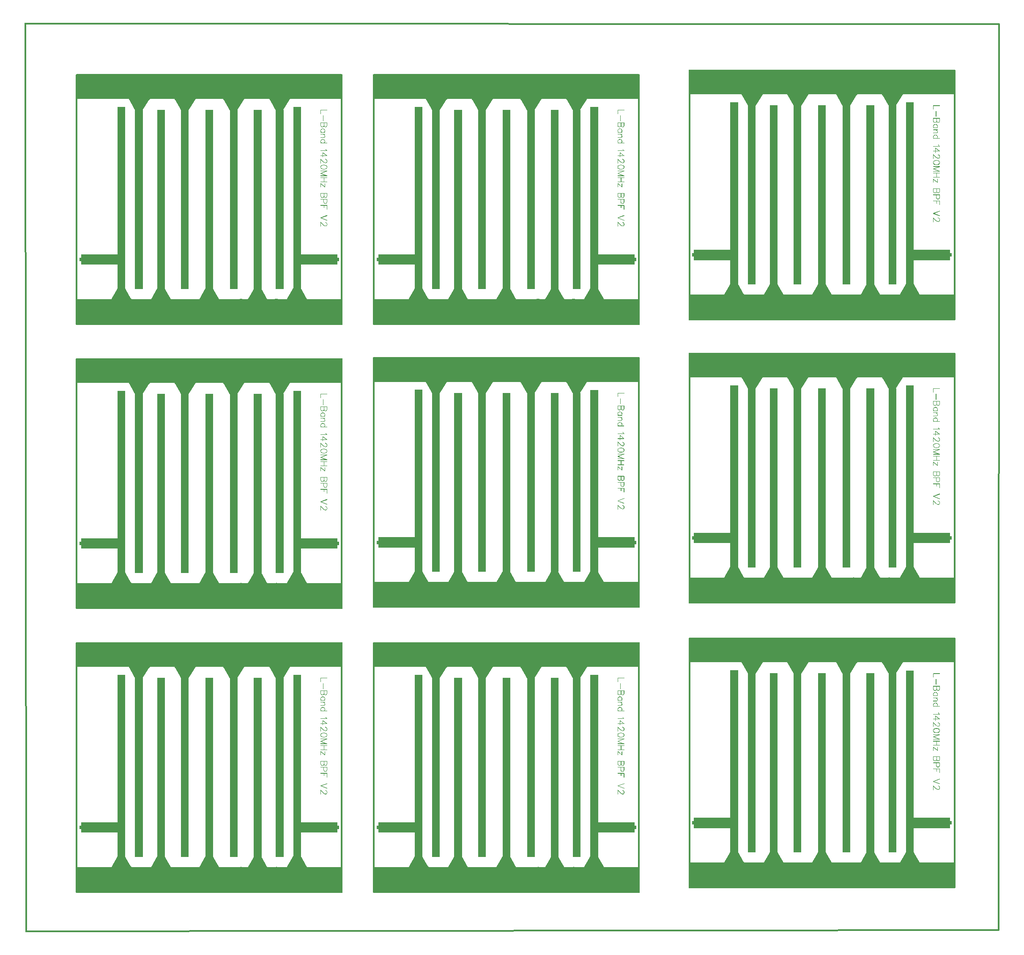
<source format=gbr>
G04 ===== Begin FILE IDENTIFICATION =====*
G04 File Format:  Gerber RS274X*
G04 ===== End FILE IDENTIFICATION =====*
%FSLAX24Y24*%
%MOIN*%
%SFA1.0000B1.0000*%
%OFA0.0B0.0*%
%ADD14R,0.027559X0.027559*%
%LNTOP METAL*%
%IPPOS*%
%LPD*%
G75*
G36*
G01X57492Y-18155D02*
G01X57498Y-18156D01*
G01X57503Y-18158D01*
G01X57507Y-18161D01*
G01X57511Y-18166D01*
G01X57513Y-18171D01*
G01Y-18176D01*
G01Y-18182D01*
G01X57511Y-18187D01*
G01X57507Y-18191D01*
G01X57503Y-18194D01*
G01X57498Y-18196D01*
G01X57492Y-18197D01*
G01X56999D01*
G01X56993Y-18196D01*
G01X56988Y-18194D01*
G01X56984Y-18191D01*
G01X56981Y-18187D01*
G01X56979Y-18182D01*
G01X56978Y-18176D01*
G01X56979Y-18171D01*
G01X56981Y-18166D01*
G01X56984Y-18161D01*
G01X56988Y-18158D01*
G01X56993Y-18156D01*
G01X56999Y-18155D01*
G01X57492D01*
G37*
G36*
G01X56978Y-18176D02*
G01X56979Y-18171D01*
G01X56981Y-18166D01*
G01X56984Y-18161D01*
G01X56988Y-18158D01*
G01X56993Y-18156D01*
G01X56999Y-18155D01*
G01X57004Y-18156D01*
G01X57009Y-18158D01*
G01X57014Y-18161D01*
G01X57017Y-18166D01*
G01X57019Y-18171D01*
G01X57020Y-18176D01*
G01Y-18458D01*
G01X57019Y-18464D01*
G01X57017Y-18469D01*
G01X57014Y-18473D01*
G01X57009Y-18476D01*
G01X57004Y-18478D01*
G01X56999Y-18479D01*
G01X56993Y-18478D01*
G01X56988Y-18476D01*
G01X56984Y-18473D01*
G01X56981Y-18469D01*
G01X56979Y-18464D01*
G01X56978Y-18458D01*
G01Y-18176D01*
G37*
G36*
G01X57189Y-18605D02*
G01X57190Y-18600D01*
G01X57192Y-18595D01*
G01X57196Y-18590D01*
G01X57200Y-18587D01*
G01X57205Y-18585D01*
G01X57210Y-18584D01*
G01X57216Y-18585D01*
G01X57221Y-18587D01*
G01X57225Y-18590D01*
G01X57229Y-18595D01*
G01X57231Y-18600D01*
G01Y-18605D01*
G01Y-19028D01*
G01Y-19034D01*
G01X57229Y-19039D01*
G01X57225Y-19043D01*
G01X57221Y-19046D01*
G01X57216Y-19048D01*
G01X57210Y-19049D01*
G01X57205Y-19048D01*
G01X57200Y-19046D01*
G01X57196Y-19043D01*
G01X57192Y-19039D01*
G01X57190Y-19034D01*
G01X57189Y-19028D01*
G01Y-18605D01*
G37*
G36*
G01X57492Y-19154D02*
G01X57498Y-19155D01*
G01X57503Y-19157D01*
G01X57507Y-19160D01*
G01X57511Y-19165D01*
G01X57513Y-19170D01*
G01Y-19175D01*
G01Y-19181D01*
G01X57511Y-19186D01*
G01X57507Y-19190D01*
G01X57503Y-19193D01*
G01X57498Y-19195D01*
G01X57492Y-19196D01*
G01X56999D01*
G01X56993Y-19195D01*
G01X56988Y-19193D01*
G01X56984Y-19190D01*
G01X56981Y-19186D01*
G01X56979Y-19181D01*
G01X56978Y-19175D01*
G01X56979Y-19170D01*
G01X56981Y-19165D01*
G01X56984Y-19160D01*
G01X56988Y-19157D01*
G01X56993Y-19155D01*
G01X56999Y-19154D01*
G01X57492D01*
G37*
G36*
G01X57471Y-19175D02*
G01X57472Y-19170D01*
G01X57474Y-19165D01*
G01X57478Y-19160D01*
G01X57482Y-19157D01*
G01X57487Y-19155D01*
G01X57492Y-19154D01*
G01X57498Y-19155D01*
G01X57503Y-19157D01*
G01X57507Y-19160D01*
G01X57511Y-19165D01*
G01X57513Y-19170D01*
G01Y-19175D01*
G01Y-19387D01*
G01Y-19392D01*
G01X57511Y-19397D01*
G01X57507Y-19401D01*
G01X57503Y-19405D01*
G01X57498Y-19407D01*
G01X57492Y-19408D01*
G01X57487Y-19407D01*
G01X57482Y-19405D01*
G01X57478Y-19401D01*
G01X57474Y-19397D01*
G01X57472Y-19392D01*
G01X57471Y-19387D01*
G01Y-19175D01*
G37*
G36*
G01X57472Y-19380D02*
G01X57475Y-19375D01*
G01X57478Y-19371D01*
G01X57483Y-19368D01*
G01X57488Y-19366D01*
G01X57494D01*
G01X57499Y-19367D01*
G01X57504Y-19369D01*
G01X57508Y-19373D01*
G01X57511Y-19377D01*
G01X57513Y-19382D01*
G01Y-19388D01*
G01X57512Y-19393D01*
G01X57489Y-19464D01*
G01X57486Y-19469D01*
G01X57483Y-19473D01*
G01X57478Y-19476D01*
G01X57473Y-19478D01*
G01X57468D01*
G01X57462Y-19477D01*
G01X57457Y-19475D01*
G01X57453Y-19471D01*
G01X57450Y-19467D01*
G01X57448Y-19461D01*
G01Y-19456D01*
G01X57449Y-19450D01*
G01X57472Y-19380D01*
G37*
G36*
G01X57454Y-19442D02*
G01X57458Y-19439D01*
G01X57463Y-19437D01*
G01X57469Y-19436D01*
G01X57474Y-19437D01*
G01X57479Y-19439D01*
G01X57484Y-19442D01*
G01X57487Y-19447D01*
G01X57489Y-19452D01*
G01X57490Y-19457D01*
G01X57489Y-19463D01*
G01X57487Y-19468D01*
G01X57484Y-19472D01*
G01X57460Y-19495D01*
G01X57456Y-19499D01*
G01X57451Y-19501D01*
G01X57445Y-19502D01*
G01X57440Y-19501D01*
G01X57435Y-19499D01*
G01X57431Y-19495D01*
G01X57427Y-19491D01*
G01X57425Y-19486D01*
G01X57424Y-19481D01*
G01X57425Y-19475D01*
G01X57427Y-19470D01*
G01X57431Y-19466D01*
G01X57454Y-19442D01*
G37*
G36*
G01X57436Y-19462D02*
G01X57441Y-19460D01*
G01X57447D01*
G01X57452Y-19461D01*
G01X57457Y-19463D01*
G01X57461Y-19467D01*
G01X57464Y-19471D01*
G01X57466Y-19476D01*
G01Y-19482D01*
G01X57465Y-19487D01*
G01X57463Y-19492D01*
G01X57459Y-19496D01*
G01X57455Y-19499D01*
G01X57408Y-19523D01*
G01X57403Y-19525D01*
G01X57397D01*
G01X57392Y-19524D01*
G01X57387Y-19522D01*
G01X57383Y-19518D01*
G01X57380Y-19514D01*
G01X57378Y-19508D01*
G01X57377Y-19503D01*
G01X57378Y-19497D01*
G01X57381Y-19493D01*
G01X57384Y-19488D01*
G01X57389Y-19485D01*
G01X57436Y-19462D01*
G37*
G36*
G01X57398Y-19483D02*
G01X57404Y-19484D01*
G01X57409Y-19486D01*
G01X57413Y-19489D01*
G01X57417Y-19494D01*
G01X57419Y-19499D01*
G01Y-19504D01*
G01Y-19510D01*
G01X57417Y-19515D01*
G01X57413Y-19519D01*
G01X57409Y-19522D01*
G01X57404Y-19524D01*
G01X57398Y-19525D01*
G01X57351D01*
G01X57346Y-19524D01*
G01X57341Y-19522D01*
G01X57337Y-19519D01*
G01X57333Y-19515D01*
G01X57331Y-19510D01*
G01X57330Y-19504D01*
G01X57331Y-19499D01*
G01X57333Y-19494D01*
G01X57337Y-19489D01*
G01X57341Y-19486D01*
G01X57346Y-19484D01*
G01X57351Y-19483D01*
G01X57398D01*
G37*
G36*
G01X57361Y-19485D02*
G01X57365Y-19488D01*
G01X57369Y-19493D01*
G01X57371Y-19497D01*
G01X57372Y-19503D01*
G01Y-19508D01*
G01X57370Y-19514D01*
G01X57367Y-19518D01*
G01X57363Y-19522D01*
G01X57358Y-19524D01*
G01X57353Y-19525D01*
G01X57347D01*
G01X57342Y-19523D01*
G01X57295Y-19499D01*
G01X57290Y-19496D01*
G01X57287Y-19492D01*
G01X57284Y-19487D01*
G01X57283Y-19482D01*
G01X57284Y-19476D01*
G01X57286Y-19471D01*
G01X57289Y-19467D01*
G01X57293Y-19463D01*
G01X57298Y-19461D01*
G01X57303Y-19460D01*
G01X57309D01*
G01X57314Y-19462D01*
G01X57361Y-19485D01*
G37*
G36*
G01X57319Y-19466D02*
G01X57323Y-19470D01*
G01X57325Y-19475D01*
G01Y-19481D01*
G01Y-19486D01*
G01X57323Y-19491D01*
G01X57319Y-19495D01*
G01X57315Y-19499D01*
G01X57310Y-19501D01*
G01X57304Y-19502D01*
G01X57299Y-19501D01*
G01X57294Y-19499D01*
G01X57290Y-19495D01*
G01X57266Y-19472D01*
G01X57263Y-19468D01*
G01X57261Y-19463D01*
G01X57260Y-19457D01*
G01X57261Y-19452D01*
G01X57263Y-19447D01*
G01X57266Y-19442D01*
G01X57270Y-19439D01*
G01X57275Y-19437D01*
G01X57281Y-19436D01*
G01X57286Y-19437D01*
G01X57291Y-19439D01*
G01X57296Y-19442D01*
G01X57319Y-19466D01*
G37*
G36*
G01X57301Y-19450D02*
G01X57302Y-19456D01*
G01X57301Y-19461D01*
G01X57300Y-19467D01*
G01X57297Y-19471D01*
G01X57292Y-19475D01*
G01X57288Y-19477D01*
G01X57282Y-19478D01*
G01X57277D01*
G01X57271Y-19476D01*
G01X57267Y-19473D01*
G01X57263Y-19469D01*
G01X57261Y-19464D01*
G01X57237Y-19393D01*
G01X57236Y-19388D01*
G01X57237Y-19382D01*
G01X57239Y-19377D01*
G01X57242Y-19373D01*
G01X57246Y-19369D01*
G01X57251Y-19367D01*
G01X57256Y-19366D01*
G01X57262D01*
G01X57267Y-19368D01*
G01X57271Y-19371D01*
G01X57275Y-19375D01*
G01X57277Y-19380D01*
G01X57301Y-19450D01*
G37*
G36*
G01X57236Y-19175D02*
G01X57237Y-19170D01*
G01X57239Y-19165D01*
G01X57243Y-19160D01*
G01X57247Y-19157D01*
G01X57252Y-19155D01*
G01X57257Y-19154D01*
G01X57263Y-19155D01*
G01X57268Y-19157D01*
G01X57272Y-19160D01*
G01X57276Y-19165D01*
G01X57278Y-19170D01*
G01Y-19175D01*
G01Y-19387D01*
G01Y-19392D01*
G01X57276Y-19397D01*
G01X57272Y-19401D01*
G01X57268Y-19405D01*
G01X57263Y-19407D01*
G01X57257Y-19408D01*
G01X57252Y-19407D01*
G01X57247Y-19405D01*
G01X57243Y-19401D01*
G01X57239Y-19397D01*
G01X57237Y-19392D01*
G01X57236Y-19387D01*
G01Y-19175D01*
G37*
G36*
G01X57237Y-19380D02*
G01X57240Y-19375D01*
G01X57243Y-19371D01*
G01X57248Y-19368D01*
G01X57253Y-19366D01*
G01X57259D01*
G01X57264Y-19367D01*
G01X57269Y-19369D01*
G01X57273Y-19373D01*
G01X57276Y-19377D01*
G01X57278Y-19382D01*
G01Y-19388D01*
G01X57277Y-19393D01*
G01X57254Y-19464D01*
G01X57251Y-19469D01*
G01X57248Y-19473D01*
G01X57243Y-19476D01*
G01X57238Y-19478D01*
G01X57233D01*
G01X57227Y-19477D01*
G01X57222Y-19475D01*
G01X57218Y-19471D01*
G01X57215Y-19467D01*
G01X57213Y-19461D01*
G01Y-19456D01*
G01X57214Y-19450D01*
G01X57237Y-19380D01*
G37*
G36*
G01X57219Y-19442D02*
G01X57223Y-19439D01*
G01X57228Y-19437D01*
G01X57234Y-19436D01*
G01X57239Y-19437D01*
G01X57244Y-19439D01*
G01X57249Y-19442D01*
G01X57252Y-19447D01*
G01X57254Y-19452D01*
G01X57255Y-19457D01*
G01X57254Y-19463D01*
G01X57252Y-19468D01*
G01X57249Y-19472D01*
G01X57225Y-19495D01*
G01X57221Y-19499D01*
G01X57216Y-19501D01*
G01X57210Y-19502D01*
G01X57205Y-19501D01*
G01X57200Y-19499D01*
G01X57196Y-19495D01*
G01X57192Y-19491D01*
G01X57190Y-19486D01*
G01X57189Y-19481D01*
G01X57190Y-19475D01*
G01X57192Y-19470D01*
G01X57196Y-19466D01*
G01X57219Y-19442D01*
G37*
G36*
G01X57201Y-19462D02*
G01X57206Y-19460D01*
G01X57212D01*
G01X57217Y-19461D01*
G01X57222Y-19463D01*
G01X57226Y-19467D01*
G01X57229Y-19471D01*
G01X57231Y-19476D01*
G01Y-19482D01*
G01X57230Y-19487D01*
G01X57228Y-19492D01*
G01X57224Y-19496D01*
G01X57220Y-19499D01*
G01X57173Y-19523D01*
G01X57168Y-19525D01*
G01X57162D01*
G01X57157Y-19524D01*
G01X57152Y-19522D01*
G01X57148Y-19518D01*
G01X57145Y-19514D01*
G01X57143Y-19508D01*
G01X57142Y-19503D01*
G01X57143Y-19497D01*
G01X57146Y-19493D01*
G01X57149Y-19488D01*
G01X57154Y-19485D01*
G01X57201Y-19462D01*
G37*
G36*
G01X57163Y-19483D02*
G01X57169Y-19484D01*
G01X57174Y-19486D01*
G01X57178Y-19489D01*
G01X57182Y-19494D01*
G01X57184Y-19499D01*
G01Y-19504D01*
G01Y-19510D01*
G01X57182Y-19515D01*
G01X57178Y-19519D01*
G01X57174Y-19522D01*
G01X57169Y-19524D01*
G01X57163Y-19525D01*
G01X57093D01*
G01X57087Y-19524D01*
G01X57082Y-19522D01*
G01X57078Y-19519D01*
G01X57075Y-19515D01*
G01X57073Y-19510D01*
G01X57072Y-19504D01*
G01X57073Y-19499D01*
G01X57075Y-19494D01*
G01X57078Y-19489D01*
G01X57082Y-19486D01*
G01X57087Y-19484D01*
G01X57093Y-19483D01*
G01X57163D01*
G37*
G36*
G01X57102Y-19485D02*
G01X57107Y-19488D01*
G01X57110Y-19493D01*
G01X57113Y-19497D01*
G01X57114Y-19503D01*
G01X57113Y-19508D01*
G01X57112Y-19514D01*
G01X57109Y-19518D01*
G01X57104Y-19522D01*
G01X57100Y-19524D01*
G01X57094Y-19525D01*
G01X57089D01*
G01X57083Y-19523D01*
G01X57036Y-19499D01*
G01X57032Y-19496D01*
G01X57028Y-19492D01*
G01X57026Y-19487D01*
G01X57025Y-19482D01*
G01Y-19476D01*
G01X57027Y-19471D01*
G01X57030Y-19467D01*
G01X57034Y-19463D01*
G01X57039Y-19461D01*
G01X57045Y-19460D01*
G01X57050D01*
G01X57055Y-19462D01*
G01X57102Y-19485D01*
G37*
G36*
G01X57061Y-19466D02*
G01X57064Y-19470D01*
G01X57066Y-19475D01*
G01X57067Y-19481D01*
G01X57066Y-19486D01*
G01X57064Y-19491D01*
G01X57061Y-19495D01*
G01X57056Y-19499D01*
G01X57051Y-19501D01*
G01X57046Y-19502D01*
G01X57040Y-19501D01*
G01X57035Y-19499D01*
G01X57031Y-19495D01*
G01X57008Y-19472D01*
G01X57004Y-19468D01*
G01X57002Y-19463D01*
G01X57001Y-19457D01*
G01X57002Y-19452D01*
G01X57004Y-19447D01*
G01X57008Y-19442D01*
G01X57012Y-19439D01*
G01X57017Y-19437D01*
G01X57022Y-19436D01*
G01X57028Y-19437D01*
G01X57033Y-19439D01*
G01X57037Y-19442D01*
G01X57061Y-19466D01*
G37*
G36*
G01X57042Y-19450D02*
G01X57043Y-19456D01*
G01Y-19461D01*
G01X57041Y-19467D01*
G01X57038Y-19471D01*
G01X57034Y-19475D01*
G01X57029Y-19477D01*
G01X57024Y-19478D01*
G01X57018D01*
G01X57013Y-19476D01*
G01X57008Y-19473D01*
G01X57005Y-19469D01*
G01X57002Y-19464D01*
G01X56979Y-19393D01*
G01X56978Y-19388D01*
G01Y-19382D01*
G01X56980Y-19377D01*
G01X56983Y-19373D01*
G01X56987Y-19369D01*
G01X56992Y-19367D01*
G01X56998Y-19366D01*
G01X57003D01*
G01X57008Y-19368D01*
G01X57013Y-19371D01*
G01X57016Y-19375D01*
G01X57019Y-19380D01*
G01X57042Y-19450D01*
G37*
G36*
G01X57020Y-19387D02*
G01X57019Y-19392D01*
G01X57017Y-19397D01*
G01X57014Y-19401D01*
G01X57009Y-19405D01*
G01X57004Y-19407D01*
G01X56999Y-19408D01*
G01X56993Y-19407D01*
G01X56988Y-19405D01*
G01X56984Y-19401D01*
G01X56981Y-19397D01*
G01X56979Y-19392D01*
G01X56978Y-19387D01*
G01Y-19175D01*
G01X56979Y-19170D01*
G01X56981Y-19165D01*
G01X56984Y-19160D01*
G01X56988Y-19157D01*
G01X56993Y-19155D01*
G01X56999Y-19154D01*
G01X57004Y-19155D01*
G01X57009Y-19157D01*
G01X57014Y-19160D01*
G01X57017Y-19165D01*
G01X57019Y-19170D01*
G01X57020Y-19175D01*
G01Y-19387D01*
G37*
G36*
G01X57328Y-19912D02*
G01X57333Y-19913D01*
G01X57338Y-19915D01*
G01X57343Y-19918D01*
G01X57346Y-19923D01*
G01X57348Y-19928D01*
G01X57349Y-19933D01*
G01X57348Y-19939D01*
G01X57346Y-19944D01*
G01X57343Y-19948D01*
G01X57338Y-19951D01*
G01X57333Y-19953D01*
G01X57328Y-19954D01*
G01X56999D01*
G01X56993Y-19953D01*
G01X56988Y-19951D01*
G01X56984Y-19948D01*
G01X56981Y-19944D01*
G01X56979Y-19939D01*
G01X56978Y-19933D01*
G01X56979Y-19928D01*
G01X56981Y-19923D01*
G01X56984Y-19918D01*
G01X56988Y-19915D01*
G01X56993Y-19913D01*
G01X56999Y-19912D01*
G01X57328D01*
G37*
G36*
G01X57272Y-19948D02*
G01X57268Y-19951D01*
G01X57263Y-19953D01*
G01X57257Y-19954D01*
G01X57252Y-19953D01*
G01X57247Y-19951D01*
G01X57243Y-19948D01*
G01X57239Y-19944D01*
G01X57237Y-19939D01*
G01X57236Y-19933D01*
G01X57237Y-19928D01*
G01X57239Y-19923D01*
G01X57243Y-19918D01*
G01X57290Y-19871D01*
G01X57294Y-19868D01*
G01X57299Y-19866D01*
G01X57304Y-19865D01*
G01X57310Y-19866D01*
G01X57315Y-19868D01*
G01X57319Y-19871D01*
G01X57323Y-19876D01*
G01X57325Y-19881D01*
G01Y-19886D01*
G01Y-19892D01*
G01X57323Y-19897D01*
G01X57319Y-19901D01*
G01X57272Y-19948D01*
G37*
G36*
G01X57323Y-19896D02*
G01X57320Y-19900D01*
G01X57316Y-19904D01*
G01X57311Y-19906D01*
G01X57306Y-19907D01*
G01X57300D01*
G01X57295Y-19905D01*
G01X57290Y-19902D01*
G01X57287Y-19898D01*
G01X57284Y-19893D01*
G01X57283Y-19887D01*
G01X57284Y-19882D01*
G01X57286Y-19877D01*
G01X57309Y-19830D01*
G01X57312Y-19825D01*
G01X57316Y-19822D01*
G01X57321Y-19819D01*
G01X57327Y-19818D01*
G01X57332Y-19819D01*
G01X57337Y-19820D01*
G01X57342Y-19823D01*
G01X57345Y-19828D01*
G01X57348Y-19832D01*
G01X57349Y-19838D01*
G01X57348Y-19843D01*
G01X57347Y-19849D01*
G01X57323Y-19896D01*
G37*
G36*
G01X57349Y-19839D02*
G01X57348Y-19845D01*
G01X57346Y-19850D01*
G01X57343Y-19854D01*
G01X57338Y-19857D01*
G01X57333Y-19859D01*
G01X57328Y-19860D01*
G01X57322Y-19859D01*
G01X57317Y-19857D01*
G01X57313Y-19854D01*
G01X57310Y-19850D01*
G01X57308Y-19845D01*
G01X57307Y-19839D01*
G01Y-19769D01*
G01X57308Y-19763D01*
G01X57310Y-19758D01*
G01X57313Y-19754D01*
G01X57317Y-19750D01*
G01X57322Y-19748D01*
G01X57328D01*
G01X57333D01*
G01X57338Y-19750D01*
G01X57343Y-19754D01*
G01X57346Y-19758D01*
G01X57348Y-19763D01*
G01X57349Y-19769D01*
G01Y-19839D01*
G37*
G36*
G01X57347Y-19759D02*
G01X57348Y-19764D01*
G01X57349Y-19770D01*
G01X57348Y-19775D01*
G01X57345Y-19780D01*
G01X57342Y-19784D01*
G01X57337Y-19787D01*
G01X57332Y-19789D01*
G01X57327Y-19790D01*
G01X57321Y-19789D01*
G01X57316Y-19786D01*
G01X57312Y-19783D01*
G01X57309Y-19778D01*
G01X57286Y-19731D01*
G01X57284Y-19726D01*
G01X57283Y-19720D01*
G01X57284Y-19715D01*
G01X57287Y-19710D01*
G01X57290Y-19706D01*
G01X57295Y-19703D01*
G01X57300Y-19701D01*
G01X57306D01*
G01X57311Y-19702D01*
G01X57316Y-19704D01*
G01X57320Y-19708D01*
G01X57323Y-19712D01*
G01X57347Y-19759D01*
G37*
G36*
G01X57319Y-19707D02*
G01X57323Y-19711D01*
G01X57325Y-19716D01*
G01Y-19722D01*
G01Y-19727D01*
G01X57323Y-19732D01*
G01X57319Y-19736D01*
G01X57315Y-19740D01*
G01X57310Y-19742D01*
G01X57304Y-19743D01*
G01X57299Y-19742D01*
G01X57294Y-19740D01*
G01X57290Y-19736D01*
G01X57243Y-19689D01*
G01X57239Y-19685D01*
G01X57237Y-19680D01*
G01X57236Y-19675D01*
G01X57237Y-19669D01*
G01X57239Y-19664D01*
G01X57243Y-19660D01*
G01X57247Y-19656D01*
G01X57252Y-19654D01*
G01X57257D01*
G01X57263D01*
G01X57268Y-19656D01*
G01X57272Y-19660D01*
G01X57319Y-19707D01*
G37*
G36*
G01X57264Y-19655D02*
G01X57269Y-19657D01*
G01X57273Y-19661D01*
G01X57276Y-19665D01*
G01X57278Y-19670D01*
G01Y-19676D01*
G01X57277Y-19681D01*
G01X57275Y-19686D01*
G01X57271Y-19690D01*
G01X57267Y-19693D01*
G01X57262Y-19695D01*
G01X57256Y-19696D01*
G01X57251Y-19695D01*
G01X57180Y-19671D01*
G01X57175Y-19669D01*
G01X57171Y-19665D01*
G01X57168Y-19661D01*
G01X57166Y-19655D01*
G01Y-19650D01*
G01X57167Y-19644D01*
G01X57169Y-19640D01*
G01X57173Y-19635D01*
G01X57177Y-19632D01*
G01X57183Y-19631D01*
G01X57188Y-19630D01*
G01X57194Y-19631D01*
G01X57264Y-19655D01*
G37*
G36*
G01X57187Y-19630D02*
G01X57192Y-19631D01*
G01X57197Y-19633D01*
G01X57202Y-19636D01*
G01X57205Y-19641D01*
G01X57207Y-19646D01*
G01X57208Y-19651D01*
G01X57207Y-19657D01*
G01X57205Y-19662D01*
G01X57202Y-19666D01*
G01X57197Y-19669D01*
G01X57192Y-19671D01*
G01X57187Y-19672D01*
G01X57140D01*
G01X57134Y-19671D01*
G01X57129Y-19669D01*
G01X57125Y-19666D01*
G01X57122Y-19662D01*
G01X57120Y-19657D01*
G01X57119Y-19651D01*
G01X57120Y-19646D01*
G01X57122Y-19641D01*
G01X57125Y-19636D01*
G01X57129Y-19633D01*
G01X57134Y-19631D01*
G01X57140Y-19630D01*
G01X57187D01*
G37*
G36*
G01X57133Y-19631D02*
G01X57139Y-19630D01*
G01X57144Y-19631D01*
G01X57149Y-19632D01*
G01X57154Y-19635D01*
G01X57157Y-19640D01*
G01X57160Y-19644D01*
G01X57161Y-19650D01*
G01X57160Y-19655D01*
G01X57159Y-19661D01*
G01X57156Y-19665D01*
G01X57151Y-19669D01*
G01X57147Y-19671D01*
G01X57076Y-19695D01*
G01X57071Y-19696D01*
G01X57065Y-19695D01*
G01X57060Y-19693D01*
G01X57055Y-19690D01*
G01X57052Y-19686D01*
G01X57049Y-19681D01*
G01X57048Y-19676D01*
G01X57049Y-19670D01*
G01X57051Y-19665D01*
G01X57054Y-19661D01*
G01X57058Y-19657D01*
G01X57063Y-19655D01*
G01X57133Y-19631D01*
G37*
G36*
G01X57055Y-19660D02*
G01X57059Y-19656D01*
G01X57064Y-19654D01*
G01X57069D01*
G01X57075D01*
G01X57080Y-19656D01*
G01X57084Y-19660D01*
G01X57088Y-19664D01*
G01X57090Y-19669D01*
G01Y-19675D01*
G01Y-19680D01*
G01X57088Y-19685D01*
G01X57084Y-19689D01*
G01X57037Y-19736D01*
G01X57033Y-19740D01*
G01X57028Y-19742D01*
G01X57022Y-19743D01*
G01X57017Y-19742D01*
G01X57012Y-19740D01*
G01X57008Y-19736D01*
G01X57004Y-19732D01*
G01X57002Y-19727D01*
G01X57001Y-19722D01*
G01X57002Y-19716D01*
G01X57004Y-19711D01*
G01X57008Y-19707D01*
G01X57055Y-19660D01*
G37*
G36*
G01X57004Y-19712D02*
G01X57007Y-19708D01*
G01X57011Y-19704D01*
G01X57016Y-19702D01*
G01X57021Y-19701D01*
G01X57027D01*
G01X57032Y-19703D01*
G01X57036Y-19706D01*
G01X57040Y-19710D01*
G01X57042Y-19715D01*
G01X57043Y-19720D01*
G01Y-19726D01*
G01X57041Y-19731D01*
G01X57018Y-19778D01*
G01X57015Y-19783D01*
G01X57010Y-19786D01*
G01X57006Y-19789D01*
G01X57000Y-19790D01*
G01X56995Y-19789D01*
G01X56989Y-19787D01*
G01X56985Y-19784D01*
G01X56981Y-19780D01*
G01X56979Y-19775D01*
G01X56978Y-19770D01*
G01Y-19764D01*
G01X56980Y-19759D01*
G01X57004Y-19712D01*
G37*
G36*
G01X56978Y-19769D02*
G01X56979Y-19763D01*
G01X56981Y-19758D01*
G01X56984Y-19754D01*
G01X56988Y-19750D01*
G01X56993Y-19748D01*
G01X56999D01*
G01X57004D01*
G01X57009Y-19750D01*
G01X57014Y-19754D01*
G01X57017Y-19758D01*
G01X57019Y-19763D01*
G01X57020Y-19769D01*
G01Y-19839D01*
G01X57019Y-19845D01*
G01X57017Y-19850D01*
G01X57014Y-19854D01*
G01X57009Y-19857D01*
G01X57004Y-19859D01*
G01X56999Y-19860D01*
G01X56993Y-19859D01*
G01X56988Y-19857D01*
G01X56984Y-19854D01*
G01X56981Y-19850D01*
G01X56979Y-19845D01*
G01X56978Y-19839D01*
G01Y-19769D01*
G37*
G36*
G01X56980Y-19849D02*
G01X56978Y-19843D01*
G01Y-19838D01*
G01X56979Y-19832D01*
G01X56981Y-19828D01*
G01X56985Y-19823D01*
G01X56989Y-19820D01*
G01X56995Y-19819D01*
G01X57000Y-19818D01*
G01X57006Y-19819D01*
G01X57010Y-19822D01*
G01X57015Y-19825D01*
G01X57018Y-19830D01*
G01X57041Y-19877D01*
G01X57043Y-19882D01*
G01Y-19887D01*
G01X57042Y-19893D01*
G01X57040Y-19898D01*
G01X57036Y-19902D01*
G01X57032Y-19905D01*
G01X57027Y-19907D01*
G01X57021D01*
G01X57016Y-19906D01*
G01X57011Y-19904D01*
G01X57007Y-19900D01*
G01X57004Y-19896D01*
G01X56980Y-19849D01*
G37*
G36*
G01X57008Y-19901D02*
G01X57004Y-19897D01*
G01X57002Y-19892D01*
G01X57001Y-19886D01*
G01X57002Y-19881D01*
G01X57004Y-19876D01*
G01X57008Y-19871D01*
G01X57012Y-19868D01*
G01X57017Y-19866D01*
G01X57022Y-19865D01*
G01X57028Y-19866D01*
G01X57033Y-19868D01*
G01X57037Y-19871D01*
G01X57084Y-19918D01*
G01X57088Y-19923D01*
G01X57090Y-19928D01*
G01Y-19933D01*
G01Y-19939D01*
G01X57088Y-19944D01*
G01X57084Y-19948D01*
G01X57080Y-19951D01*
G01X57075Y-19953D01*
G01X57069Y-19954D01*
G01X57064Y-19953D01*
G01X57059Y-19951D01*
G01X57055Y-19948D01*
G01X57008Y-19901D01*
G37*
G36*
G01X57328Y-20059D02*
G01X57333Y-20060D01*
G01X57338Y-20062D01*
G01X57343Y-20065D01*
G01X57346Y-20070D01*
G01X57348Y-20075D01*
G01X57349Y-20080D01*
G01X57348Y-20086D01*
G01X57346Y-20091D01*
G01X57343Y-20095D01*
G01X57338Y-20098D01*
G01X57333Y-20100D01*
G01X57328Y-20101D01*
G01X56999D01*
G01X56993Y-20100D01*
G01X56988Y-20098D01*
G01X56984Y-20095D01*
G01X56981Y-20091D01*
G01X56979Y-20086D01*
G01X56978Y-20080D01*
G01X56979Y-20075D01*
G01X56981Y-20070D01*
G01X56984Y-20065D01*
G01X56988Y-20062D01*
G01X56993Y-20060D01*
G01X56999Y-20059D01*
G01X57328D01*
G37*
G36*
G01X57219Y-20095D02*
G01X57216Y-20091D01*
G01X57214Y-20086D01*
G01X57213Y-20080D01*
G01X57214Y-20075D01*
G01X57216Y-20070D01*
G01X57219Y-20065D01*
G01X57223Y-20062D01*
G01X57228Y-20060D01*
G01X57234Y-20059D01*
G01X57239Y-20060D01*
G01X57244Y-20062D01*
G01X57249Y-20065D01*
G01X57319Y-20136D01*
G01X57323Y-20140D01*
G01X57325Y-20145D01*
G01Y-20151D01*
G01Y-20156D01*
G01X57323Y-20161D01*
G01X57319Y-20165D01*
G01X57315Y-20169D01*
G01X57310Y-20171D01*
G01X57304Y-20172D01*
G01X57299Y-20171D01*
G01X57294Y-20169D01*
G01X57290Y-20165D01*
G01X57219Y-20095D01*
G37*
G36*
G01X57286Y-20160D02*
G01X57284Y-20155D01*
G01X57283Y-20149D01*
G01X57284Y-20144D01*
G01X57287Y-20139D01*
G01X57290Y-20135D01*
G01X57295Y-20132D01*
G01X57300Y-20130D01*
G01X57306D01*
G01X57311Y-20131D01*
G01X57316Y-20133D01*
G01X57320Y-20137D01*
G01X57323Y-20141D01*
G01X57347Y-20188D01*
G01X57348Y-20193D01*
G01X57349Y-20199D01*
G01X57348Y-20204D01*
G01X57345Y-20209D01*
G01X57342Y-20213D01*
G01X57337Y-20216D01*
G01X57332Y-20218D01*
G01X57327Y-20219D01*
G01X57321Y-20218D01*
G01X57316Y-20215D01*
G01X57312Y-20212D01*
G01X57309Y-20207D01*
G01X57286Y-20160D01*
G37*
G36*
G01X57307Y-20198D02*
G01X57308Y-20192D01*
G01X57310Y-20187D01*
G01X57313Y-20183D01*
G01X57317Y-20179D01*
G01X57322Y-20177D01*
G01X57328D01*
G01X57333D01*
G01X57338Y-20179D01*
G01X57343Y-20183D01*
G01X57346Y-20187D01*
G01X57348Y-20192D01*
G01X57349Y-20198D01*
G01Y-20268D01*
G01X57348Y-20274D01*
G01X57346Y-20279D01*
G01X57343Y-20283D01*
G01X57338Y-20286D01*
G01X57333Y-20288D01*
G01X57328Y-20289D01*
G01X57322Y-20288D01*
G01X57317Y-20286D01*
G01X57313Y-20283D01*
G01X57310Y-20279D01*
G01X57308Y-20274D01*
G01X57307Y-20268D01*
G01Y-20198D01*
G37*
G36*
G01X57309Y-20259D02*
G01X57312Y-20254D01*
G01X57316Y-20251D01*
G01X57321Y-20248D01*
G01X57327Y-20247D01*
G01X57332Y-20248D01*
G01X57337Y-20249D01*
G01X57342Y-20252D01*
G01X57345Y-20257D01*
G01X57348Y-20261D01*
G01X57349Y-20267D01*
G01X57348Y-20272D01*
G01X57347Y-20278D01*
G01X57323Y-20325D01*
G01X57320Y-20329D01*
G01X57316Y-20333D01*
G01X57311Y-20335D01*
G01X57306Y-20336D01*
G01X57300D01*
G01X57295Y-20334D01*
G01X57290Y-20331D01*
G01X57287Y-20327D01*
G01X57284Y-20322D01*
G01X57283Y-20316D01*
G01X57284Y-20311D01*
G01X57286Y-20306D01*
G01X57309Y-20259D01*
G37*
G36*
G01X57298Y-20295D02*
G01X57303Y-20294D01*
G01X57309Y-20295D01*
G01X57314Y-20296D01*
G01X57318Y-20299D01*
G01X57322Y-20304D01*
G01X57324Y-20308D01*
G01X57325Y-20314D01*
G01Y-20319D01*
G01X57323Y-20325D01*
G01X57320Y-20329D01*
G01X57316Y-20333D01*
G01X57311Y-20335D01*
G01X57241Y-20359D01*
G01X57235Y-20360D01*
G01X57230Y-20359D01*
G01X57224Y-20357D01*
G01X57220Y-20354D01*
G01X57216Y-20350D01*
G01X57214Y-20345D01*
G01X57213Y-20340D01*
G01Y-20334D01*
G01X57215Y-20329D01*
G01X57218Y-20325D01*
G01X57222Y-20321D01*
G01X57227Y-20319D01*
G01X57298Y-20295D01*
G37*
G36*
G01X57234Y-20318D02*
G01X57239D01*
G01X57244Y-20320D01*
G01X57249Y-20324D01*
G01X57252Y-20328D01*
G01X57254Y-20333D01*
G01X57255Y-20339D01*
G01X57254Y-20344D01*
G01X57252Y-20349D01*
G01X57249Y-20353D01*
G01X57244Y-20357D01*
G01X57239Y-20359D01*
G01X57234Y-20360D01*
G01X56999D01*
G01X56993Y-20359D01*
G01X56988Y-20357D01*
G01X56984Y-20353D01*
G01X56981Y-20349D01*
G01X56979Y-20344D01*
G01X56978Y-20339D01*
G01X56979Y-20333D01*
G01X56981Y-20328D01*
G01X56984Y-20324D01*
G01X56988Y-20320D01*
G01X56993Y-20318D01*
G01X56999D01*
G01X57234D01*
G37*
G36*
G01X57492Y-20747D02*
G01X57498D01*
G01X57503Y-20749D01*
G01X57507Y-20753D01*
G01X57511Y-20757D01*
G01X57513Y-20762D01*
G01Y-20768D01*
G01Y-20773D01*
G01X57511Y-20778D01*
G01X57507Y-20782D01*
G01X57503Y-20786D01*
G01X57498Y-20788D01*
G01X57492Y-20789D01*
G01X56999D01*
G01X56993Y-20788D01*
G01X56988Y-20786D01*
G01X56984Y-20782D01*
G01X56981Y-20778D01*
G01X56979Y-20773D01*
G01X56978Y-20768D01*
G01X56979Y-20762D01*
G01X56981Y-20757D01*
G01X56984Y-20753D01*
G01X56988Y-20749D01*
G01X56993Y-20747D01*
G01X56999D01*
G01X57492D01*
G37*
G36*
G01X57272Y-20782D02*
G01X57268Y-20786D01*
G01X57263Y-20788D01*
G01X57257Y-20789D01*
G01X57252Y-20788D01*
G01X57247Y-20786D01*
G01X57243Y-20782D01*
G01X57239Y-20778D01*
G01X57237Y-20773D01*
G01X57236Y-20768D01*
G01X57237Y-20762D01*
G01X57239Y-20757D01*
G01X57243Y-20753D01*
G01X57290Y-20706D01*
G01X57294Y-20702D01*
G01X57299Y-20700D01*
G01X57304D01*
G01X57310D01*
G01X57315Y-20702D01*
G01X57319Y-20706D01*
G01X57323Y-20710D01*
G01X57325Y-20715D01*
G01Y-20721D01*
G01Y-20726D01*
G01X57323Y-20731D01*
G01X57319Y-20735D01*
G01X57272Y-20782D01*
G37*
G36*
G01X57323Y-20730D02*
G01X57320Y-20735D01*
G01X57316Y-20738D01*
G01X57311Y-20741D01*
G01X57306Y-20742D01*
G01X57300Y-20741D01*
G01X57295Y-20739D01*
G01X57290Y-20736D01*
G01X57287Y-20732D01*
G01X57284Y-20727D01*
G01X57283Y-20722D01*
G01X57284Y-20716D01*
G01X57286Y-20711D01*
G01X57309Y-20664D01*
G01X57312Y-20660D01*
G01X57316Y-20656D01*
G01X57321Y-20654D01*
G01X57327Y-20653D01*
G01X57332D01*
G01X57337Y-20655D01*
G01X57342Y-20658D01*
G01X57345Y-20662D01*
G01X57348Y-20667D01*
G01X57349Y-20672D01*
G01X57348Y-20678D01*
G01X57347Y-20683D01*
G01X57323Y-20730D01*
G37*
G36*
G01X57349Y-20674D02*
G01X57348Y-20679D01*
G01X57346Y-20684D01*
G01X57343Y-20688D01*
G01X57338Y-20692D01*
G01X57333Y-20694D01*
G01X57328Y-20695D01*
G01X57322Y-20694D01*
G01X57317Y-20692D01*
G01X57313Y-20688D01*
G01X57310Y-20684D01*
G01X57308Y-20679D01*
G01X57307Y-20674D01*
G01Y-20603D01*
G01X57308Y-20598D01*
G01X57310Y-20593D01*
G01X57313Y-20588D01*
G01X57317Y-20585D01*
G01X57322Y-20583D01*
G01X57328Y-20582D01*
G01X57333Y-20583D01*
G01X57338Y-20585D01*
G01X57343Y-20588D01*
G01X57346Y-20593D01*
G01X57348Y-20598D01*
G01X57349Y-20603D01*
G01Y-20674D01*
G37*
G36*
G01X57347Y-20594D02*
G01X57348Y-20599D01*
G01X57349Y-20604D01*
G01X57348Y-20610D01*
G01X57345Y-20615D01*
G01X57342Y-20619D01*
G01X57337Y-20622D01*
G01X57332Y-20624D01*
G01X57327D01*
G01X57321Y-20623D01*
G01X57316Y-20621D01*
G01X57312Y-20617D01*
G01X57309Y-20613D01*
G01X57286Y-20566D01*
G01X57284Y-20560D01*
G01X57283Y-20555D01*
G01X57284Y-20549D01*
G01X57287Y-20545D01*
G01X57290Y-20540D01*
G01X57295Y-20537D01*
G01X57300Y-20536D01*
G01X57306Y-20535D01*
G01X57311Y-20536D01*
G01X57316Y-20539D01*
G01X57320Y-20542D01*
G01X57323Y-20547D01*
G01X57347Y-20594D01*
G37*
G36*
G01X57319Y-20541D02*
G01X57323Y-20546D01*
G01X57325Y-20551D01*
G01Y-20556D01*
G01Y-20562D01*
G01X57323Y-20567D01*
G01X57319Y-20571D01*
G01X57315Y-20574D01*
G01X57310Y-20576D01*
G01X57304Y-20577D01*
G01X57299Y-20576D01*
G01X57294Y-20574D01*
G01X57290Y-20571D01*
G01X57243Y-20524D01*
G01X57239Y-20520D01*
G01X57237Y-20515D01*
G01X57236Y-20509D01*
G01X57237Y-20504D01*
G01X57239Y-20499D01*
G01X57243Y-20494D01*
G01X57247Y-20491D01*
G01X57252Y-20489D01*
G01X57257Y-20488D01*
G01X57263Y-20489D01*
G01X57268Y-20491D01*
G01X57272Y-20494D01*
G01X57319Y-20541D01*
G37*
G36*
G01X57264Y-20489D02*
G01X57269Y-20492D01*
G01X57273Y-20495D01*
G01X57276Y-20500D01*
G01X57278Y-20505D01*
G01Y-20510D01*
G01X57277Y-20516D01*
G01X57275Y-20521D01*
G01X57271Y-20525D01*
G01X57267Y-20528D01*
G01X57262Y-20530D01*
G01X57256D01*
G01X57251Y-20529D01*
G01X57180Y-20506D01*
G01X57175Y-20503D01*
G01X57171Y-20500D01*
G01X57168Y-20495D01*
G01X57166Y-20490D01*
G01Y-20484D01*
G01X57167Y-20479D01*
G01X57169Y-20474D01*
G01X57173Y-20470D01*
G01X57177Y-20467D01*
G01X57183Y-20465D01*
G01X57188D01*
G01X57194Y-20466D01*
G01X57264Y-20489D01*
G37*
G36*
G01X57187Y-20465D02*
G01X57192D01*
G01X57197Y-20467D01*
G01X57202Y-20471D01*
G01X57205Y-20475D01*
G01X57207Y-20480D01*
G01X57208Y-20486D01*
G01X57207Y-20491D01*
G01X57205Y-20496D01*
G01X57202Y-20500D01*
G01X57197Y-20504D01*
G01X57192Y-20506D01*
G01X57187Y-20507D01*
G01X57140D01*
G01X57134Y-20506D01*
G01X57129Y-20504D01*
G01X57125Y-20500D01*
G01X57122Y-20496D01*
G01X57120Y-20491D01*
G01X57119Y-20486D01*
G01X57120Y-20480D01*
G01X57122Y-20475D01*
G01X57125Y-20471D01*
G01X57129Y-20467D01*
G01X57134Y-20465D01*
G01X57140D01*
G01X57187D01*
G37*
G36*
G01X57133Y-20466D02*
G01X57139Y-20465D01*
G01X57144D01*
G01X57149Y-20467D01*
G01X57154Y-20470D01*
G01X57157Y-20474D01*
G01X57160Y-20479D01*
G01X57161Y-20484D01*
G01X57160Y-20490D01*
G01X57159Y-20495D01*
G01X57156Y-20500D01*
G01X57151Y-20503D01*
G01X57147Y-20506D01*
G01X57076Y-20529D01*
G01X57071Y-20530D01*
G01X57065D01*
G01X57060Y-20528D01*
G01X57055Y-20525D01*
G01X57052Y-20521D01*
G01X57049Y-20516D01*
G01X57048Y-20510D01*
G01X57049Y-20505D01*
G01X57051Y-20500D01*
G01X57054Y-20495D01*
G01X57058Y-20492D01*
G01X57063Y-20489D01*
G01X57133Y-20466D01*
G37*
G36*
G01X57055Y-20494D02*
G01X57059Y-20491D01*
G01X57064Y-20489D01*
G01X57069Y-20488D01*
G01X57075Y-20489D01*
G01X57080Y-20491D01*
G01X57084Y-20494D01*
G01X57088Y-20499D01*
G01X57090Y-20504D01*
G01Y-20509D01*
G01Y-20515D01*
G01X57088Y-20520D01*
G01X57084Y-20524D01*
G01X57037Y-20571D01*
G01X57033Y-20574D01*
G01X57028Y-20576D01*
G01X57022Y-20577D01*
G01X57017Y-20576D01*
G01X57012Y-20574D01*
G01X57008Y-20571D01*
G01X57004Y-20567D01*
G01X57002Y-20562D01*
G01X57001Y-20556D01*
G01X57002Y-20551D01*
G01X57004Y-20546D01*
G01X57008Y-20541D01*
G01X57055Y-20494D01*
G37*
G36*
G01X57004Y-20547D02*
G01X57007Y-20542D01*
G01X57011Y-20539D01*
G01X57016Y-20536D01*
G01X57021Y-20535D01*
G01X57027Y-20536D01*
G01X57032Y-20537D01*
G01X57036Y-20540D01*
G01X57040Y-20545D01*
G01X57042Y-20549D01*
G01X57043Y-20555D01*
G01Y-20560D01*
G01X57041Y-20566D01*
G01X57018Y-20613D01*
G01X57015Y-20617D01*
G01X57010Y-20621D01*
G01X57006Y-20623D01*
G01X57000Y-20624D01*
G01X56995D01*
G01X56989Y-20622D01*
G01X56985Y-20619D01*
G01X56981Y-20615D01*
G01X56979Y-20610D01*
G01X56978Y-20604D01*
G01Y-20599D01*
G01X56980Y-20594D01*
G01X57004Y-20547D01*
G37*
G36*
G01X56978Y-20603D02*
G01X56979Y-20598D01*
G01X56981Y-20593D01*
G01X56984Y-20588D01*
G01X56988Y-20585D01*
G01X56993Y-20583D01*
G01X56999Y-20582D01*
G01X57004Y-20583D01*
G01X57009Y-20585D01*
G01X57014Y-20588D01*
G01X57017Y-20593D01*
G01X57019Y-20598D01*
G01X57020Y-20603D01*
G01Y-20674D01*
G01X57019Y-20679D01*
G01X57017Y-20684D01*
G01X57014Y-20688D01*
G01X57009Y-20692D01*
G01X57004Y-20694D01*
G01X56999Y-20695D01*
G01X56993Y-20694D01*
G01X56988Y-20692D01*
G01X56984Y-20688D01*
G01X56981Y-20684D01*
G01X56979Y-20679D01*
G01X56978Y-20674D01*
G01Y-20603D01*
G37*
G36*
G01X56980Y-20683D02*
G01X56978Y-20678D01*
G01Y-20672D01*
G01X56979Y-20667D01*
G01X56981Y-20662D01*
G01X56985Y-20658D01*
G01X56989Y-20655D01*
G01X56995Y-20653D01*
G01X57000D01*
G01X57006Y-20654D01*
G01X57010Y-20656D01*
G01X57015Y-20660D01*
G01X57018Y-20664D01*
G01X57041Y-20711D01*
G01X57043Y-20716D01*
G01Y-20722D01*
G01X57042Y-20727D01*
G01X57040Y-20732D01*
G01X57036Y-20736D01*
G01X57032Y-20739D01*
G01X57027Y-20741D01*
G01X57021Y-20742D01*
G01X57016Y-20741D01*
G01X57011Y-20738D01*
G01X57007Y-20735D01*
G01X57004Y-20730D01*
G01X56980Y-20683D01*
G37*
G36*
G01X57008Y-20735D02*
G01X57004Y-20731D01*
G01X57002Y-20726D01*
G01X57001Y-20721D01*
G01X57002Y-20715D01*
G01X57004Y-20710D01*
G01X57008Y-20706D01*
G01X57012Y-20702D01*
G01X57017Y-20700D01*
G01X57022D01*
G01X57028D01*
G01X57033Y-20702D01*
G01X57037Y-20706D01*
G01X57084Y-20753D01*
G01X57088Y-20757D01*
G01X57090Y-20762D01*
G01Y-20768D01*
G01Y-20773D01*
G01X57088Y-20778D01*
G01X57084Y-20782D01*
G01X57080Y-20786D01*
G01X57075Y-20788D01*
G01X57069Y-20789D01*
G01X57064Y-20788D01*
G01X57059Y-20786D01*
G01X57055Y-20782D01*
G01X57008Y-20735D01*
G37*
G36*
G01X57380Y-21274D02*
G01X57378Y-21269D01*
G01X57377Y-21263D01*
G01X57378Y-21258D01*
G01X57381Y-21253D01*
G01X57384Y-21249D01*
G01X57389Y-21246D01*
G01X57394Y-21244D01*
G01X57400D01*
G01X57405Y-21245D01*
G01X57410Y-21247D01*
G01X57414Y-21251D01*
G01X57417Y-21255D01*
G01X57441Y-21302D01*
G01X57442Y-21307D01*
G01X57443Y-21313D01*
G01X57442Y-21318D01*
G01X57439Y-21323D01*
G01X57436Y-21327D01*
G01X57431Y-21330D01*
G01X57426Y-21332D01*
G01X57421Y-21333D01*
G01X57415Y-21332D01*
G01X57410Y-21329D01*
G01X57406Y-21326D01*
G01X57403Y-21321D01*
G01X57380Y-21274D01*
G37*
G36*
G01X57407Y-21326D02*
G01X57404Y-21322D01*
G01X57402Y-21317D01*
G01X57401Y-21312D01*
G01X57402Y-21306D01*
G01X57404Y-21301D01*
G01X57407Y-21297D01*
G01X57411Y-21293D01*
G01X57416Y-21291D01*
G01X57422D01*
G01X57427D01*
G01X57432Y-21293D01*
G01X57437Y-21297D01*
G01X57507Y-21367D01*
G01X57511Y-21372D01*
G01X57513Y-21377D01*
G01Y-21382D01*
G01Y-21388D01*
G01X57511Y-21393D01*
G01X57507Y-21397D01*
G01X57503Y-21400D01*
G01X57498Y-21402D01*
G01X57492Y-21403D01*
G01X57487Y-21402D01*
G01X57482Y-21400D01*
G01X57478Y-21397D01*
G01X57407Y-21326D01*
G37*
G36*
G01X57492Y-21361D02*
G01X57498Y-21362D01*
G01X57503Y-21364D01*
G01X57507Y-21367D01*
G01X57511Y-21372D01*
G01X57513Y-21377D01*
G01Y-21382D01*
G01Y-21388D01*
G01X57511Y-21393D01*
G01X57507Y-21397D01*
G01X57503Y-21400D01*
G01X57498Y-21402D01*
G01X57492Y-21403D01*
G01X56999D01*
G01X56993Y-21402D01*
G01X56988Y-21400D01*
G01X56984Y-21397D01*
G01X56981Y-21393D01*
G01X56979Y-21388D01*
G01X56978Y-21382D01*
G01X56979Y-21377D01*
G01X56981Y-21372D01*
G01X56984Y-21367D01*
G01X56988Y-21364D01*
G01X56993Y-21362D01*
G01X56999Y-21361D01*
G01X57492D01*
G37*
G36*
G01X57505Y-21747D02*
G01X57509Y-21751D01*
G01X57512Y-21755D01*
G01X57513Y-21761D01*
G01Y-21766D01*
G01X57512Y-21771D01*
G01X57509Y-21776D01*
G01X57506Y-21780D01*
G01X57501Y-21783D01*
G01X57496Y-21785D01*
G01X57490D01*
G01X57485Y-21784D01*
G01X57480Y-21781D01*
G01X57151Y-21546D01*
G01X57147Y-21542D01*
G01X57144Y-21538D01*
G01X57143Y-21533D01*
G01X57142Y-21527D01*
G01X57144Y-21522D01*
G01X57146Y-21517D01*
G01X57150Y-21513D01*
G01X57155Y-21510D01*
G01X57160Y-21508D01*
G01X57165D01*
G01X57171Y-21509D01*
G01X57176Y-21512D01*
G01X57505Y-21747D01*
G37*
G36*
G01X57142Y-21529D02*
G01X57143Y-21524D01*
G01X57145Y-21519D01*
G01X57149Y-21514D01*
G01X57153Y-21511D01*
G01X57158Y-21509D01*
G01X57163Y-21508D01*
G01X57169Y-21509D01*
G01X57174Y-21511D01*
G01X57178Y-21514D01*
G01X57182Y-21519D01*
G01X57184Y-21524D01*
G01Y-21529D01*
G01Y-21882D01*
G01Y-21887D01*
G01X57182Y-21892D01*
G01X57178Y-21896D01*
G01X57174Y-21900D01*
G01X57169Y-21902D01*
G01X57163Y-21903D01*
G01X57158Y-21902D01*
G01X57153Y-21900D01*
G01X57149Y-21896D01*
G01X57145Y-21892D01*
G01X57143Y-21887D01*
G01X57142Y-21882D01*
G01Y-21529D01*
G37*
G36*
G01X57492Y-21743D02*
G01X57498Y-21744D01*
G01X57503Y-21746D01*
G01X57507Y-21749D01*
G01X57511Y-21754D01*
G01X57513Y-21759D01*
G01Y-21764D01*
G01Y-21770D01*
G01X57511Y-21775D01*
G01X57507Y-21779D01*
G01X57503Y-21782D01*
G01X57498Y-21784D01*
G01X57492Y-21785D01*
G01X56999D01*
G01X56993Y-21784D01*
G01X56988Y-21782D01*
G01X56984Y-21779D01*
G01X56981Y-21775D01*
G01X56979Y-21770D01*
G01X56978Y-21764D01*
G01X56979Y-21759D01*
G01X56981Y-21754D01*
G01X56984Y-21749D01*
G01X56988Y-21746D01*
G01X56993Y-21744D01*
G01X56999Y-21743D01*
G01X57492D01*
G37*
G36*
G01X57375Y-22073D02*
G01X57369Y-22072D01*
G01X57364Y-22070D01*
G01X57360Y-22067D01*
G01X57357Y-22063D01*
G01X57355Y-22058D01*
G01X57354Y-22052D01*
G01X57355Y-22047D01*
G01X57357Y-22042D01*
G01X57360Y-22037D01*
G01X57364Y-22034D01*
G01X57369Y-22032D01*
G01X57375Y-22031D01*
G01X57398D01*
G01X57404Y-22032D01*
G01X57409Y-22034D01*
G01X57413Y-22037D01*
G01X57417Y-22042D01*
G01X57419Y-22047D01*
G01Y-22052D01*
G01Y-22058D01*
G01X57417Y-22063D01*
G01X57413Y-22067D01*
G01X57409Y-22070D01*
G01X57404Y-22072D01*
G01X57398Y-22073D01*
G01X57375D01*
G37*
G36*
G01X57389Y-22071D02*
G01X57384Y-22068D01*
G01X57381Y-22064D01*
G01X57378Y-22059D01*
G01X57377Y-22053D01*
G01X57378Y-22048D01*
G01X57380Y-22043D01*
G01X57383Y-22038D01*
G01X57387Y-22035D01*
G01X57392Y-22032D01*
G01X57397Y-22031D01*
G01X57403Y-22032D01*
G01X57408Y-22033D01*
G01X57455Y-22057D01*
G01X57459Y-22060D01*
G01X57463Y-22064D01*
G01X57465Y-22069D01*
G01X57466Y-22074D01*
G01Y-22080D01*
G01X57464Y-22085D01*
G01X57461Y-22090D01*
G01X57457Y-22093D01*
G01X57452Y-22096D01*
G01X57447Y-22097D01*
G01X57441Y-22096D01*
G01X57436Y-22094D01*
G01X57389Y-22071D01*
G37*
G36*
G01X57431Y-22090D02*
G01X57427Y-22086D01*
G01X57425Y-22081D01*
G01X57424Y-22076D01*
G01X57425Y-22070D01*
G01X57427Y-22065D01*
G01X57431Y-22061D01*
G01X57435Y-22057D01*
G01X57440Y-22055D01*
G01X57445D01*
G01X57451D01*
G01X57456Y-22057D01*
G01X57460Y-22061D01*
G01X57484Y-22084D01*
G01X57487Y-22089D01*
G01X57489Y-22094D01*
G01X57490Y-22099D01*
G01X57489Y-22105D01*
G01X57487Y-22110D01*
G01X57484Y-22114D01*
G01X57479Y-22117D01*
G01X57474Y-22119D01*
G01X57469Y-22120D01*
G01X57463Y-22119D01*
G01X57458Y-22117D01*
G01X57454Y-22114D01*
G01X57431Y-22090D01*
G37*
G36*
G01X57450Y-22109D02*
G01X57448Y-22103D01*
G01Y-22098D01*
G01X57449Y-22092D01*
G01X57451Y-22088D01*
G01X57455Y-22083D01*
G01X57459Y-22080D01*
G01X57465Y-22079D01*
G01X57470Y-22078D01*
G01X57476Y-22079D01*
G01X57480Y-22082D01*
G01X57485Y-22085D01*
G01X57488Y-22090D01*
G01X57511Y-22137D01*
G01X57513Y-22142D01*
G01Y-22147D01*
G01X57512Y-22153D01*
G01X57510Y-22158D01*
G01X57506Y-22162D01*
G01X57502Y-22165D01*
G01X57497Y-22167D01*
G01X57491D01*
G01X57486Y-22166D01*
G01X57481Y-22164D01*
G01X57477Y-22160D01*
G01X57474Y-22156D01*
G01X57450Y-22109D01*
G37*
G36*
G01X57471Y-22146D02*
G01X57472Y-22141D01*
G01X57474Y-22136D01*
G01X57478Y-22131D01*
G01X57482Y-22128D01*
G01X57487Y-22126D01*
G01X57492Y-22125D01*
G01X57498Y-22126D01*
G01X57503Y-22128D01*
G01X57507Y-22131D01*
G01X57511Y-22136D01*
G01X57513Y-22141D01*
G01Y-22146D01*
G01Y-22240D01*
G01Y-22246D01*
G01X57511Y-22251D01*
G01X57507Y-22255D01*
G01X57503Y-22258D01*
G01X57498Y-22260D01*
G01X57492Y-22261D01*
G01X57487Y-22260D01*
G01X57482Y-22258D01*
G01X57478Y-22255D01*
G01X57474Y-22251D01*
G01X57472Y-22246D01*
G01X57471Y-22240D01*
G01Y-22146D01*
G37*
G36*
G01X57474Y-22231D02*
G01X57477Y-22226D01*
G01X57481Y-22223D01*
G01X57486Y-22220D01*
G01X57491Y-22219D01*
G01X57497Y-22220D01*
G01X57502Y-22221D01*
G01X57506Y-22224D01*
G01X57510Y-22229D01*
G01X57512Y-22233D01*
G01X57513Y-22239D01*
G01Y-22244D01*
G01X57511Y-22250D01*
G01X57488Y-22297D01*
G01X57485Y-22301D01*
G01X57480Y-22305D01*
G01X57476Y-22307D01*
G01X57470Y-22308D01*
G01X57465D01*
G01X57459Y-22306D01*
G01X57455Y-22303D01*
G01X57451Y-22299D01*
G01X57449Y-22294D01*
G01X57448Y-22288D01*
G01Y-22283D01*
G01X57450Y-22278D01*
G01X57474Y-22231D01*
G37*
G36*
G01X57454Y-22272D02*
G01X57458Y-22269D01*
G01X57463Y-22267D01*
G01X57469Y-22266D01*
G01X57474Y-22267D01*
G01X57479Y-22269D01*
G01X57484Y-22272D01*
G01X57487Y-22277D01*
G01X57489Y-22282D01*
G01X57490Y-22287D01*
G01X57489Y-22293D01*
G01X57487Y-22298D01*
G01X57484Y-22302D01*
G01X57460Y-22325D01*
G01X57456Y-22329D01*
G01X57451Y-22331D01*
G01X57445Y-22332D01*
G01X57440Y-22331D01*
G01X57435Y-22329D01*
G01X57431Y-22325D01*
G01X57427Y-22321D01*
G01X57425Y-22316D01*
G01X57424Y-22311D01*
G01X57425Y-22305D01*
G01X57427Y-22300D01*
G01X57431Y-22296D01*
G01X57454Y-22272D01*
G37*
G36*
G01X57436Y-22292D02*
G01X57441Y-22290D01*
G01X57447D01*
G01X57452Y-22291D01*
G01X57457Y-22293D01*
G01X57461Y-22297D01*
G01X57464Y-22301D01*
G01X57466Y-22306D01*
G01Y-22312D01*
G01X57465Y-22317D01*
G01X57463Y-22322D01*
G01X57459Y-22326D01*
G01X57455Y-22329D01*
G01X57408Y-22353D01*
G01X57403Y-22355D01*
G01X57397D01*
G01X57392Y-22354D01*
G01X57387Y-22352D01*
G01X57383Y-22348D01*
G01X57380Y-22344D01*
G01X57378Y-22338D01*
G01X57377Y-22333D01*
G01X57378Y-22327D01*
G01X57381Y-22323D01*
G01X57384Y-22318D01*
G01X57389Y-22315D01*
G01X57436Y-22292D01*
G37*
G36*
G01X57398Y-22313D02*
G01X57404Y-22314D01*
G01X57409Y-22316D01*
G01X57413Y-22319D01*
G01X57417Y-22324D01*
G01X57419Y-22329D01*
G01Y-22334D01*
G01Y-22340D01*
G01X57417Y-22345D01*
G01X57413Y-22349D01*
G01X57409Y-22352D01*
G01X57404Y-22354D01*
G01X57398Y-22355D01*
G01X57351D01*
G01X57346Y-22354D01*
G01X57341Y-22352D01*
G01X57337Y-22349D01*
G01X57333Y-22345D01*
G01X57331Y-22340D01*
G01X57330Y-22334D01*
G01X57331Y-22329D01*
G01X57333Y-22324D01*
G01X57337Y-22319D01*
G01X57341Y-22316D01*
G01X57346Y-22314D01*
G01X57351Y-22313D01*
G01X57398D01*
G37*
G36*
G01X57361Y-22315D02*
G01X57365Y-22318D01*
G01X57369Y-22323D01*
G01X57371Y-22327D01*
G01X57372Y-22333D01*
G01Y-22338D01*
G01X57370Y-22344D01*
G01X57367Y-22348D01*
G01X57363Y-22352D01*
G01X57358Y-22354D01*
G01X57353Y-22355D01*
G01X57347D01*
G01X57342Y-22353D01*
G01X57295Y-22329D01*
G01X57290Y-22326D01*
G01X57287Y-22322D01*
G01X57284Y-22317D01*
G01X57283Y-22312D01*
G01X57284Y-22306D01*
G01X57286Y-22301D01*
G01X57289Y-22297D01*
G01X57293Y-22293D01*
G01X57298Y-22291D01*
G01X57303Y-22290D01*
G01X57309D01*
G01X57314Y-22292D01*
G01X57361Y-22315D01*
G37*
G36*
G01X57316Y-22293D02*
G01X57320Y-22297D01*
G01X57323Y-22301D01*
G01X57325Y-22306D01*
G01Y-22312D01*
G01X57324Y-22317D01*
G01X57322Y-22322D01*
G01X57318Y-22326D01*
G01X57314Y-22329D01*
G01X57309Y-22331D01*
G01X57303Y-22332D01*
G01X57298Y-22331D01*
G01X57293Y-22328D01*
G01X57222Y-22281D01*
G01X57218Y-22277D01*
G01X57215Y-22273D01*
G01X57213Y-22268D01*
G01Y-22262D01*
G01X57214Y-22257D01*
G01X57216Y-22252D01*
G01X57220Y-22248D01*
G01X57225Y-22245D01*
G01X57230Y-22243D01*
G01X57235D01*
G01X57241Y-22244D01*
G01X57246Y-22246D01*
G01X57316Y-22293D01*
G37*
G36*
G01X57249Y-22249D02*
G01X57252Y-22253D01*
G01X57254Y-22258D01*
G01X57255Y-22264D01*
G01X57254Y-22269D01*
G01X57252Y-22274D01*
G01X57249Y-22278D01*
G01X57244Y-22282D01*
G01X57239Y-22284D01*
G01X57234Y-22285D01*
G01X57228Y-22284D01*
G01X57223Y-22282D01*
G01X57219Y-22278D01*
G01X56984Y-22043D01*
G01X56981Y-22039D01*
G01X56979Y-22034D01*
G01X56978Y-22029D01*
G01X56979Y-22023D01*
G01X56981Y-22018D01*
G01X56984Y-22014D01*
G01X56988Y-22010D01*
G01X56993Y-22008D01*
G01X56999D01*
G01X57004D01*
G01X57009Y-22010D01*
G01X57014Y-22014D01*
G01X57249Y-22249D01*
G37*
G36*
G01X56978Y-22029D02*
G01X56979Y-22023D01*
G01X56981Y-22018D01*
G01X56984Y-22014D01*
G01X56988Y-22010D01*
G01X56993Y-22008D01*
G01X56999D01*
G01X57004D01*
G01X57009Y-22010D01*
G01X57014Y-22014D01*
G01X57017Y-22018D01*
G01X57019Y-22023D01*
G01X57020Y-22029D01*
G01Y-22358D01*
G01X57019Y-22363D01*
G01X57017Y-22368D01*
G01X57014Y-22372D01*
G01X57009Y-22376D01*
G01X57004Y-22378D01*
G01X56999Y-22379D01*
G01X56993Y-22378D01*
G01X56988Y-22376D01*
G01X56984Y-22372D01*
G01X56981Y-22368D01*
G01X56979Y-22363D01*
G01X56978Y-22358D01*
G01Y-22029D01*
G37*
G36*
G01X57512Y-22639D02*
G01X57513Y-22644D01*
G01Y-22650D01*
G01X57511Y-22655D01*
G01X57508Y-22660D01*
G01X57504Y-22663D01*
G01X57499Y-22666D01*
G01X57494Y-22667D01*
G01X57488Y-22666D01*
G01X57483Y-22664D01*
G01X57478Y-22661D01*
G01X57475Y-22657D01*
G01X57472Y-22652D01*
G01X57449Y-22582D01*
G01X57448Y-22576D01*
G01Y-22571D01*
G01X57450Y-22566D01*
G01X57453Y-22561D01*
G01X57457Y-22558D01*
G01X57462Y-22555D01*
G01X57468Y-22554D01*
G01X57473Y-22555D01*
G01X57478Y-22556D01*
G01X57483Y-22559D01*
G01X57486Y-22564D01*
G01X57489Y-22568D01*
G01X57512Y-22639D01*
G37*
G36*
G01X57481Y-22558D02*
G01X57485Y-22561D01*
G01X57488Y-22566D01*
G01X57489Y-22571D01*
G01X57490Y-22576D01*
G01X57489Y-22582D01*
G01X57486Y-22587D01*
G01X57483Y-22591D01*
G01X57478Y-22594D01*
G01X57473Y-22596D01*
G01X57468D01*
G01X57462Y-22595D01*
G01X57457Y-22593D01*
G01X57387Y-22546D01*
G01X57383Y-22542D01*
G01X57380Y-22537D01*
G01X57378Y-22532D01*
G01X57377Y-22527D01*
G01X57378Y-22521D01*
G01X57381Y-22516D01*
G01X57385Y-22512D01*
G01X57389Y-22509D01*
G01X57394Y-22508D01*
G01X57400Y-22507D01*
G01X57405Y-22508D01*
G01X57410Y-22511D01*
G01X57481Y-22558D01*
G37*
G36*
G01X57403Y-22508D02*
G01X57408Y-22509D01*
G01X57412Y-22512D01*
G01X57416Y-22516D01*
G01X57418Y-22521D01*
G01X57419Y-22527D01*
G01Y-22532D01*
G01X57417Y-22537D01*
G01X57414Y-22542D01*
G01X57410Y-22546D01*
G01X57405Y-22548D01*
G01X57400Y-22549D01*
G01X57394D01*
G01X57277Y-22525D01*
G01X57272Y-22523D01*
G01X57267Y-22520D01*
G01X57263Y-22516D01*
G01X57261Y-22511D01*
G01X57260Y-22506D01*
G01Y-22500D01*
G01X57262Y-22495D01*
G01X57265Y-22491D01*
G01X57269Y-22487D01*
G01X57274Y-22485D01*
G01X57280Y-22484D01*
G01X57285D01*
G01X57403Y-22508D01*
G37*
G36*
G01X57281Y-22484D02*
G01X57286D01*
G01X57291Y-22486D01*
G01X57296Y-22490D01*
G01X57299Y-22494D01*
G01X57301Y-22499D01*
G01X57302Y-22505D01*
G01X57301Y-22510D01*
G01X57299Y-22515D01*
G01X57296Y-22519D01*
G01X57291Y-22523D01*
G01X57286Y-22525D01*
G01X57281Y-22526D01*
G01X57210D01*
G01X57205Y-22525D01*
G01X57200Y-22523D01*
G01X57196Y-22519D01*
G01X57192Y-22515D01*
G01X57190Y-22510D01*
G01X57189Y-22505D01*
G01X57190Y-22499D01*
G01X57192Y-22494D01*
G01X57196Y-22490D01*
G01X57200Y-22486D01*
G01X57205Y-22484D01*
G01X57210D01*
G01X57281D01*
G37*
G36*
G01X57206Y-22484D02*
G01X57212D01*
G01X57217Y-22485D01*
G01X57222Y-22487D01*
G01X57226Y-22491D01*
G01X57229Y-22495D01*
G01X57231Y-22500D01*
G01Y-22506D01*
G01X57230Y-22511D01*
G01X57228Y-22516D01*
G01X57224Y-22520D01*
G01X57220Y-22523D01*
G01X57215Y-22525D01*
G01X57097Y-22549D01*
G01X57092D01*
G01X57086Y-22548D01*
G01X57081Y-22546D01*
G01X57077Y-22542D01*
G01X57074Y-22537D01*
G01X57072Y-22532D01*
G01Y-22527D01*
G01X57073Y-22521D01*
G01X57075Y-22516D01*
G01X57079Y-22512D01*
G01X57084Y-22509D01*
G01X57089Y-22508D01*
G01X57206Y-22484D01*
G37*
G36*
G01X57081Y-22511D02*
G01X57086Y-22508D01*
G01X57092Y-22507D01*
G01X57097Y-22508D01*
G01X57102Y-22509D01*
G01X57107Y-22512D01*
G01X57110Y-22516D01*
G01X57113Y-22521D01*
G01X57114Y-22527D01*
G01X57113Y-22532D01*
G01X57112Y-22537D01*
G01X57109Y-22542D01*
G01X57105Y-22546D01*
G01X57034Y-22593D01*
G01X57029Y-22595D01*
G01X57024Y-22596D01*
G01X57018D01*
G01X57013Y-22594D01*
G01X57009Y-22591D01*
G01X57005Y-22587D01*
G01X57002Y-22582D01*
G01X57001Y-22576D01*
G01X57002Y-22571D01*
G01X57004Y-22566D01*
G01X57007Y-22561D01*
G01X57011Y-22558D01*
G01X57081Y-22511D01*
G37*
G36*
G01X57002Y-22568D02*
G01X57005Y-22564D01*
G01X57008Y-22559D01*
G01X57013Y-22556D01*
G01X57018Y-22555D01*
G01X57024Y-22554D01*
G01X57029Y-22555D01*
G01X57034Y-22558D01*
G01X57038Y-22561D01*
G01X57041Y-22566D01*
G01X57043Y-22571D01*
G01Y-22576D01*
G01X57042Y-22582D01*
G01X57019Y-22652D01*
G01X57016Y-22657D01*
G01X57013Y-22661D01*
G01X57008Y-22664D01*
G01X57003Y-22666D01*
G01X56998Y-22667D01*
G01X56992Y-22666D01*
G01X56987Y-22663D01*
G01X56983Y-22660D01*
G01X56980Y-22655D01*
G01X56978Y-22650D01*
G01Y-22644D01*
G01X56979Y-22639D01*
G01X57002Y-22568D01*
G37*
G36*
G01X56978Y-22646D02*
G01X56979Y-22640D01*
G01X56981Y-22635D01*
G01X56984Y-22631D01*
G01X56988Y-22627D01*
G01X56993Y-22625D01*
G01X56999D01*
G01X57004D01*
G01X57009Y-22627D01*
G01X57014Y-22631D01*
G01X57017Y-22635D01*
G01X57019Y-22640D01*
G01X57020Y-22646D01*
G01Y-22693D01*
G01X57019Y-22698D01*
G01X57017Y-22703D01*
G01X57014Y-22707D01*
G01X57009Y-22711D01*
G01X57004Y-22713D01*
G01X56999Y-22714D01*
G01X56993Y-22713D01*
G01X56988Y-22711D01*
G01X56984Y-22707D01*
G01X56981Y-22703D01*
G01X56979Y-22698D01*
G01X56978Y-22693D01*
G01Y-22646D01*
G37*
G36*
G01X56979Y-22699D02*
G01X56978Y-22694D01*
G01Y-22688D01*
G01X56980Y-22683D01*
G01X56983Y-22679D01*
G01X56987Y-22675D01*
G01X56992Y-22673D01*
G01X56998Y-22672D01*
G01X57003D01*
G01X57008Y-22674D01*
G01X57013Y-22677D01*
G01X57016Y-22681D01*
G01X57019Y-22686D01*
G01X57042Y-22756D01*
G01X57043Y-22762D01*
G01Y-22767D01*
G01X57041Y-22773D01*
G01X57038Y-22777D01*
G01X57034Y-22781D01*
G01X57029Y-22783D01*
G01X57024Y-22784D01*
G01X57018D01*
G01X57013Y-22782D01*
G01X57008Y-22779D01*
G01X57005Y-22775D01*
G01X57002Y-22770D01*
G01X56979Y-22699D01*
G37*
G36*
G01X57011Y-22781D02*
G01X57007Y-22777D01*
G01X57004Y-22772D01*
G01X57002Y-22767D01*
G01X57001Y-22762D01*
G01X57002Y-22756D01*
G01X57005Y-22751D01*
G01X57009Y-22747D01*
G01X57013Y-22744D01*
G01X57018Y-22743D01*
G01X57024Y-22742D01*
G01X57029Y-22743D01*
G01X57034Y-22746D01*
G01X57105Y-22793D01*
G01X57109Y-22796D01*
G01X57112Y-22801D01*
G01X57113Y-22806D01*
G01X57114Y-22811D01*
G01X57113Y-22817D01*
G01X57110Y-22822D01*
G01X57107Y-22826D01*
G01X57102Y-22829D01*
G01X57097Y-22831D01*
G01X57092D01*
G01X57086Y-22830D01*
G01X57081Y-22828D01*
G01X57011Y-22781D01*
G37*
G36*
G01X57089Y-22831D02*
G01X57084Y-22829D01*
G01X57079Y-22826D01*
G01X57075Y-22822D01*
G01X57073Y-22817D01*
G01X57072Y-22811D01*
G01Y-22806D01*
G01X57074Y-22801D01*
G01X57077Y-22796D01*
G01X57081Y-22793D01*
G01X57086Y-22790D01*
G01X57092Y-22789D01*
G01X57097Y-22790D01*
G01X57215Y-22813D01*
G01X57220Y-22815D01*
G01X57224Y-22818D01*
G01X57228Y-22822D01*
G01X57230Y-22827D01*
G01X57231Y-22832D01*
G01Y-22838D01*
G01X57229Y-22843D01*
G01X57226Y-22847D01*
G01X57222Y-22851D01*
G01X57217Y-22854D01*
G01X57212Y-22855D01*
G01X57206Y-22854D01*
G01X57089Y-22831D01*
G37*
G36*
G01X57210Y-22855D02*
G01X57205Y-22854D01*
G01X57200Y-22852D01*
G01X57196Y-22848D01*
G01X57192Y-22844D01*
G01X57190Y-22839D01*
G01X57189Y-22834D01*
G01X57190Y-22828D01*
G01X57192Y-22823D01*
G01X57196Y-22819D01*
G01X57200Y-22815D01*
G01X57205Y-22813D01*
G01X57210D01*
G01X57281D01*
G01X57286D01*
G01X57291Y-22815D01*
G01X57296Y-22819D01*
G01X57299Y-22823D01*
G01X57301Y-22828D01*
G01X57302Y-22834D01*
G01X57301Y-22839D01*
G01X57299Y-22844D01*
G01X57296Y-22848D01*
G01X57291Y-22852D01*
G01X57286Y-22854D01*
G01X57281Y-22855D01*
G01X57210D01*
G37*
G36*
G01X57285Y-22854D02*
G01X57280Y-22855D01*
G01X57274Y-22854D01*
G01X57269Y-22851D01*
G01X57265Y-22847D01*
G01X57262Y-22843D01*
G01X57260Y-22838D01*
G01Y-22832D01*
G01X57261Y-22827D01*
G01X57263Y-22822D01*
G01X57267Y-22818D01*
G01X57272Y-22815D01*
G01X57277Y-22813D01*
G01X57394Y-22790D01*
G01X57400Y-22789D01*
G01X57405Y-22790D01*
G01X57410Y-22793D01*
G01X57414Y-22796D01*
G01X57417Y-22801D01*
G01X57419Y-22806D01*
G01Y-22811D01*
G01X57418Y-22817D01*
G01X57416Y-22822D01*
G01X57412Y-22826D01*
G01X57408Y-22829D01*
G01X57403Y-22831D01*
G01X57285Y-22854D01*
G37*
G36*
G01X57410Y-22828D02*
G01X57405Y-22830D01*
G01X57400Y-22831D01*
G01X57394D01*
G01X57389Y-22829D01*
G01X57385Y-22826D01*
G01X57381Y-22822D01*
G01X57378Y-22817D01*
G01X57377Y-22811D01*
G01X57378Y-22806D01*
G01X57380Y-22801D01*
G01X57383Y-22796D01*
G01X57387Y-22793D01*
G01X57457Y-22746D01*
G01X57462Y-22743D01*
G01X57468Y-22742D01*
G01X57473Y-22743D01*
G01X57478Y-22744D01*
G01X57483Y-22747D01*
G01X57486Y-22751D01*
G01X57489Y-22756D01*
G01X57490Y-22762D01*
G01X57489Y-22767D01*
G01X57488Y-22772D01*
G01X57485Y-22777D01*
G01X57481Y-22781D01*
G01X57410Y-22828D01*
G37*
G36*
G01X57489Y-22770D02*
G01X57486Y-22775D01*
G01X57483Y-22779D01*
G01X57478Y-22782D01*
G01X57473Y-22784D01*
G01X57468D01*
G01X57462Y-22783D01*
G01X57457Y-22781D01*
G01X57453Y-22777D01*
G01X57450Y-22773D01*
G01X57448Y-22767D01*
G01Y-22762D01*
G01X57449Y-22756D01*
G01X57472Y-22686D01*
G01X57475Y-22681D01*
G01X57478Y-22677D01*
G01X57483Y-22674D01*
G01X57488Y-22672D01*
G01X57494D01*
G01X57499Y-22673D01*
G01X57504Y-22675D01*
G01X57508Y-22679D01*
G01X57511Y-22683D01*
G01X57513Y-22688D01*
G01Y-22694D01*
G01X57512Y-22699D01*
G01X57489Y-22770D01*
G37*
G36*
G01X57513Y-22693D02*
G01Y-22698D01*
G01X57511Y-22703D01*
G01X57507Y-22707D01*
G01X57503Y-22711D01*
G01X57498Y-22713D01*
G01X57492Y-22714D01*
G01X57487Y-22713D01*
G01X57482Y-22711D01*
G01X57478Y-22707D01*
G01X57474Y-22703D01*
G01X57472Y-22698D01*
G01X57471Y-22693D01*
G01Y-22646D01*
G01X57472Y-22640D01*
G01X57474Y-22635D01*
G01X57478Y-22631D01*
G01X57482Y-22627D01*
G01X57487Y-22625D01*
G01X57492D01*
G01X57498D01*
G01X57503Y-22627D01*
G01X57507Y-22631D01*
G01X57511Y-22635D01*
G01X57513Y-22640D01*
G01Y-22646D01*
G01Y-22693D01*
G37*
G36*
G01X57492Y-22960D02*
G01X57498D01*
G01X57503Y-22962D01*
G01X57507Y-22966D01*
G01X57511Y-22970D01*
G01X57513Y-22975D01*
G01Y-22981D01*
G01Y-22986D01*
G01X57511Y-22991D01*
G01X57507Y-22995D01*
G01X57503Y-22999D01*
G01X57498Y-23001D01*
G01X57492Y-23002D01*
G01X56999D01*
G01X56993Y-23001D01*
G01X56988Y-22999D01*
G01X56984Y-22995D01*
G01X56981Y-22991D01*
G01X56979Y-22986D01*
G01X56978Y-22981D01*
G01X56979Y-22975D01*
G01X56981Y-22970D01*
G01X56984Y-22966D01*
G01X56988Y-22962D01*
G01X56993Y-22960D01*
G01X56999D01*
G01X57492D01*
G37*
G36*
G01X57485Y-22961D02*
G01X57490Y-22960D01*
G01X57496D01*
G01X57501Y-22961D01*
G01X57506Y-22964D01*
G01X57509Y-22968D01*
G01X57512Y-22973D01*
G01X57513Y-22978D01*
G01Y-22984D01*
G01X57512Y-22989D01*
G01X57509Y-22994D01*
G01X57505Y-22998D01*
G01X57500Y-23000D01*
G01X57006Y-23188D01*
G01X57001Y-23190D01*
G01X56996Y-23189D01*
G01X56990Y-23188D01*
G01X56986Y-23185D01*
G01X56982Y-23181D01*
G01X56979Y-23176D01*
G01X56978Y-23171D01*
G01Y-23165D01*
G01X56980Y-23160D01*
G01X56983Y-23155D01*
G01X56987Y-23152D01*
G01X56991Y-23149D01*
G01X57485Y-22961D01*
G37*
G36*
G01X57500Y-23337D02*
G01X57505Y-23340D01*
G01X57509Y-23343D01*
G01X57512Y-23348D01*
G01X57513Y-23353D01*
G01Y-23359D01*
G01X57512Y-23364D01*
G01X57509Y-23369D01*
G01X57506Y-23373D01*
G01X57501Y-23376D01*
G01X57496Y-23377D01*
G01X57490Y-23378D01*
G01X57485Y-23376D01*
G01X56991Y-23188D01*
G01X56987Y-23186D01*
G01X56983Y-23182D01*
G01X56980Y-23177D01*
G01X56978Y-23172D01*
G01Y-23166D01*
G01X56979Y-23161D01*
G01X56982Y-23156D01*
G01X56986Y-23152D01*
G01X56990Y-23149D01*
G01X56996Y-23148D01*
G01X57001D01*
G01X57006Y-23149D01*
G01X57500Y-23337D01*
G37*
G36*
G01X57492Y-23336D02*
G01X57498D01*
G01X57503Y-23338D01*
G01X57507Y-23342D01*
G01X57511Y-23346D01*
G01X57513Y-23351D01*
G01Y-23357D01*
G01Y-23362D01*
G01X57511Y-23367D01*
G01X57507Y-23371D01*
G01X57503Y-23375D01*
G01X57498Y-23377D01*
G01X57492Y-23378D01*
G01X56999D01*
G01X56993Y-23377D01*
G01X56988Y-23375D01*
G01X56984Y-23371D01*
G01X56981Y-23367D01*
G01X56979Y-23362D01*
G01X56978Y-23357D01*
G01X56979Y-23351D01*
G01X56981Y-23346D01*
G01X56984Y-23342D01*
G01X56988Y-23338D01*
G01X56993Y-23336D01*
G01X56999D01*
G01X57492D01*
G37*
G36*
G01X57492Y-23483D02*
G01X57498D01*
G01X57503Y-23485D01*
G01X57507Y-23489D01*
G01X57511Y-23493D01*
G01X57513Y-23498D01*
G01Y-23504D01*
G01Y-23509D01*
G01X57511Y-23514D01*
G01X57507Y-23518D01*
G01X57503Y-23522D01*
G01X57498Y-23524D01*
G01X57492Y-23525D01*
G01X56999D01*
G01X56993Y-23524D01*
G01X56988Y-23522D01*
G01X56984Y-23518D01*
G01X56981Y-23514D01*
G01X56979Y-23509D01*
G01X56978Y-23504D01*
G01X56979Y-23498D01*
G01X56981Y-23493D01*
G01X56984Y-23489D01*
G01X56988Y-23485D01*
G01X56993Y-23483D01*
G01X56999D01*
G01X57492D01*
G37*
G36*
G01X57492Y-23812D02*
G01X57498D01*
G01X57503Y-23814D01*
G01X57507Y-23818D01*
G01X57511Y-23822D01*
G01X57513Y-23827D01*
G01Y-23833D01*
G01Y-23838D01*
G01X57511Y-23843D01*
G01X57507Y-23847D01*
G01X57503Y-23851D01*
G01X57498Y-23853D01*
G01X57492Y-23854D01*
G01X56999D01*
G01X56993Y-23853D01*
G01X56988Y-23851D01*
G01X56984Y-23847D01*
G01X56981Y-23843D01*
G01X56979Y-23838D01*
G01X56978Y-23833D01*
G01X56979Y-23827D01*
G01X56981Y-23822D01*
G01X56984Y-23818D01*
G01X56988Y-23814D01*
G01X56993Y-23812D01*
G01X56999D01*
G01X57492D01*
G37*
G36*
G01X57236Y-23504D02*
G01X57237Y-23498D01*
G01X57239Y-23493D01*
G01X57243Y-23489D01*
G01X57247Y-23485D01*
G01X57252Y-23483D01*
G01X57257D01*
G01X57263D01*
G01X57268Y-23485D01*
G01X57272Y-23489D01*
G01X57276Y-23493D01*
G01X57278Y-23498D01*
G01Y-23504D01*
G01Y-23833D01*
G01Y-23838D01*
G01X57276Y-23843D01*
G01X57272Y-23847D01*
G01X57268Y-23851D01*
G01X57263Y-23853D01*
G01X57257Y-23854D01*
G01X57252Y-23853D01*
G01X57247Y-23851D01*
G01X57243Y-23847D01*
G01X57239Y-23843D01*
G01X57237Y-23838D01*
G01X57236Y-23833D01*
G01Y-23504D01*
G37*
G36*
G01X57341Y-24222D02*
G01X57345Y-24226D01*
G01X57347Y-24230D01*
G01X57349Y-24236D01*
G01Y-24241D01*
G01X57347Y-24246D01*
G01X57344Y-24251D01*
G01X57340Y-24255D01*
G01X57336Y-24258D01*
G01X57330Y-24259D01*
G01X57325D01*
G01X57320Y-24257D01*
G01X57315Y-24255D01*
G01X56986Y-23996D01*
G01X56982Y-23992D01*
G01X56979Y-23987D01*
G01X56978Y-23982D01*
G01Y-23977D01*
G01X56980Y-23971D01*
G01X56982Y-23967D01*
G01X56986Y-23963D01*
G01X56991Y-23960D01*
G01X56996Y-23959D01*
G01X57002D01*
G01X57007Y-23960D01*
G01X57012Y-23963D01*
G01X57341Y-24222D01*
G37*
G36*
G01X57307Y-23980D02*
G01X57308Y-23974D01*
G01X57310Y-23969D01*
G01X57313Y-23965D01*
G01X57317Y-23961D01*
G01X57322Y-23959D01*
G01X57328D01*
G01X57333D01*
G01X57338Y-23961D01*
G01X57343Y-23965D01*
G01X57346Y-23969D01*
G01X57348Y-23974D01*
G01X57349Y-23980D01*
G01Y-24238D01*
G01X57348Y-24244D01*
G01X57346Y-24249D01*
G01X57343Y-24253D01*
G01X57338Y-24256D01*
G01X57333Y-24258D01*
G01X57328Y-24259D01*
G01X57322Y-24258D01*
G01X57317Y-24256D01*
G01X57313Y-24253D01*
G01X57310Y-24249D01*
G01X57308Y-24244D01*
G01X57307Y-24238D01*
G01Y-23980D01*
G37*
G36*
G01X56978Y-23980D02*
G01X56979Y-23974D01*
G01X56981Y-23969D01*
G01X56984Y-23965D01*
G01X56988Y-23961D01*
G01X56993Y-23959D01*
G01X56999D01*
G01X57004D01*
G01X57009Y-23961D01*
G01X57014Y-23965D01*
G01X57017Y-23969D01*
G01X57019Y-23974D01*
G01X57020Y-23980D01*
G01Y-24238D01*
G01X57019Y-24244D01*
G01X57017Y-24249D01*
G01X57014Y-24253D01*
G01X57009Y-24256D01*
G01X57004Y-24258D01*
G01X56999Y-24259D01*
G01X56993Y-24258D01*
G01X56988Y-24256D01*
G01X56984Y-24253D01*
G01X56981Y-24249D01*
G01X56979Y-24244D01*
G01X56978Y-24238D01*
G01Y-23980D01*
G37*
G36*
G01X57492Y-24714D02*
G01X57498Y-24715D01*
G01X57503Y-24717D01*
G01X57507Y-24720D01*
G01X57511Y-24725D01*
G01X57513Y-24730D01*
G01Y-24735D01*
G01Y-24741D01*
G01X57511Y-24746D01*
G01X57507Y-24750D01*
G01X57503Y-24753D01*
G01X57498Y-24755D01*
G01X57492Y-24756D01*
G01X56999D01*
G01X56993Y-24755D01*
G01X56988Y-24753D01*
G01X56984Y-24750D01*
G01X56981Y-24746D01*
G01X56979Y-24741D01*
G01X56978Y-24735D01*
G01X56979Y-24730D01*
G01X56981Y-24725D01*
G01X56984Y-24720D01*
G01X56988Y-24717D01*
G01X56993Y-24715D01*
G01X56999Y-24714D01*
G01X57492D01*
G37*
G36*
G01X57471Y-24735D02*
G01X57472Y-24730D01*
G01X57474Y-24725D01*
G01X57478Y-24720D01*
G01X57482Y-24717D01*
G01X57487Y-24715D01*
G01X57492Y-24714D01*
G01X57498Y-24715D01*
G01X57503Y-24717D01*
G01X57507Y-24720D01*
G01X57511Y-24725D01*
G01X57513Y-24730D01*
G01Y-24735D01*
G01Y-24947D01*
G01Y-24952D01*
G01X57511Y-24957D01*
G01X57507Y-24961D01*
G01X57503Y-24965D01*
G01X57498Y-24967D01*
G01X57492Y-24968D01*
G01X57487Y-24967D01*
G01X57482Y-24965D01*
G01X57478Y-24961D01*
G01X57474Y-24957D01*
G01X57472Y-24952D01*
G01X57471Y-24947D01*
G01Y-24735D01*
G37*
G36*
G01X57472Y-24940D02*
G01X57475Y-24935D01*
G01X57478Y-24931D01*
G01X57483Y-24928D01*
G01X57488Y-24926D01*
G01X57494D01*
G01X57499Y-24927D01*
G01X57504Y-24929D01*
G01X57508Y-24933D01*
G01X57511Y-24937D01*
G01X57513Y-24942D01*
G01Y-24948D01*
G01X57512Y-24953D01*
G01X57489Y-25024D01*
G01X57486Y-25029D01*
G01X57483Y-25033D01*
G01X57478Y-25036D01*
G01X57473Y-25038D01*
G01X57468D01*
G01X57462Y-25037D01*
G01X57457Y-25035D01*
G01X57453Y-25031D01*
G01X57450Y-25027D01*
G01X57448Y-25021D01*
G01Y-25016D01*
G01X57449Y-25010D01*
G01X57472Y-24940D01*
G37*
G36*
G01X57454Y-25002D02*
G01X57458Y-24999D01*
G01X57463Y-24997D01*
G01X57469Y-24996D01*
G01X57474Y-24997D01*
G01X57479Y-24999D01*
G01X57484Y-25002D01*
G01X57487Y-25007D01*
G01X57489Y-25012D01*
G01X57490Y-25017D01*
G01X57489Y-25023D01*
G01X57487Y-25028D01*
G01X57484Y-25032D01*
G01X57460Y-25055D01*
G01X57456Y-25059D01*
G01X57451Y-25061D01*
G01X57445Y-25062D01*
G01X57440Y-25061D01*
G01X57435Y-25059D01*
G01X57431Y-25055D01*
G01X57427Y-25051D01*
G01X57425Y-25046D01*
G01X57424Y-25041D01*
G01X57425Y-25035D01*
G01X57427Y-25030D01*
G01X57431Y-25026D01*
G01X57454Y-25002D01*
G37*
G36*
G01X57436Y-25022D02*
G01X57441Y-25020D01*
G01X57447D01*
G01X57452Y-25021D01*
G01X57457Y-25023D01*
G01X57461Y-25027D01*
G01X57464Y-25031D01*
G01X57466Y-25036D01*
G01Y-25042D01*
G01X57465Y-25047D01*
G01X57463Y-25052D01*
G01X57459Y-25056D01*
G01X57455Y-25059D01*
G01X57408Y-25083D01*
G01X57403Y-25085D01*
G01X57397D01*
G01X57392Y-25084D01*
G01X57387Y-25082D01*
G01X57383Y-25078D01*
G01X57380Y-25074D01*
G01X57378Y-25068D01*
G01X57377Y-25063D01*
G01X57378Y-25057D01*
G01X57381Y-25053D01*
G01X57384Y-25048D01*
G01X57389Y-25045D01*
G01X57436Y-25022D01*
G37*
G36*
G01X57398Y-25043D02*
G01X57404Y-25044D01*
G01X57409Y-25046D01*
G01X57413Y-25049D01*
G01X57417Y-25054D01*
G01X57419Y-25059D01*
G01Y-25064D01*
G01Y-25070D01*
G01X57417Y-25075D01*
G01X57413Y-25079D01*
G01X57409Y-25082D01*
G01X57404Y-25084D01*
G01X57398Y-25085D01*
G01X57351D01*
G01X57346Y-25084D01*
G01X57341Y-25082D01*
G01X57337Y-25079D01*
G01X57333Y-25075D01*
G01X57331Y-25070D01*
G01X57330Y-25064D01*
G01X57331Y-25059D01*
G01X57333Y-25054D01*
G01X57337Y-25049D01*
G01X57341Y-25046D01*
G01X57346Y-25044D01*
G01X57351Y-25043D01*
G01X57398D01*
G37*
G36*
G01X57361Y-25045D02*
G01X57365Y-25048D01*
G01X57369Y-25053D01*
G01X57371Y-25057D01*
G01X57372Y-25063D01*
G01Y-25068D01*
G01X57370Y-25074D01*
G01X57367Y-25078D01*
G01X57363Y-25082D01*
G01X57358Y-25084D01*
G01X57353Y-25085D01*
G01X57347D01*
G01X57342Y-25083D01*
G01X57295Y-25059D01*
G01X57290Y-25056D01*
G01X57287Y-25052D01*
G01X57284Y-25047D01*
G01X57283Y-25042D01*
G01X57284Y-25036D01*
G01X57286Y-25031D01*
G01X57289Y-25027D01*
G01X57293Y-25023D01*
G01X57298Y-25021D01*
G01X57303Y-25020D01*
G01X57309D01*
G01X57314Y-25022D01*
G01X57361Y-25045D01*
G37*
G36*
G01X57319Y-25026D02*
G01X57323Y-25030D01*
G01X57325Y-25035D01*
G01Y-25041D01*
G01Y-25046D01*
G01X57323Y-25051D01*
G01X57319Y-25055D01*
G01X57315Y-25059D01*
G01X57310Y-25061D01*
G01X57304Y-25062D01*
G01X57299Y-25061D01*
G01X57294Y-25059D01*
G01X57290Y-25055D01*
G01X57266Y-25032D01*
G01X57263Y-25028D01*
G01X57261Y-25023D01*
G01X57260Y-25017D01*
G01X57261Y-25012D01*
G01X57263Y-25007D01*
G01X57266Y-25002D01*
G01X57270Y-24999D01*
G01X57275Y-24997D01*
G01X57281Y-24996D01*
G01X57286Y-24997D01*
G01X57291Y-24999D01*
G01X57296Y-25002D01*
G01X57319Y-25026D01*
G37*
G36*
G01X57301Y-25010D02*
G01X57302Y-25016D01*
G01X57301Y-25021D01*
G01X57300Y-25027D01*
G01X57297Y-25031D01*
G01X57292Y-25035D01*
G01X57288Y-25037D01*
G01X57282Y-25038D01*
G01X57277D01*
G01X57271Y-25036D01*
G01X57267Y-25033D01*
G01X57263Y-25029D01*
G01X57261Y-25024D01*
G01X57237Y-24953D01*
G01X57236Y-24948D01*
G01X57237Y-24942D01*
G01X57239Y-24937D01*
G01X57242Y-24933D01*
G01X57246Y-24929D01*
G01X57251Y-24927D01*
G01X57256Y-24926D01*
G01X57262D01*
G01X57267Y-24928D01*
G01X57271Y-24931D01*
G01X57275Y-24935D01*
G01X57277Y-24940D01*
G01X57301Y-25010D01*
G37*
G36*
G01X57236Y-24735D02*
G01X57237Y-24730D01*
G01X57239Y-24725D01*
G01X57243Y-24720D01*
G01X57247Y-24717D01*
G01X57252Y-24715D01*
G01X57257Y-24714D01*
G01X57263Y-24715D01*
G01X57268Y-24717D01*
G01X57272Y-24720D01*
G01X57276Y-24725D01*
G01X57278Y-24730D01*
G01Y-24735D01*
G01Y-24947D01*
G01Y-24952D01*
G01X57276Y-24957D01*
G01X57272Y-24961D01*
G01X57268Y-24965D01*
G01X57263Y-24967D01*
G01X57257Y-24968D01*
G01X57252Y-24967D01*
G01X57247Y-24965D01*
G01X57243Y-24961D01*
G01X57239Y-24957D01*
G01X57237Y-24952D01*
G01X57236Y-24947D01*
G01Y-24735D01*
G37*
G36*
G01X57237Y-24940D02*
G01X57240Y-24935D01*
G01X57243Y-24931D01*
G01X57248Y-24928D01*
G01X57253Y-24926D01*
G01X57259D01*
G01X57264Y-24927D01*
G01X57269Y-24929D01*
G01X57273Y-24933D01*
G01X57276Y-24937D01*
G01X57278Y-24942D01*
G01Y-24948D01*
G01X57277Y-24953D01*
G01X57254Y-25024D01*
G01X57251Y-25029D01*
G01X57248Y-25033D01*
G01X57243Y-25036D01*
G01X57238Y-25038D01*
G01X57233D01*
G01X57227Y-25037D01*
G01X57222Y-25035D01*
G01X57218Y-25031D01*
G01X57215Y-25027D01*
G01X57213Y-25021D01*
G01Y-25016D01*
G01X57214Y-25010D01*
G01X57237Y-24940D01*
G37*
G36*
G01X57219Y-25002D02*
G01X57223Y-24999D01*
G01X57228Y-24997D01*
G01X57234Y-24996D01*
G01X57239Y-24997D01*
G01X57244Y-24999D01*
G01X57249Y-25002D01*
G01X57252Y-25007D01*
G01X57254Y-25012D01*
G01X57255Y-25017D01*
G01X57254Y-25023D01*
G01X57252Y-25028D01*
G01X57249Y-25032D01*
G01X57225Y-25055D01*
G01X57221Y-25059D01*
G01X57216Y-25061D01*
G01X57210Y-25062D01*
G01X57205Y-25061D01*
G01X57200Y-25059D01*
G01X57196Y-25055D01*
G01X57192Y-25051D01*
G01X57190Y-25046D01*
G01X57189Y-25041D01*
G01X57190Y-25035D01*
G01X57192Y-25030D01*
G01X57196Y-25026D01*
G01X57219Y-25002D01*
G37*
G36*
G01X57201Y-25022D02*
G01X57206Y-25020D01*
G01X57212D01*
G01X57217Y-25021D01*
G01X57222Y-25023D01*
G01X57226Y-25027D01*
G01X57229Y-25031D01*
G01X57231Y-25036D01*
G01Y-25042D01*
G01X57230Y-25047D01*
G01X57228Y-25052D01*
G01X57224Y-25056D01*
G01X57220Y-25059D01*
G01X57173Y-25083D01*
G01X57168Y-25085D01*
G01X57162D01*
G01X57157Y-25084D01*
G01X57152Y-25082D01*
G01X57148Y-25078D01*
G01X57145Y-25074D01*
G01X57143Y-25068D01*
G01X57142Y-25063D01*
G01X57143Y-25057D01*
G01X57146Y-25053D01*
G01X57149Y-25048D01*
G01X57154Y-25045D01*
G01X57201Y-25022D01*
G37*
G36*
G01X57163Y-25043D02*
G01X57169Y-25044D01*
G01X57174Y-25046D01*
G01X57178Y-25049D01*
G01X57182Y-25054D01*
G01X57184Y-25059D01*
G01Y-25064D01*
G01Y-25070D01*
G01X57182Y-25075D01*
G01X57178Y-25079D01*
G01X57174Y-25082D01*
G01X57169Y-25084D01*
G01X57163Y-25085D01*
G01X57093D01*
G01X57087Y-25084D01*
G01X57082Y-25082D01*
G01X57078Y-25079D01*
G01X57075Y-25075D01*
G01X57073Y-25070D01*
G01X57072Y-25064D01*
G01X57073Y-25059D01*
G01X57075Y-25054D01*
G01X57078Y-25049D01*
G01X57082Y-25046D01*
G01X57087Y-25044D01*
G01X57093Y-25043D01*
G01X57163D01*
G37*
G36*
G01X57102Y-25045D02*
G01X57107Y-25048D01*
G01X57110Y-25053D01*
G01X57113Y-25057D01*
G01X57114Y-25063D01*
G01X57113Y-25068D01*
G01X57112Y-25074D01*
G01X57109Y-25078D01*
G01X57104Y-25082D01*
G01X57100Y-25084D01*
G01X57094Y-25085D01*
G01X57089D01*
G01X57083Y-25083D01*
G01X57036Y-25059D01*
G01X57032Y-25056D01*
G01X57028Y-25052D01*
G01X57026Y-25047D01*
G01X57025Y-25042D01*
G01Y-25036D01*
G01X57027Y-25031D01*
G01X57030Y-25027D01*
G01X57034Y-25023D01*
G01X57039Y-25021D01*
G01X57045Y-25020D01*
G01X57050D01*
G01X57055Y-25022D01*
G01X57102Y-25045D01*
G37*
G36*
G01X57061Y-25026D02*
G01X57064Y-25030D01*
G01X57066Y-25035D01*
G01X57067Y-25041D01*
G01X57066Y-25046D01*
G01X57064Y-25051D01*
G01X57061Y-25055D01*
G01X57056Y-25059D01*
G01X57051Y-25061D01*
G01X57046Y-25062D01*
G01X57040Y-25061D01*
G01X57035Y-25059D01*
G01X57031Y-25055D01*
G01X57008Y-25032D01*
G01X57004Y-25028D01*
G01X57002Y-25023D01*
G01X57001Y-25017D01*
G01X57002Y-25012D01*
G01X57004Y-25007D01*
G01X57008Y-25002D01*
G01X57012Y-24999D01*
G01X57017Y-24997D01*
G01X57022Y-24996D01*
G01X57028Y-24997D01*
G01X57033Y-24999D01*
G01X57037Y-25002D01*
G01X57061Y-25026D01*
G37*
G36*
G01X57042Y-25010D02*
G01X57043Y-25016D01*
G01Y-25021D01*
G01X57041Y-25027D01*
G01X57038Y-25031D01*
G01X57034Y-25035D01*
G01X57029Y-25037D01*
G01X57024Y-25038D01*
G01X57018D01*
G01X57013Y-25036D01*
G01X57008Y-25033D01*
G01X57005Y-25029D01*
G01X57002Y-25024D01*
G01X56979Y-24953D01*
G01X56978Y-24948D01*
G01Y-24942D01*
G01X56980Y-24937D01*
G01X56983Y-24933D01*
G01X56987Y-24929D01*
G01X56992Y-24927D01*
G01X56998Y-24926D01*
G01X57003D01*
G01X57008Y-24928D01*
G01X57013Y-24931D01*
G01X57016Y-24935D01*
G01X57019Y-24940D01*
G01X57042Y-25010D01*
G37*
G36*
G01X57020Y-24947D02*
G01X57019Y-24952D01*
G01X57017Y-24957D01*
G01X57014Y-24961D01*
G01X57009Y-24965D01*
G01X57004Y-24967D01*
G01X56999Y-24968D01*
G01X56993Y-24967D01*
G01X56988Y-24965D01*
G01X56984Y-24961D01*
G01X56981Y-24957D01*
G01X56979Y-24952D01*
G01X56978Y-24947D01*
G01Y-24735D01*
G01X56979Y-24730D01*
G01X56981Y-24725D01*
G01X56984Y-24720D01*
G01X56988Y-24717D01*
G01X56993Y-24715D01*
G01X56999Y-24714D01*
G01X57004Y-24715D01*
G01X57009Y-24717D01*
G01X57014Y-24720D01*
G01X57017Y-24725D01*
G01X57019Y-24730D01*
G01X57020Y-24735D01*
G01Y-24947D01*
G37*
G36*
G01X57213Y-25211D02*
G01X57214Y-25206D01*
G01X57216Y-25201D01*
G01X57219Y-25196D01*
G01X57223Y-25193D01*
G01X57228Y-25191D01*
G01X57234Y-25190D01*
G01X57239Y-25191D01*
G01X57244Y-25193D01*
G01X57249Y-25196D01*
G01X57252Y-25201D01*
G01X57254Y-25206D01*
G01X57255Y-25211D01*
G01Y-25423D01*
G01X57254Y-25428D01*
G01X57252Y-25433D01*
G01X57249Y-25437D01*
G01X57244Y-25441D01*
G01X57239Y-25443D01*
G01X57234Y-25444D01*
G01X57228Y-25443D01*
G01X57223Y-25441D01*
G01X57219Y-25437D01*
G01X57216Y-25433D01*
G01X57214Y-25428D01*
G01X57213Y-25423D01*
G01Y-25211D01*
G37*
G36*
G01X57214Y-25429D02*
G01X57213Y-25424D01*
G01Y-25418D01*
G01X57215Y-25413D01*
G01X57218Y-25409D01*
G01X57222Y-25405D01*
G01X57227Y-25403D01*
G01X57233Y-25402D01*
G01X57238D01*
G01X57243Y-25404D01*
G01X57248Y-25407D01*
G01X57251Y-25411D01*
G01X57254Y-25416D01*
G01X57277Y-25486D01*
G01X57278Y-25492D01*
G01Y-25497D01*
G01X57276Y-25503D01*
G01X57273Y-25507D01*
G01X57269Y-25511D01*
G01X57264Y-25513D01*
G01X57259Y-25514D01*
G01X57253D01*
G01X57248Y-25512D01*
G01X57243Y-25509D01*
G01X57240Y-25505D01*
G01X57237Y-25500D01*
G01X57214Y-25429D01*
G37*
G36*
G01X57243Y-25508D02*
G01X57239Y-25504D01*
G01X57237Y-25499D01*
G01X57236Y-25493D01*
G01X57237Y-25488D01*
G01X57239Y-25483D01*
G01X57243Y-25478D01*
G01X57247Y-25475D01*
G01X57252Y-25473D01*
G01X57257Y-25472D01*
G01X57263Y-25473D01*
G01X57268Y-25475D01*
G01X57272Y-25478D01*
G01X57296Y-25502D01*
G01X57299Y-25506D01*
G01X57301Y-25511D01*
G01X57302Y-25517D01*
G01X57301Y-25522D01*
G01X57299Y-25527D01*
G01X57296Y-25531D01*
G01X57291Y-25535D01*
G01X57286Y-25537D01*
G01X57281Y-25538D01*
G01X57275Y-25537D01*
G01X57270Y-25535D01*
G01X57266Y-25531D01*
G01X57243Y-25508D01*
G37*
G36*
G01X57271Y-25535D02*
G01X57267Y-25532D01*
G01X57263Y-25528D01*
G01X57261Y-25523D01*
G01X57260Y-25518D01*
G01Y-25512D01*
G01X57262Y-25507D01*
G01X57265Y-25503D01*
G01X57269Y-25499D01*
G01X57274Y-25497D01*
G01X57280Y-25496D01*
G01X57285D01*
G01X57290Y-25498D01*
G01X57337Y-25521D01*
G01X57342Y-25524D01*
G01X57345Y-25529D01*
G01X57348Y-25533D01*
G01X57349Y-25539D01*
G01X57348Y-25544D01*
G01X57347Y-25550D01*
G01X57344Y-25554D01*
G01X57339Y-25558D01*
G01X57335Y-25560D01*
G01X57329Y-25561D01*
G01X57324D01*
G01X57318Y-25559D01*
G01X57271Y-25535D01*
G37*
G36*
G01X57328Y-25561D02*
G01X57322Y-25560D01*
G01X57317Y-25558D01*
G01X57313Y-25555D01*
G01X57310Y-25551D01*
G01X57308Y-25546D01*
G01X57307Y-25540D01*
G01X57308Y-25535D01*
G01X57310Y-25530D01*
G01X57313Y-25525D01*
G01X57317Y-25522D01*
G01X57322Y-25520D01*
G01X57328Y-25519D01*
G01X57398D01*
G01X57404Y-25520D01*
G01X57409Y-25522D01*
G01X57413Y-25525D01*
G01X57417Y-25530D01*
G01X57419Y-25535D01*
G01Y-25540D01*
G01Y-25546D01*
G01X57417Y-25551D01*
G01X57413Y-25555D01*
G01X57409Y-25558D01*
G01X57404Y-25560D01*
G01X57398Y-25561D01*
G01X57328D01*
G37*
G36*
G01X57408Y-25559D02*
G01X57403Y-25561D01*
G01X57397D01*
G01X57392Y-25560D01*
G01X57387Y-25558D01*
G01X57383Y-25554D01*
G01X57380Y-25550D01*
G01X57378Y-25544D01*
G01X57377Y-25539D01*
G01X57378Y-25533D01*
G01X57381Y-25529D01*
G01X57384Y-25524D01*
G01X57389Y-25521D01*
G01X57436Y-25498D01*
G01X57441Y-25496D01*
G01X57447D01*
G01X57452Y-25497D01*
G01X57457Y-25499D01*
G01X57461Y-25503D01*
G01X57464Y-25507D01*
G01X57466Y-25512D01*
G01Y-25518D01*
G01X57465Y-25523D01*
G01X57463Y-25528D01*
G01X57459Y-25532D01*
G01X57455Y-25535D01*
G01X57408Y-25559D01*
G37*
G36*
G01X57460Y-25531D02*
G01X57456Y-25535D01*
G01X57451Y-25537D01*
G01X57445Y-25538D01*
G01X57440Y-25537D01*
G01X57435Y-25535D01*
G01X57431Y-25531D01*
G01X57427Y-25527D01*
G01X57425Y-25522D01*
G01X57424Y-25517D01*
G01X57425Y-25511D01*
G01X57427Y-25506D01*
G01X57431Y-25502D01*
G01X57454Y-25478D01*
G01X57458Y-25475D01*
G01X57463Y-25473D01*
G01X57469Y-25472D01*
G01X57474Y-25473D01*
G01X57479Y-25475D01*
G01X57484Y-25478D01*
G01X57487Y-25483D01*
G01X57489Y-25488D01*
G01X57490Y-25493D01*
G01X57489Y-25499D01*
G01X57487Y-25504D01*
G01X57484Y-25508D01*
G01X57460Y-25531D01*
G37*
G36*
G01X57489Y-25500D02*
G01X57486Y-25505D01*
G01X57483Y-25509D01*
G01X57478Y-25512D01*
G01X57473Y-25514D01*
G01X57468D01*
G01X57462Y-25513D01*
G01X57457Y-25511D01*
G01X57453Y-25507D01*
G01X57450Y-25503D01*
G01X57448Y-25497D01*
G01Y-25492D01*
G01X57449Y-25486D01*
G01X57472Y-25416D01*
G01X57475Y-25411D01*
G01X57478Y-25407D01*
G01X57483Y-25404D01*
G01X57488Y-25402D01*
G01X57494D01*
G01X57499Y-25403D01*
G01X57504Y-25405D01*
G01X57508Y-25409D01*
G01X57511Y-25413D01*
G01X57513Y-25418D01*
G01Y-25424D01*
G01X57512Y-25429D01*
G01X57489Y-25500D01*
G37*
G36*
G01X57513Y-25423D02*
G01Y-25428D01*
G01X57511Y-25433D01*
G01X57507Y-25437D01*
G01X57503Y-25441D01*
G01X57498Y-25443D01*
G01X57492Y-25444D01*
G01X57487Y-25443D01*
G01X57482Y-25441D01*
G01X57478Y-25437D01*
G01X57474Y-25433D01*
G01X57472Y-25428D01*
G01X57471Y-25423D01*
G01Y-25211D01*
G01X57472Y-25206D01*
G01X57474Y-25201D01*
G01X57478Y-25196D01*
G01X57482Y-25193D01*
G01X57487Y-25191D01*
G01X57492Y-25190D01*
G01X57498Y-25191D01*
G01X57503Y-25193D01*
G01X57507Y-25196D01*
G01X57511Y-25201D01*
G01X57513Y-25206D01*
G01Y-25211D01*
G01Y-25423D01*
G37*
G36*
G01X57492Y-25190D02*
G01X57498Y-25191D01*
G01X57503Y-25193D01*
G01X57507Y-25196D01*
G01X57511Y-25201D01*
G01X57513Y-25206D01*
G01Y-25211D01*
G01Y-25217D01*
G01X57511Y-25222D01*
G01X57507Y-25226D01*
G01X57503Y-25229D01*
G01X57498Y-25231D01*
G01X57492Y-25232D01*
G01X56999D01*
G01X56993Y-25231D01*
G01X56988Y-25229D01*
G01X56984Y-25226D01*
G01X56981Y-25222D01*
G01X56979Y-25217D01*
G01X56978Y-25211D01*
G01X56979Y-25206D01*
G01X56981Y-25201D01*
G01X56984Y-25196D01*
G01X56988Y-25193D01*
G01X56993Y-25191D01*
G01X56999Y-25190D01*
G01X57492D01*
G37*
G36*
G01X57492Y-25666D02*
G01X57498Y-25667D01*
G01X57503Y-25669D01*
G01X57507Y-25672D01*
G01X57511Y-25677D01*
G01X57513Y-25682D01*
G01Y-25687D01*
G01Y-25693D01*
G01X57511Y-25698D01*
G01X57507Y-25702D01*
G01X57503Y-25705D01*
G01X57498Y-25707D01*
G01X57492Y-25708D01*
G01X56999D01*
G01X56993Y-25707D01*
G01X56988Y-25705D01*
G01X56984Y-25702D01*
G01X56981Y-25698D01*
G01X56979Y-25693D01*
G01X56978Y-25687D01*
G01X56979Y-25682D01*
G01X56981Y-25677D01*
G01X56984Y-25672D01*
G01X56988Y-25669D01*
G01X56993Y-25667D01*
G01X56999Y-25666D01*
G01X57492D01*
G37*
G36*
G01X57471Y-25687D02*
G01X57472Y-25682D01*
G01X57474Y-25677D01*
G01X57478Y-25672D01*
G01X57482Y-25669D01*
G01X57487Y-25667D01*
G01X57492Y-25666D01*
G01X57498Y-25667D01*
G01X57503Y-25669D01*
G01X57507Y-25672D01*
G01X57511Y-25677D01*
G01X57513Y-25682D01*
G01Y-25687D01*
G01Y-25993D01*
G01Y-25998D01*
G01X57511Y-26003D01*
G01X57507Y-26007D01*
G01X57503Y-26011D01*
G01X57498Y-26013D01*
G01X57492Y-26014D01*
G01X57487Y-26013D01*
G01X57482Y-26011D01*
G01X57478Y-26007D01*
G01X57474Y-26003D01*
G01X57472Y-25998D01*
G01X57471Y-25993D01*
G01Y-25687D01*
G37*
G36*
G01X57236Y-25687D02*
G01X57237Y-25682D01*
G01X57239Y-25677D01*
G01X57243Y-25672D01*
G01X57247Y-25669D01*
G01X57252Y-25667D01*
G01X57257Y-25666D01*
G01X57263Y-25667D01*
G01X57268Y-25669D01*
G01X57272Y-25672D01*
G01X57276Y-25677D01*
G01X57278Y-25682D01*
G01Y-25687D01*
G01Y-25875D01*
G01Y-25881D01*
G01X57276Y-25886D01*
G01X57272Y-25890D01*
G01X57268Y-25893D01*
G01X57263Y-25895D01*
G01X57257Y-25896D01*
G01X57252Y-25895D01*
G01X57247Y-25893D01*
G01X57243Y-25890D01*
G01X57239Y-25886D01*
G01X57237Y-25881D01*
G01X57236Y-25875D01*
G01Y-25687D01*
G37*
G36*
G01X57485Y-26470D02*
G01X57490Y-26469D01*
G01X57496D01*
G01X57501Y-26470D01*
G01X57506Y-26473D01*
G01X57509Y-26477D01*
G01X57512Y-26482D01*
G01X57513Y-26487D01*
G01Y-26493D01*
G01X57512Y-26498D01*
G01X57509Y-26503D01*
G01X57505Y-26507D01*
G01X57500Y-26509D01*
G01X57006Y-26697D01*
G01X57001Y-26699D01*
G01X56996Y-26698D01*
G01X56990Y-26697D01*
G01X56986Y-26694D01*
G01X56982Y-26690D01*
G01X56979Y-26685D01*
G01X56978Y-26680D01*
G01Y-26674D01*
G01X56980Y-26669D01*
G01X56983Y-26664D01*
G01X56987Y-26661D01*
G01X56991Y-26658D01*
G01X57485Y-26470D01*
G37*
G36*
G01X57500Y-26846D02*
G01X57505Y-26849D01*
G01X57509Y-26852D01*
G01X57512Y-26857D01*
G01X57513Y-26862D01*
G01Y-26868D01*
G01X57512Y-26873D01*
G01X57509Y-26878D01*
G01X57506Y-26882D01*
G01X57501Y-26885D01*
G01X57496Y-26886D01*
G01X57490Y-26887D01*
G01X57485Y-26885D01*
G01X56991Y-26697D01*
G01X56987Y-26695D01*
G01X56983Y-26691D01*
G01X56980Y-26686D01*
G01X56978Y-26681D01*
G01Y-26675D01*
G01X56979Y-26670D01*
G01X56982Y-26665D01*
G01X56986Y-26661D01*
G01X56990Y-26658D01*
G01X56996Y-26657D01*
G01X57001D01*
G01X57006Y-26658D01*
G01X57500Y-26846D01*
G37*
G36*
G01X57375Y-27057D02*
G01X57369Y-27056D01*
G01X57364Y-27054D01*
G01X57360Y-27051D01*
G01X57357Y-27047D01*
G01X57355Y-27042D01*
G01X57354Y-27036D01*
G01X57355Y-27031D01*
G01X57357Y-27026D01*
G01X57360Y-27021D01*
G01X57364Y-27018D01*
G01X57369Y-27016D01*
G01X57375Y-27015D01*
G01X57398D01*
G01X57404Y-27016D01*
G01X57409Y-27018D01*
G01X57413Y-27021D01*
G01X57417Y-27026D01*
G01X57419Y-27031D01*
G01Y-27036D01*
G01Y-27042D01*
G01X57417Y-27047D01*
G01X57413Y-27051D01*
G01X57409Y-27054D01*
G01X57404Y-27056D01*
G01X57398Y-27057D01*
G01X57375D01*
G37*
G36*
G01X57389Y-27055D02*
G01X57384Y-27052D01*
G01X57381Y-27048D01*
G01X57378Y-27043D01*
G01X57377Y-27037D01*
G01X57378Y-27032D01*
G01X57380Y-27027D01*
G01X57383Y-27022D01*
G01X57387Y-27019D01*
G01X57392Y-27016D01*
G01X57397Y-27015D01*
G01X57403Y-27016D01*
G01X57408Y-27017D01*
G01X57455Y-27041D01*
G01X57459Y-27044D01*
G01X57463Y-27048D01*
G01X57465Y-27053D01*
G01X57466Y-27058D01*
G01Y-27064D01*
G01X57464Y-27069D01*
G01X57461Y-27074D01*
G01X57457Y-27077D01*
G01X57452Y-27080D01*
G01X57447Y-27081D01*
G01X57441Y-27080D01*
G01X57436Y-27078D01*
G01X57389Y-27055D01*
G37*
G36*
G01X57431Y-27074D02*
G01X57427Y-27070D01*
G01X57425Y-27065D01*
G01X57424Y-27060D01*
G01X57425Y-27054D01*
G01X57427Y-27049D01*
G01X57431Y-27045D01*
G01X57435Y-27041D01*
G01X57440Y-27039D01*
G01X57445D01*
G01X57451D01*
G01X57456Y-27041D01*
G01X57460Y-27045D01*
G01X57484Y-27068D01*
G01X57487Y-27073D01*
G01X57489Y-27078D01*
G01X57490Y-27083D01*
G01X57489Y-27089D01*
G01X57487Y-27094D01*
G01X57484Y-27098D01*
G01X57479Y-27101D01*
G01X57474Y-27103D01*
G01X57469Y-27104D01*
G01X57463Y-27103D01*
G01X57458Y-27101D01*
G01X57454Y-27098D01*
G01X57431Y-27074D01*
G37*
G36*
G01X57450Y-27093D02*
G01X57448Y-27087D01*
G01Y-27082D01*
G01X57449Y-27076D01*
G01X57451Y-27072D01*
G01X57455Y-27067D01*
G01X57459Y-27064D01*
G01X57465Y-27063D01*
G01X57470Y-27062D01*
G01X57476Y-27063D01*
G01X57480Y-27066D01*
G01X57485Y-27069D01*
G01X57488Y-27074D01*
G01X57511Y-27121D01*
G01X57513Y-27126D01*
G01Y-27131D01*
G01X57512Y-27137D01*
G01X57510Y-27142D01*
G01X57506Y-27146D01*
G01X57502Y-27149D01*
G01X57497Y-27151D01*
G01X57491D01*
G01X57486Y-27150D01*
G01X57481Y-27148D01*
G01X57477Y-27144D01*
G01X57474Y-27140D01*
G01X57450Y-27093D01*
G37*
G36*
G01X57471Y-27130D02*
G01X57472Y-27125D01*
G01X57474Y-27120D01*
G01X57478Y-27115D01*
G01X57482Y-27112D01*
G01X57487Y-27110D01*
G01X57492Y-27109D01*
G01X57498Y-27110D01*
G01X57503Y-27112D01*
G01X57507Y-27115D01*
G01X57511Y-27120D01*
G01X57513Y-27125D01*
G01Y-27130D01*
G01Y-27224D01*
G01Y-27230D01*
G01X57511Y-27235D01*
G01X57507Y-27239D01*
G01X57503Y-27242D01*
G01X57498Y-27244D01*
G01X57492Y-27245D01*
G01X57487Y-27244D01*
G01X57482Y-27242D01*
G01X57478Y-27239D01*
G01X57474Y-27235D01*
G01X57472Y-27230D01*
G01X57471Y-27224D01*
G01Y-27130D01*
G37*
G36*
G01X57474Y-27215D02*
G01X57477Y-27210D01*
G01X57481Y-27207D01*
G01X57486Y-27204D01*
G01X57491Y-27203D01*
G01X57497Y-27204D01*
G01X57502Y-27205D01*
G01X57506Y-27208D01*
G01X57510Y-27213D01*
G01X57512Y-27217D01*
G01X57513Y-27223D01*
G01Y-27228D01*
G01X57511Y-27234D01*
G01X57488Y-27281D01*
G01X57485Y-27285D01*
G01X57480Y-27289D01*
G01X57476Y-27291D01*
G01X57470Y-27292D01*
G01X57465D01*
G01X57459Y-27290D01*
G01X57455Y-27287D01*
G01X57451Y-27283D01*
G01X57449Y-27278D01*
G01X57448Y-27272D01*
G01Y-27267D01*
G01X57450Y-27262D01*
G01X57474Y-27215D01*
G37*
G36*
G01X57454Y-27256D02*
G01X57458Y-27253D01*
G01X57463Y-27251D01*
G01X57469Y-27250D01*
G01X57474Y-27251D01*
G01X57479Y-27253D01*
G01X57484Y-27256D01*
G01X57487Y-27261D01*
G01X57489Y-27266D01*
G01X57490Y-27271D01*
G01X57489Y-27277D01*
G01X57487Y-27282D01*
G01X57484Y-27286D01*
G01X57460Y-27309D01*
G01X57456Y-27313D01*
G01X57451Y-27315D01*
G01X57445Y-27316D01*
G01X57440Y-27315D01*
G01X57435Y-27313D01*
G01X57431Y-27309D01*
G01X57427Y-27305D01*
G01X57425Y-27300D01*
G01X57424Y-27295D01*
G01X57425Y-27289D01*
G01X57427Y-27284D01*
G01X57431Y-27280D01*
G01X57454Y-27256D01*
G37*
G36*
G01X57436Y-27276D02*
G01X57441Y-27274D01*
G01X57447D01*
G01X57452Y-27275D01*
G01X57457Y-27277D01*
G01X57461Y-27281D01*
G01X57464Y-27285D01*
G01X57466Y-27290D01*
G01Y-27296D01*
G01X57465Y-27301D01*
G01X57463Y-27306D01*
G01X57459Y-27310D01*
G01X57455Y-27313D01*
G01X57408Y-27337D01*
G01X57403Y-27339D01*
G01X57397D01*
G01X57392Y-27338D01*
G01X57387Y-27336D01*
G01X57383Y-27332D01*
G01X57380Y-27328D01*
G01X57378Y-27322D01*
G01X57377Y-27317D01*
G01X57378Y-27311D01*
G01X57381Y-27307D01*
G01X57384Y-27302D01*
G01X57389Y-27299D01*
G01X57436Y-27276D01*
G37*
G36*
G01X57398Y-27297D02*
G01X57404Y-27298D01*
G01X57409Y-27300D01*
G01X57413Y-27303D01*
G01X57417Y-27308D01*
G01X57419Y-27313D01*
G01Y-27318D01*
G01Y-27324D01*
G01X57417Y-27329D01*
G01X57413Y-27333D01*
G01X57409Y-27336D01*
G01X57404Y-27338D01*
G01X57398Y-27339D01*
G01X57351D01*
G01X57346Y-27338D01*
G01X57341Y-27336D01*
G01X57337Y-27333D01*
G01X57333Y-27329D01*
G01X57331Y-27324D01*
G01X57330Y-27318D01*
G01X57331Y-27313D01*
G01X57333Y-27308D01*
G01X57337Y-27303D01*
G01X57341Y-27300D01*
G01X57346Y-27298D01*
G01X57351Y-27297D01*
G01X57398D01*
G37*
G36*
G01X57361Y-27299D02*
G01X57365Y-27302D01*
G01X57369Y-27307D01*
G01X57371Y-27311D01*
G01X57372Y-27317D01*
G01Y-27322D01*
G01X57370Y-27328D01*
G01X57367Y-27332D01*
G01X57363Y-27336D01*
G01X57358Y-27338D01*
G01X57353Y-27339D01*
G01X57347D01*
G01X57342Y-27337D01*
G01X57295Y-27313D01*
G01X57290Y-27310D01*
G01X57287Y-27306D01*
G01X57284Y-27301D01*
G01X57283Y-27296D01*
G01X57284Y-27290D01*
G01X57286Y-27285D01*
G01X57289Y-27281D01*
G01X57293Y-27277D01*
G01X57298Y-27275D01*
G01X57303Y-27274D01*
G01X57309D01*
G01X57314Y-27276D01*
G01X57361Y-27299D01*
G37*
G36*
G01X57316Y-27277D02*
G01X57320Y-27281D01*
G01X57323Y-27285D01*
G01X57325Y-27290D01*
G01Y-27296D01*
G01X57324Y-27301D01*
G01X57322Y-27306D01*
G01X57318Y-27310D01*
G01X57314Y-27313D01*
G01X57309Y-27315D01*
G01X57303Y-27316D01*
G01X57298Y-27315D01*
G01X57293Y-27312D01*
G01X57222Y-27265D01*
G01X57218Y-27261D01*
G01X57215Y-27257D01*
G01X57213Y-27252D01*
G01Y-27246D01*
G01X57214Y-27241D01*
G01X57216Y-27236D01*
G01X57220Y-27232D01*
G01X57225Y-27229D01*
G01X57230Y-27227D01*
G01X57235D01*
G01X57241Y-27228D01*
G01X57246Y-27230D01*
G01X57316Y-27277D01*
G37*
G36*
G01X57249Y-27233D02*
G01X57252Y-27237D01*
G01X57254Y-27242D01*
G01X57255Y-27248D01*
G01X57254Y-27253D01*
G01X57252Y-27258D01*
G01X57249Y-27262D01*
G01X57244Y-27266D01*
G01X57239Y-27268D01*
G01X57234Y-27269D01*
G01X57228Y-27268D01*
G01X57223Y-27266D01*
G01X57219Y-27262D01*
G01X56984Y-27027D01*
G01X56981Y-27023D01*
G01X56979Y-27018D01*
G01X56978Y-27013D01*
G01X56979Y-27007D01*
G01X56981Y-27002D01*
G01X56984Y-26998D01*
G01X56988Y-26994D01*
G01X56993Y-26992D01*
G01X56999D01*
G01X57004D01*
G01X57009Y-26994D01*
G01X57014Y-26998D01*
G01X57249Y-27233D01*
G37*
G36*
G01X56978Y-27013D02*
G01X56979Y-27007D01*
G01X56981Y-27002D01*
G01X56984Y-26998D01*
G01X56988Y-26994D01*
G01X56993Y-26992D01*
G01X56999D01*
G01X57004D01*
G01X57009Y-26994D01*
G01X57014Y-26998D01*
G01X57017Y-27002D01*
G01X57019Y-27007D01*
G01X57020Y-27013D01*
G01Y-27342D01*
G01X57019Y-27347D01*
G01X57017Y-27352D01*
G01X57014Y-27356D01*
G01X57009Y-27360D01*
G01X57004Y-27362D01*
G01X56999Y-27363D01*
G01X56993Y-27362D01*
G01X56988Y-27360D01*
G01X56984Y-27356D01*
G01X56981Y-27352D01*
G01X56979Y-27347D01*
G01X56978Y-27342D01*
G01Y-27013D01*
G37*
G36*
G01X80918Y-18155D02*
G01X80923Y-18156D01*
G01X80928Y-18158D01*
G01X80932Y-18161D01*
G01X80936Y-18166D01*
G01X80938Y-18171D01*
G01X80939Y-18176D01*
G01X80938Y-18182D01*
G01X80936Y-18187D01*
G01X80932Y-18191D01*
G01X80928Y-18194D01*
G01X80923Y-18196D01*
G01X80918Y-18197D01*
G01X80424D01*
G01X80419Y-18196D01*
G01X80414Y-18194D01*
G01X80409Y-18191D01*
G01X80406Y-18187D01*
G01X80404Y-18182D01*
G01X80403Y-18176D01*
G01X80404Y-18171D01*
G01X80406Y-18166D01*
G01X80409Y-18161D01*
G01X80414Y-18158D01*
G01X80419Y-18156D01*
G01X80424Y-18155D01*
G01X80918D01*
G37*
G36*
G01X80403Y-18176D02*
G01X80404Y-18171D01*
G01X80406Y-18166D01*
G01X80409Y-18161D01*
G01X80414Y-18158D01*
G01X80419Y-18156D01*
G01X80424Y-18155D01*
G01X80430Y-18156D01*
G01X80435Y-18158D01*
G01X80439Y-18161D01*
G01X80442Y-18166D01*
G01X80444Y-18171D01*
G01X80445Y-18176D01*
G01Y-18458D01*
G01X80444Y-18464D01*
G01X80442Y-18469D01*
G01X80439Y-18473D01*
G01X80435Y-18476D01*
G01X80430Y-18478D01*
G01X80424Y-18479D01*
G01X80419Y-18478D01*
G01X80414Y-18476D01*
G01X80409Y-18473D01*
G01X80406Y-18469D01*
G01X80404Y-18464D01*
G01X80403Y-18458D01*
G01Y-18176D01*
G37*
G36*
G01X80615Y-18605D02*
G01Y-18600D01*
G01X80617Y-18595D01*
G01X80621Y-18590D01*
G01X80625Y-18587D01*
G01X80630Y-18585D01*
G01X80636Y-18584D01*
G01X80641Y-18585D01*
G01X80646Y-18587D01*
G01X80650Y-18590D01*
G01X80654Y-18595D01*
G01X80656Y-18600D01*
G01X80657Y-18605D01*
G01Y-19028D01*
G01X80656Y-19034D01*
G01X80654Y-19039D01*
G01X80650Y-19043D01*
G01X80646Y-19046D01*
G01X80641Y-19048D01*
G01X80636Y-19049D01*
G01X80630Y-19048D01*
G01X80625Y-19046D01*
G01X80621Y-19043D01*
G01X80617Y-19039D01*
G01X80615Y-19034D01*
G01Y-19028D01*
G01Y-18605D01*
G37*
G36*
G01X80918Y-19154D02*
G01X80923Y-19155D01*
G01X80928Y-19157D01*
G01X80932Y-19160D01*
G01X80936Y-19165D01*
G01X80938Y-19170D01*
G01X80939Y-19175D01*
G01X80938Y-19181D01*
G01X80936Y-19186D01*
G01X80932Y-19190D01*
G01X80928Y-19193D01*
G01X80923Y-19195D01*
G01X80918Y-19196D01*
G01X80424D01*
G01X80419Y-19195D01*
G01X80414Y-19193D01*
G01X80409Y-19190D01*
G01X80406Y-19186D01*
G01X80404Y-19181D01*
G01X80403Y-19175D01*
G01X80404Y-19170D01*
G01X80406Y-19165D01*
G01X80409Y-19160D01*
G01X80414Y-19157D01*
G01X80419Y-19155D01*
G01X80424Y-19154D01*
G01X80918D01*
G37*
G36*
G01X80897Y-19175D02*
G01Y-19170D01*
G01X80899Y-19165D01*
G01X80903Y-19160D01*
G01X80907Y-19157D01*
G01X80912Y-19155D01*
G01X80918Y-19154D01*
G01X80923Y-19155D01*
G01X80928Y-19157D01*
G01X80932Y-19160D01*
G01X80936Y-19165D01*
G01X80938Y-19170D01*
G01X80939Y-19175D01*
G01Y-19387D01*
G01X80938Y-19392D01*
G01X80936Y-19397D01*
G01X80932Y-19401D01*
G01X80928Y-19405D01*
G01X80923Y-19407D01*
G01X80918Y-19408D01*
G01X80912Y-19407D01*
G01X80907Y-19405D01*
G01X80903Y-19401D01*
G01X80899Y-19397D01*
G01X80897Y-19392D01*
G01Y-19387D01*
G01Y-19175D01*
G37*
G36*
G01X80898Y-19380D02*
G01X80900Y-19375D01*
G01X80904Y-19371D01*
G01X80908Y-19368D01*
G01X80913Y-19366D01*
G01X80919D01*
G01X80924Y-19367D01*
G01X80929Y-19369D01*
G01X80933Y-19373D01*
G01X80936Y-19377D01*
G01X80938Y-19382D01*
G01X80939Y-19388D01*
G01X80938Y-19393D01*
G01X80914Y-19464D01*
G01X80912Y-19469D01*
G01X80908Y-19473D01*
G01X80903Y-19476D01*
G01X80898Y-19478D01*
G01X80893D01*
G01X80887Y-19477D01*
G01X80883Y-19475D01*
G01X80878Y-19471D01*
G01X80875Y-19467D01*
G01X80874Y-19461D01*
G01X80873Y-19456D01*
G01X80874Y-19450D01*
G01X80898Y-19380D01*
G37*
G36*
G01X80879Y-19442D02*
G01X80884Y-19439D01*
G01X80889Y-19437D01*
G01X80894Y-19436D01*
G01X80900Y-19437D01*
G01X80905Y-19439D01*
G01X80909Y-19442D01*
G01X80912Y-19447D01*
G01X80914Y-19452D01*
G01X80915Y-19457D01*
G01X80914Y-19463D01*
G01X80912Y-19468D01*
G01X80909Y-19472D01*
G01X80885Y-19495D01*
G01X80881Y-19499D01*
G01X80876Y-19501D01*
G01X80871Y-19502D01*
G01X80865Y-19501D01*
G01X80860Y-19499D01*
G01X80856Y-19495D01*
G01X80852Y-19491D01*
G01X80850Y-19486D01*
G01Y-19481D01*
G01Y-19475D01*
G01X80852Y-19470D01*
G01X80856Y-19466D01*
G01X80879Y-19442D01*
G37*
G36*
G01X80861Y-19462D02*
G01X80866Y-19460D01*
G01X80872D01*
G01X80877Y-19461D01*
G01X80882Y-19463D01*
G01X80886Y-19467D01*
G01X80889Y-19471D01*
G01X80891Y-19476D01*
G01X80892Y-19482D01*
G01X80891Y-19487D01*
G01X80888Y-19492D01*
G01X80885Y-19496D01*
G01X80880Y-19499D01*
G01X80833Y-19523D01*
G01X80828Y-19525D01*
G01X80822D01*
G01X80817Y-19524D01*
G01X80812Y-19522D01*
G01X80808Y-19518D01*
G01X80805Y-19514D01*
G01X80803Y-19508D01*
G01Y-19503D01*
G01X80804Y-19497D01*
G01X80806Y-19493D01*
G01X80810Y-19488D01*
G01X80814Y-19485D01*
G01X80861Y-19462D01*
G37*
G36*
G01X80824Y-19483D02*
G01X80829Y-19484D01*
G01X80834Y-19486D01*
G01X80838Y-19489D01*
G01X80842Y-19494D01*
G01X80844Y-19499D01*
G01X80845Y-19504D01*
G01X80844Y-19510D01*
G01X80842Y-19515D01*
G01X80838Y-19519D01*
G01X80834Y-19522D01*
G01X80829Y-19524D01*
G01X80824Y-19525D01*
G01X80777D01*
G01X80771Y-19524D01*
G01X80766Y-19522D01*
G01X80762Y-19519D01*
G01X80758Y-19515D01*
G01X80756Y-19510D01*
G01Y-19504D01*
G01Y-19499D01*
G01X80758Y-19494D01*
G01X80762Y-19489D01*
G01X80766Y-19486D01*
G01X80771Y-19484D01*
G01X80777Y-19483D01*
G01X80824D01*
G37*
G36*
G01X80786Y-19485D02*
G01X80791Y-19488D01*
G01X80794Y-19493D01*
G01X80797Y-19497D01*
G01X80798Y-19503D01*
G01X80797Y-19508D01*
G01X80795Y-19514D01*
G01X80792Y-19518D01*
G01X80788Y-19522D01*
G01X80783Y-19524D01*
G01X80778Y-19525D01*
G01X80772D01*
G01X80767Y-19523D01*
G01X80720Y-19499D01*
G01X80716Y-19496D01*
G01X80712Y-19492D01*
G01X80710Y-19487D01*
G01X80709Y-19482D01*
G01Y-19476D01*
G01X80711Y-19471D01*
G01X80714Y-19467D01*
G01X80718Y-19463D01*
G01X80723Y-19461D01*
G01X80728Y-19460D01*
G01X80734D01*
G01X80739Y-19462D01*
G01X80786Y-19485D01*
G37*
G36*
G01X80744Y-19466D02*
G01X80748Y-19470D01*
G01X80750Y-19475D01*
G01X80751Y-19481D01*
G01X80750Y-19486D01*
G01X80748Y-19491D01*
G01X80744Y-19495D01*
G01X80740Y-19499D01*
G01X80735Y-19501D01*
G01X80730Y-19502D01*
G01X80724Y-19501D01*
G01X80719Y-19499D01*
G01X80715Y-19495D01*
G01X80691Y-19472D01*
G01X80688Y-19468D01*
G01X80686Y-19463D01*
G01X80685Y-19457D01*
G01X80686Y-19452D01*
G01X80688Y-19447D01*
G01X80691Y-19442D01*
G01X80696Y-19439D01*
G01X80701Y-19437D01*
G01X80706Y-19436D01*
G01X80712Y-19437D01*
G01X80717Y-19439D01*
G01X80721Y-19442D01*
G01X80744Y-19466D01*
G37*
G36*
G01X80726Y-19450D02*
G01X80727Y-19456D01*
G01Y-19461D01*
G01X80725Y-19467D01*
G01X80722Y-19471D01*
G01X80718Y-19475D01*
G01X80713Y-19477D01*
G01X80707Y-19478D01*
G01X80702D01*
G01X80697Y-19476D01*
G01X80692Y-19473D01*
G01X80689Y-19469D01*
G01X80686Y-19464D01*
G01X80663Y-19393D01*
G01X80662Y-19388D01*
G01Y-19382D01*
G01X80664Y-19377D01*
G01X80667Y-19373D01*
G01X80671Y-19369D01*
G01X80676Y-19367D01*
G01X80681Y-19366D01*
G01X80687D01*
G01X80692Y-19368D01*
G01X80697Y-19371D01*
G01X80700Y-19375D01*
G01X80703Y-19380D01*
G01X80726Y-19450D01*
G37*
G36*
G01X80662Y-19175D02*
G01Y-19170D01*
G01X80664Y-19165D01*
G01X80668Y-19160D01*
G01X80672Y-19157D01*
G01X80677Y-19155D01*
G01X80683Y-19154D01*
G01X80688Y-19155D01*
G01X80693Y-19157D01*
G01X80697Y-19160D01*
G01X80701Y-19165D01*
G01X80703Y-19170D01*
G01X80704Y-19175D01*
G01Y-19387D01*
G01X80703Y-19392D01*
G01X80701Y-19397D01*
G01X80697Y-19401D01*
G01X80693Y-19405D01*
G01X80688Y-19407D01*
G01X80683Y-19408D01*
G01X80677Y-19407D01*
G01X80672Y-19405D01*
G01X80668Y-19401D01*
G01X80664Y-19397D01*
G01X80662Y-19392D01*
G01Y-19387D01*
G01Y-19175D01*
G37*
G36*
G01X80663Y-19380D02*
G01X80665Y-19375D01*
G01X80669Y-19371D01*
G01X80673Y-19368D01*
G01X80678Y-19366D01*
G01X80684D01*
G01X80689Y-19367D01*
G01X80694Y-19369D01*
G01X80698Y-19373D01*
G01X80701Y-19377D01*
G01X80703Y-19382D01*
G01X80704Y-19388D01*
G01X80703Y-19393D01*
G01X80679Y-19464D01*
G01X80677Y-19469D01*
G01X80673Y-19473D01*
G01X80668Y-19476D01*
G01X80663Y-19478D01*
G01X80658D01*
G01X80652Y-19477D01*
G01X80648Y-19475D01*
G01X80643Y-19471D01*
G01X80640Y-19467D01*
G01X80639Y-19461D01*
G01X80638Y-19456D01*
G01X80639Y-19450D01*
G01X80663Y-19380D01*
G37*
G36*
G01X80644Y-19442D02*
G01X80649Y-19439D01*
G01X80654Y-19437D01*
G01X80659Y-19436D01*
G01X80665Y-19437D01*
G01X80670Y-19439D01*
G01X80674Y-19442D01*
G01X80677Y-19447D01*
G01X80679Y-19452D01*
G01X80680Y-19457D01*
G01X80679Y-19463D01*
G01X80677Y-19468D01*
G01X80674Y-19472D01*
G01X80650Y-19495D01*
G01X80646Y-19499D01*
G01X80641Y-19501D01*
G01X80636Y-19502D01*
G01X80630Y-19501D01*
G01X80625Y-19499D01*
G01X80621Y-19495D01*
G01X80617Y-19491D01*
G01X80615Y-19486D01*
G01Y-19481D01*
G01Y-19475D01*
G01X80617Y-19470D01*
G01X80621Y-19466D01*
G01X80644Y-19442D01*
G37*
G36*
G01X80626Y-19462D02*
G01X80631Y-19460D01*
G01X80637D01*
G01X80642Y-19461D01*
G01X80647Y-19463D01*
G01X80651Y-19467D01*
G01X80654Y-19471D01*
G01X80656Y-19476D01*
G01X80657Y-19482D01*
G01X80656Y-19487D01*
G01X80653Y-19492D01*
G01X80650Y-19496D01*
G01X80645Y-19499D01*
G01X80598Y-19523D01*
G01X80593Y-19525D01*
G01X80587D01*
G01X80582Y-19524D01*
G01X80577Y-19522D01*
G01X80573Y-19518D01*
G01X80570Y-19514D01*
G01X80568Y-19508D01*
G01Y-19503D01*
G01X80569Y-19497D01*
G01X80571Y-19493D01*
G01X80575Y-19488D01*
G01X80579Y-19485D01*
G01X80626Y-19462D01*
G37*
G36*
G01X80589Y-19483D02*
G01X80594Y-19484D01*
G01X80599Y-19486D01*
G01X80603Y-19489D01*
G01X80607Y-19494D01*
G01X80609Y-19499D01*
G01X80610Y-19504D01*
G01X80609Y-19510D01*
G01X80607Y-19515D01*
G01X80603Y-19519D01*
G01X80599Y-19522D01*
G01X80594Y-19524D01*
G01X80589Y-19525D01*
G01X80518D01*
G01X80513Y-19524D01*
G01X80508Y-19522D01*
G01X80503Y-19519D01*
G01X80500Y-19515D01*
G01X80498Y-19510D01*
G01X80497Y-19504D01*
G01X80498Y-19499D01*
G01X80500Y-19494D01*
G01X80503Y-19489D01*
G01X80508Y-19486D01*
G01X80513Y-19484D01*
G01X80518Y-19483D01*
G01X80589D01*
G37*
G36*
G01X80527Y-19485D02*
G01X80532Y-19488D01*
G01X80536Y-19493D01*
G01X80538Y-19497D01*
G01X80539Y-19503D01*
G01Y-19508D01*
G01X80537Y-19514D01*
G01X80534Y-19518D01*
G01X80530Y-19522D01*
G01X80525Y-19524D01*
G01X80519Y-19525D01*
G01X80514D01*
G01X80509Y-19523D01*
G01X80462Y-19499D01*
G01X80457Y-19496D01*
G01X80454Y-19492D01*
G01X80451Y-19487D01*
G01X80450Y-19482D01*
G01X80451Y-19476D01*
G01X80452Y-19471D01*
G01X80455Y-19467D01*
G01X80460Y-19463D01*
G01X80464Y-19461D01*
G01X80470Y-19460D01*
G01X80475D01*
G01X80480Y-19462D01*
G01X80527Y-19485D01*
G37*
G36*
G01X80486Y-19466D02*
G01X80489Y-19470D01*
G01X80491Y-19475D01*
G01X80492Y-19481D01*
G01X80491Y-19486D01*
G01X80489Y-19491D01*
G01X80486Y-19495D01*
G01X80482Y-19499D01*
G01X80477Y-19501D01*
G01X80471Y-19502D01*
G01X80466Y-19501D01*
G01X80461Y-19499D01*
G01X80456Y-19495D01*
G01X80433Y-19472D01*
G01X80429Y-19468D01*
G01X80427Y-19463D01*
G01Y-19457D01*
G01Y-19452D01*
G01X80429Y-19447D01*
G01X80433Y-19442D01*
G01X80437Y-19439D01*
G01X80442Y-19437D01*
G01X80448Y-19436D01*
G01X80453Y-19437D01*
G01X80458Y-19439D01*
G01X80462Y-19442D01*
G01X80486Y-19466D01*
G37*
G36*
G01X80468Y-19450D02*
G01X80469Y-19456D01*
G01X80468Y-19461D01*
G01X80466Y-19467D01*
G01X80463Y-19471D01*
G01X80459Y-19475D01*
G01X80454Y-19477D01*
G01X80449Y-19478D01*
G01X80443D01*
G01X80438Y-19476D01*
G01X80434Y-19473D01*
G01X80430Y-19469D01*
G01X80428Y-19464D01*
G01X80404Y-19393D01*
G01X80403Y-19388D01*
G01X80404Y-19382D01*
G01X80405Y-19377D01*
G01X80408Y-19373D01*
G01X80413Y-19369D01*
G01X80417Y-19367D01*
G01X80423Y-19366D01*
G01X80428D01*
G01X80433Y-19368D01*
G01X80438Y-19371D01*
G01X80442Y-19375D01*
G01X80444Y-19380D01*
G01X80468Y-19450D01*
G37*
G36*
G01X80445Y-19387D02*
G01X80444Y-19392D01*
G01X80442Y-19397D01*
G01X80439Y-19401D01*
G01X80435Y-19405D01*
G01X80430Y-19407D01*
G01X80424Y-19408D01*
G01X80419Y-19407D01*
G01X80414Y-19405D01*
G01X80409Y-19401D01*
G01X80406Y-19397D01*
G01X80404Y-19392D01*
G01X80403Y-19387D01*
G01Y-19175D01*
G01X80404Y-19170D01*
G01X80406Y-19165D01*
G01X80409Y-19160D01*
G01X80414Y-19157D01*
G01X80419Y-19155D01*
G01X80424Y-19154D01*
G01X80430Y-19155D01*
G01X80435Y-19157D01*
G01X80439Y-19160D01*
G01X80442Y-19165D01*
G01X80444Y-19170D01*
G01X80445Y-19175D01*
G01Y-19387D01*
G37*
G36*
G01X80753Y-19912D02*
G01X80759Y-19913D01*
G01X80764Y-19915D01*
G01X80768Y-19918D01*
G01X80771Y-19923D01*
G01X80773Y-19928D01*
G01X80774Y-19933D01*
G01X80773Y-19939D01*
G01X80771Y-19944D01*
G01X80768Y-19948D01*
G01X80764Y-19951D01*
G01X80759Y-19953D01*
G01X80753Y-19954D01*
G01X80424D01*
G01X80419Y-19953D01*
G01X80414Y-19951D01*
G01X80409Y-19948D01*
G01X80406Y-19944D01*
G01X80404Y-19939D01*
G01X80403Y-19933D01*
G01X80404Y-19928D01*
G01X80406Y-19923D01*
G01X80409Y-19918D01*
G01X80414Y-19915D01*
G01X80419Y-19913D01*
G01X80424Y-19912D01*
G01X80753D01*
G37*
G36*
G01X80697Y-19948D02*
G01X80693Y-19951D01*
G01X80688Y-19953D01*
G01X80683Y-19954D01*
G01X80677Y-19953D01*
G01X80672Y-19951D01*
G01X80668Y-19948D01*
G01X80664Y-19944D01*
G01X80662Y-19939D01*
G01Y-19933D01*
G01Y-19928D01*
G01X80664Y-19923D01*
G01X80668Y-19918D01*
G01X80715Y-19871D01*
G01X80719Y-19868D01*
G01X80724Y-19866D01*
G01X80730Y-19865D01*
G01X80735Y-19866D01*
G01X80740Y-19868D01*
G01X80744Y-19871D01*
G01X80748Y-19876D01*
G01X80750Y-19881D01*
G01X80751Y-19886D01*
G01X80750Y-19892D01*
G01X80748Y-19897D01*
G01X80744Y-19901D01*
G01X80697Y-19948D01*
G37*
G36*
G01X80748Y-19896D02*
G01X80745Y-19900D01*
G01X80741Y-19904D01*
G01X80736Y-19906D01*
G01X80731Y-19907D01*
G01X80725D01*
G01X80720Y-19905D01*
G01X80716Y-19902D01*
G01X80712Y-19898D01*
G01X80710Y-19893D01*
G01X80709Y-19887D01*
G01Y-19882D01*
G01X80711Y-19877D01*
G01X80734Y-19830D01*
G01X80737Y-19825D01*
G01X80742Y-19822D01*
G01X80746Y-19819D01*
G01X80752Y-19818D01*
G01X80757Y-19819D01*
G01X80762Y-19820D01*
G01X80767Y-19823D01*
G01X80771Y-19828D01*
G01X80773Y-19832D01*
G01X80774Y-19838D01*
G01Y-19843D01*
G01X80772Y-19849D01*
G01X80748Y-19896D01*
G37*
G36*
G01X80774Y-19839D02*
G01X80773Y-19845D01*
G01X80771Y-19850D01*
G01X80768Y-19854D01*
G01X80764Y-19857D01*
G01X80759Y-19859D01*
G01X80753Y-19860D01*
G01X80748Y-19859D01*
G01X80743Y-19857D01*
G01X80738Y-19854D01*
G01X80735Y-19850D01*
G01X80733Y-19845D01*
G01X80732Y-19839D01*
G01Y-19769D01*
G01X80733Y-19763D01*
G01X80735Y-19758D01*
G01X80738Y-19754D01*
G01X80743Y-19750D01*
G01X80748Y-19748D01*
G01X80753D01*
G01X80759D01*
G01X80764Y-19750D01*
G01X80768Y-19754D01*
G01X80771Y-19758D01*
G01X80773Y-19763D01*
G01X80774Y-19769D01*
G01Y-19839D01*
G37*
G36*
G01X80772Y-19759D02*
G01X80774Y-19764D01*
G01Y-19770D01*
G01X80773Y-19775D01*
G01X80771Y-19780D01*
G01X80767Y-19784D01*
G01X80762Y-19787D01*
G01X80757Y-19789D01*
G01X80752Y-19790D01*
G01X80746Y-19789D01*
G01X80742Y-19786D01*
G01X80737Y-19783D01*
G01X80734Y-19778D01*
G01X80711Y-19731D01*
G01X80709Y-19726D01*
G01Y-19720D01*
G01X80710Y-19715D01*
G01X80712Y-19710D01*
G01X80716Y-19706D01*
G01X80720Y-19703D01*
G01X80725Y-19701D01*
G01X80731D01*
G01X80736Y-19702D01*
G01X80741Y-19704D01*
G01X80745Y-19708D01*
G01X80748Y-19712D01*
G01X80772Y-19759D01*
G37*
G36*
G01X80744Y-19707D02*
G01X80748Y-19711D01*
G01X80750Y-19716D01*
G01X80751Y-19722D01*
G01X80750Y-19727D01*
G01X80748Y-19732D01*
G01X80744Y-19736D01*
G01X80740Y-19740D01*
G01X80735Y-19742D01*
G01X80730Y-19743D01*
G01X80724Y-19742D01*
G01X80719Y-19740D01*
G01X80715Y-19736D01*
G01X80668Y-19689D01*
G01X80664Y-19685D01*
G01X80662Y-19680D01*
G01Y-19675D01*
G01Y-19669D01*
G01X80664Y-19664D01*
G01X80668Y-19660D01*
G01X80672Y-19656D01*
G01X80677Y-19654D01*
G01X80683D01*
G01X80688D01*
G01X80693Y-19656D01*
G01X80697Y-19660D01*
G01X80744Y-19707D01*
G37*
G36*
G01X80689Y-19655D02*
G01X80694Y-19657D01*
G01X80698Y-19661D01*
G01X80701Y-19665D01*
G01X80703Y-19670D01*
G01X80704Y-19676D01*
G01X80703Y-19681D01*
G01X80700Y-19686D01*
G01X80697Y-19690D01*
G01X80692Y-19693D01*
G01X80687Y-19695D01*
G01X80681Y-19696D01*
G01X80676Y-19695D01*
G01X80605Y-19671D01*
G01X80601Y-19669D01*
G01X80596Y-19665D01*
G01X80593Y-19661D01*
G01X80592Y-19655D01*
G01X80591Y-19650D01*
G01X80592Y-19644D01*
G01X80595Y-19640D01*
G01X80598Y-19635D01*
G01X80603Y-19632D01*
G01X80608Y-19631D01*
G01X80613Y-19630D01*
G01X80619Y-19631D01*
G01X80689Y-19655D01*
G37*
G36*
G01X80612Y-19630D02*
G01X80618Y-19631D01*
G01X80623Y-19633D01*
G01X80627Y-19636D01*
G01X80630Y-19641D01*
G01X80632Y-19646D01*
G01X80633Y-19651D01*
G01X80632Y-19657D01*
G01X80630Y-19662D01*
G01X80627Y-19666D01*
G01X80623Y-19669D01*
G01X80618Y-19671D01*
G01X80612Y-19672D01*
G01X80565D01*
G01X80560Y-19671D01*
G01X80555Y-19669D01*
G01X80550Y-19666D01*
G01X80547Y-19662D01*
G01X80545Y-19657D01*
G01X80544Y-19651D01*
G01X80545Y-19646D01*
G01X80547Y-19641D01*
G01X80550Y-19636D01*
G01X80555Y-19633D01*
G01X80560Y-19631D01*
G01X80565Y-19630D01*
G01X80612D01*
G37*
G36*
G01X80558Y-19631D02*
G01X80564Y-19630D01*
G01X80569Y-19631D01*
G01X80574Y-19632D01*
G01X80579Y-19635D01*
G01X80583Y-19640D01*
G01X80585Y-19644D01*
G01X80586Y-19650D01*
G01Y-19655D01*
G01X80584Y-19661D01*
G01X80581Y-19665D01*
G01X80577Y-19669D01*
G01X80572Y-19671D01*
G01X80501Y-19695D01*
G01X80496Y-19696D01*
G01X80490Y-19695D01*
G01X80485Y-19693D01*
G01X80481Y-19690D01*
G01X80477Y-19686D01*
G01X80475Y-19681D01*
G01X80474Y-19676D01*
G01Y-19670D01*
G01X80476Y-19665D01*
G01X80479Y-19661D01*
G01X80483Y-19657D01*
G01X80488Y-19655D01*
G01X80558Y-19631D01*
G37*
G36*
G01X80480Y-19660D02*
G01X80484Y-19656D01*
G01X80489Y-19654D01*
G01X80495D01*
G01X80500D01*
G01X80505Y-19656D01*
G01X80509Y-19660D01*
G01X80513Y-19664D01*
G01X80515Y-19669D01*
G01X80516Y-19675D01*
G01X80515Y-19680D01*
G01X80513Y-19685D01*
G01X80509Y-19689D01*
G01X80462Y-19736D01*
G01X80458Y-19740D01*
G01X80453Y-19742D01*
G01X80448Y-19743D01*
G01X80442Y-19742D01*
G01X80437Y-19740D01*
G01X80433Y-19736D01*
G01X80429Y-19732D01*
G01X80427Y-19727D01*
G01Y-19722D01*
G01Y-19716D01*
G01X80429Y-19711D01*
G01X80433Y-19707D01*
G01X80480Y-19660D01*
G37*
G36*
G01X80429Y-19712D02*
G01X80432Y-19708D01*
G01X80436Y-19704D01*
G01X80441Y-19702D01*
G01X80446Y-19701D01*
G01X80452D01*
G01X80457Y-19703D01*
G01X80462Y-19706D01*
G01X80465Y-19710D01*
G01X80468Y-19715D01*
G01X80469Y-19720D01*
G01X80468Y-19726D01*
G01X80466Y-19731D01*
G01X80443Y-19778D01*
G01X80440Y-19783D01*
G01X80436Y-19786D01*
G01X80431Y-19789D01*
G01X80425Y-19790D01*
G01X80420Y-19789D01*
G01X80415Y-19787D01*
G01X80410Y-19784D01*
G01X80407Y-19780D01*
G01X80404Y-19775D01*
G01X80403Y-19770D01*
G01X80404Y-19764D01*
G01X80405Y-19759D01*
G01X80429Y-19712D01*
G37*
G36*
G01X80403Y-19769D02*
G01X80404Y-19763D01*
G01X80406Y-19758D01*
G01X80409Y-19754D01*
G01X80414Y-19750D01*
G01X80419Y-19748D01*
G01X80424D01*
G01X80430D01*
G01X80435Y-19750D01*
G01X80439Y-19754D01*
G01X80442Y-19758D01*
G01X80444Y-19763D01*
G01X80445Y-19769D01*
G01Y-19839D01*
G01X80444Y-19845D01*
G01X80442Y-19850D01*
G01X80439Y-19854D01*
G01X80435Y-19857D01*
G01X80430Y-19859D01*
G01X80424Y-19860D01*
G01X80419Y-19859D01*
G01X80414Y-19857D01*
G01X80409Y-19854D01*
G01X80406Y-19850D01*
G01X80404Y-19845D01*
G01X80403Y-19839D01*
G01Y-19769D01*
G37*
G36*
G01X80405Y-19849D02*
G01X80404Y-19843D01*
G01X80403Y-19838D01*
G01X80404Y-19832D01*
G01X80407Y-19828D01*
G01X80410Y-19823D01*
G01X80415Y-19820D01*
G01X80420Y-19819D01*
G01X80425Y-19818D01*
G01X80431Y-19819D01*
G01X80436Y-19822D01*
G01X80440Y-19825D01*
G01X80443Y-19830D01*
G01X80466Y-19877D01*
G01X80468Y-19882D01*
G01X80469Y-19887D01*
G01X80468Y-19893D01*
G01X80465Y-19898D01*
G01X80462Y-19902D01*
G01X80457Y-19905D01*
G01X80452Y-19907D01*
G01X80446D01*
G01X80441Y-19906D01*
G01X80436Y-19904D01*
G01X80432Y-19900D01*
G01X80429Y-19896D01*
G01X80405Y-19849D01*
G37*
G36*
G01X80433Y-19901D02*
G01X80429Y-19897D01*
G01X80427Y-19892D01*
G01Y-19886D01*
G01Y-19881D01*
G01X80429Y-19876D01*
G01X80433Y-19871D01*
G01X80437Y-19868D01*
G01X80442Y-19866D01*
G01X80448Y-19865D01*
G01X80453Y-19866D01*
G01X80458Y-19868D01*
G01X80462Y-19871D01*
G01X80509Y-19918D01*
G01X80513Y-19923D01*
G01X80515Y-19928D01*
G01X80516Y-19933D01*
G01X80515Y-19939D01*
G01X80513Y-19944D01*
G01X80509Y-19948D01*
G01X80505Y-19951D01*
G01X80500Y-19953D01*
G01X80495Y-19954D01*
G01X80489Y-19953D01*
G01X80484Y-19951D01*
G01X80480Y-19948D01*
G01X80433Y-19901D01*
G37*
G36*
G01X80753Y-20059D02*
G01X80759Y-20060D01*
G01X80764Y-20062D01*
G01X80768Y-20065D01*
G01X80771Y-20070D01*
G01X80773Y-20075D01*
G01X80774Y-20080D01*
G01X80773Y-20086D01*
G01X80771Y-20091D01*
G01X80768Y-20095D01*
G01X80764Y-20098D01*
G01X80759Y-20100D01*
G01X80753Y-20101D01*
G01X80424D01*
G01X80419Y-20100D01*
G01X80414Y-20098D01*
G01X80409Y-20095D01*
G01X80406Y-20091D01*
G01X80404Y-20086D01*
G01X80403Y-20080D01*
G01X80404Y-20075D01*
G01X80406Y-20070D01*
G01X80409Y-20065D01*
G01X80414Y-20062D01*
G01X80419Y-20060D01*
G01X80424Y-20059D01*
G01X80753D01*
G37*
G36*
G01X80644Y-20095D02*
G01X80641Y-20091D01*
G01X80639Y-20086D01*
G01X80638Y-20080D01*
G01X80639Y-20075D01*
G01X80641Y-20070D01*
G01X80644Y-20065D01*
G01X80649Y-20062D01*
G01X80654Y-20060D01*
G01X80659Y-20059D01*
G01X80665Y-20060D01*
G01X80670Y-20062D01*
G01X80674Y-20065D01*
G01X80744Y-20136D01*
G01X80748Y-20140D01*
G01X80750Y-20145D01*
G01X80751Y-20151D01*
G01X80750Y-20156D01*
G01X80748Y-20161D01*
G01X80744Y-20165D01*
G01X80740Y-20169D01*
G01X80735Y-20171D01*
G01X80730Y-20172D01*
G01X80724Y-20171D01*
G01X80719Y-20169D01*
G01X80715Y-20165D01*
G01X80644Y-20095D01*
G37*
G36*
G01X80711Y-20160D02*
G01X80709Y-20155D01*
G01Y-20149D01*
G01X80710Y-20144D01*
G01X80712Y-20139D01*
G01X80716Y-20135D01*
G01X80720Y-20132D01*
G01X80725Y-20130D01*
G01X80731D01*
G01X80736Y-20131D01*
G01X80741Y-20133D01*
G01X80745Y-20137D01*
G01X80748Y-20141D01*
G01X80772Y-20188D01*
G01X80774Y-20193D01*
G01Y-20199D01*
G01X80773Y-20204D01*
G01X80771Y-20209D01*
G01X80767Y-20213D01*
G01X80762Y-20216D01*
G01X80757Y-20218D01*
G01X80752Y-20219D01*
G01X80746Y-20218D01*
G01X80742Y-20215D01*
G01X80737Y-20212D01*
G01X80734Y-20207D01*
G01X80711Y-20160D01*
G37*
G36*
G01X80732Y-20198D02*
G01X80733Y-20192D01*
G01X80735Y-20187D01*
G01X80738Y-20183D01*
G01X80743Y-20179D01*
G01X80748Y-20177D01*
G01X80753D01*
G01X80759D01*
G01X80764Y-20179D01*
G01X80768Y-20183D01*
G01X80771Y-20187D01*
G01X80773Y-20192D01*
G01X80774Y-20198D01*
G01Y-20268D01*
G01X80773Y-20274D01*
G01X80771Y-20279D01*
G01X80768Y-20283D01*
G01X80764Y-20286D01*
G01X80759Y-20288D01*
G01X80753Y-20289D01*
G01X80748Y-20288D01*
G01X80743Y-20286D01*
G01X80738Y-20283D01*
G01X80735Y-20279D01*
G01X80733Y-20274D01*
G01X80732Y-20268D01*
G01Y-20198D01*
G37*
G36*
G01X80734Y-20259D02*
G01X80737Y-20254D01*
G01X80742Y-20251D01*
G01X80746Y-20248D01*
G01X80752Y-20247D01*
G01X80757Y-20248D01*
G01X80762Y-20249D01*
G01X80767Y-20252D01*
G01X80771Y-20257D01*
G01X80773Y-20261D01*
G01X80774Y-20267D01*
G01Y-20272D01*
G01X80772Y-20278D01*
G01X80748Y-20325D01*
G01X80745Y-20329D01*
G01X80741Y-20333D01*
G01X80736Y-20335D01*
G01X80731Y-20336D01*
G01X80725D01*
G01X80720Y-20334D01*
G01X80716Y-20331D01*
G01X80712Y-20327D01*
G01X80710Y-20322D01*
G01X80709Y-20316D01*
G01Y-20311D01*
G01X80711Y-20306D01*
G01X80734Y-20259D01*
G37*
G36*
G01X80723Y-20295D02*
G01X80728Y-20294D01*
G01X80734Y-20295D01*
G01X80739Y-20296D01*
G01X80744Y-20299D01*
G01X80747Y-20304D01*
G01X80750Y-20308D01*
G01X80751Y-20314D01*
G01X80750Y-20319D01*
G01X80748Y-20325D01*
G01X80745Y-20329D01*
G01X80741Y-20333D01*
G01X80736Y-20335D01*
G01X80666Y-20359D01*
G01X80660Y-20360D01*
G01X80655Y-20359D01*
G01X80650Y-20357D01*
G01X80645Y-20354D01*
G01X80642Y-20350D01*
G01X80639Y-20345D01*
G01X80638Y-20340D01*
G01X80639Y-20334D01*
G01X80640Y-20329D01*
G01X80643Y-20325D01*
G01X80648Y-20321D01*
G01X80652Y-20319D01*
G01X80723Y-20295D01*
G37*
G36*
G01X80659Y-20318D02*
G01X80665D01*
G01X80670Y-20320D01*
G01X80674Y-20324D01*
G01X80677Y-20328D01*
G01X80679Y-20333D01*
G01X80680Y-20339D01*
G01X80679Y-20344D01*
G01X80677Y-20349D01*
G01X80674Y-20353D01*
G01X80670Y-20357D01*
G01X80665Y-20359D01*
G01X80659Y-20360D01*
G01X80424D01*
G01X80419Y-20359D01*
G01X80414Y-20357D01*
G01X80409Y-20353D01*
G01X80406Y-20349D01*
G01X80404Y-20344D01*
G01X80403Y-20339D01*
G01X80404Y-20333D01*
G01X80406Y-20328D01*
G01X80409Y-20324D01*
G01X80414Y-20320D01*
G01X80419Y-20318D01*
G01X80424D01*
G01X80659D01*
G37*
G36*
G01X80918Y-20747D02*
G01X80923D01*
G01X80928Y-20749D01*
G01X80932Y-20753D01*
G01X80936Y-20757D01*
G01X80938Y-20762D01*
G01X80939Y-20768D01*
G01X80938Y-20773D01*
G01X80936Y-20778D01*
G01X80932Y-20782D01*
G01X80928Y-20786D01*
G01X80923Y-20788D01*
G01X80918Y-20789D01*
G01X80424D01*
G01X80419Y-20788D01*
G01X80414Y-20786D01*
G01X80409Y-20782D01*
G01X80406Y-20778D01*
G01X80404Y-20773D01*
G01X80403Y-20768D01*
G01X80404Y-20762D01*
G01X80406Y-20757D01*
G01X80409Y-20753D01*
G01X80414Y-20749D01*
G01X80419Y-20747D01*
G01X80424D01*
G01X80918D01*
G37*
G36*
G01X80697Y-20782D02*
G01X80693Y-20786D01*
G01X80688Y-20788D01*
G01X80683Y-20789D01*
G01X80677Y-20788D01*
G01X80672Y-20786D01*
G01X80668Y-20782D01*
G01X80664Y-20778D01*
G01X80662Y-20773D01*
G01Y-20768D01*
G01Y-20762D01*
G01X80664Y-20757D01*
G01X80668Y-20753D01*
G01X80715Y-20706D01*
G01X80719Y-20702D01*
G01X80724Y-20700D01*
G01X80730D01*
G01X80735D01*
G01X80740Y-20702D01*
G01X80744Y-20706D01*
G01X80748Y-20710D01*
G01X80750Y-20715D01*
G01X80751Y-20721D01*
G01X80750Y-20726D01*
G01X80748Y-20731D01*
G01X80744Y-20735D01*
G01X80697Y-20782D01*
G37*
G36*
G01X80748Y-20730D02*
G01X80745Y-20735D01*
G01X80741Y-20738D01*
G01X80736Y-20741D01*
G01X80731Y-20742D01*
G01X80725Y-20741D01*
G01X80720Y-20739D01*
G01X80716Y-20736D01*
G01X80712Y-20732D01*
G01X80710Y-20727D01*
G01X80709Y-20722D01*
G01Y-20716D01*
G01X80711Y-20711D01*
G01X80734Y-20664D01*
G01X80737Y-20660D01*
G01X80742Y-20656D01*
G01X80746Y-20654D01*
G01X80752Y-20653D01*
G01X80757D01*
G01X80762Y-20655D01*
G01X80767Y-20658D01*
G01X80771Y-20662D01*
G01X80773Y-20667D01*
G01X80774Y-20672D01*
G01Y-20678D01*
G01X80772Y-20683D01*
G01X80748Y-20730D01*
G37*
G36*
G01X80774Y-20674D02*
G01X80773Y-20679D01*
G01X80771Y-20684D01*
G01X80768Y-20688D01*
G01X80764Y-20692D01*
G01X80759Y-20694D01*
G01X80753Y-20695D01*
G01X80748Y-20694D01*
G01X80743Y-20692D01*
G01X80738Y-20688D01*
G01X80735Y-20684D01*
G01X80733Y-20679D01*
G01X80732Y-20674D01*
G01Y-20603D01*
G01X80733Y-20598D01*
G01X80735Y-20593D01*
G01X80738Y-20588D01*
G01X80743Y-20585D01*
G01X80748Y-20583D01*
G01X80753Y-20582D01*
G01X80759Y-20583D01*
G01X80764Y-20585D01*
G01X80768Y-20588D01*
G01X80771Y-20593D01*
G01X80773Y-20598D01*
G01X80774Y-20603D01*
G01Y-20674D01*
G37*
G36*
G01X80772Y-20594D02*
G01X80774Y-20599D01*
G01Y-20604D01*
G01X80773Y-20610D01*
G01X80771Y-20615D01*
G01X80767Y-20619D01*
G01X80762Y-20622D01*
G01X80757Y-20624D01*
G01X80752D01*
G01X80746Y-20623D01*
G01X80742Y-20621D01*
G01X80737Y-20617D01*
G01X80734Y-20613D01*
G01X80711Y-20566D01*
G01X80709Y-20560D01*
G01Y-20555D01*
G01X80710Y-20549D01*
G01X80712Y-20545D01*
G01X80716Y-20540D01*
G01X80720Y-20537D01*
G01X80725Y-20536D01*
G01X80731Y-20535D01*
G01X80736Y-20536D01*
G01X80741Y-20539D01*
G01X80745Y-20542D01*
G01X80748Y-20547D01*
G01X80772Y-20594D01*
G37*
G36*
G01X80744Y-20541D02*
G01X80748Y-20546D01*
G01X80750Y-20551D01*
G01X80751Y-20556D01*
G01X80750Y-20562D01*
G01X80748Y-20567D01*
G01X80744Y-20571D01*
G01X80740Y-20574D01*
G01X80735Y-20576D01*
G01X80730Y-20577D01*
G01X80724Y-20576D01*
G01X80719Y-20574D01*
G01X80715Y-20571D01*
G01X80668Y-20524D01*
G01X80664Y-20520D01*
G01X80662Y-20515D01*
G01Y-20509D01*
G01Y-20504D01*
G01X80664Y-20499D01*
G01X80668Y-20494D01*
G01X80672Y-20491D01*
G01X80677Y-20489D01*
G01X80683Y-20488D01*
G01X80688Y-20489D01*
G01X80693Y-20491D01*
G01X80697Y-20494D01*
G01X80744Y-20541D01*
G37*
G36*
G01X80689Y-20489D02*
G01X80694Y-20492D01*
G01X80698Y-20495D01*
G01X80701Y-20500D01*
G01X80703Y-20505D01*
G01X80704Y-20510D01*
G01X80703Y-20516D01*
G01X80700Y-20521D01*
G01X80697Y-20525D01*
G01X80692Y-20528D01*
G01X80687Y-20530D01*
G01X80681D01*
G01X80676Y-20529D01*
G01X80605Y-20506D01*
G01X80601Y-20503D01*
G01X80596Y-20500D01*
G01X80593Y-20495D01*
G01X80592Y-20490D01*
G01X80591Y-20484D01*
G01X80592Y-20479D01*
G01X80595Y-20474D01*
G01X80598Y-20470D01*
G01X80603Y-20467D01*
G01X80608Y-20465D01*
G01X80613D01*
G01X80619Y-20466D01*
G01X80689Y-20489D01*
G37*
G36*
G01X80612Y-20465D02*
G01X80618D01*
G01X80623Y-20467D01*
G01X80627Y-20471D01*
G01X80630Y-20475D01*
G01X80632Y-20480D01*
G01X80633Y-20486D01*
G01X80632Y-20491D01*
G01X80630Y-20496D01*
G01X80627Y-20500D01*
G01X80623Y-20504D01*
G01X80618Y-20506D01*
G01X80612Y-20507D01*
G01X80565D01*
G01X80560Y-20506D01*
G01X80555Y-20504D01*
G01X80550Y-20500D01*
G01X80547Y-20496D01*
G01X80545Y-20491D01*
G01X80544Y-20486D01*
G01X80545Y-20480D01*
G01X80547Y-20475D01*
G01X80550Y-20471D01*
G01X80555Y-20467D01*
G01X80560Y-20465D01*
G01X80565D01*
G01X80612D01*
G37*
G36*
G01X80558Y-20466D02*
G01X80564Y-20465D01*
G01X80569D01*
G01X80574Y-20467D01*
G01X80579Y-20470D01*
G01X80583Y-20474D01*
G01X80585Y-20479D01*
G01X80586Y-20484D01*
G01Y-20490D01*
G01X80584Y-20495D01*
G01X80581Y-20500D01*
G01X80577Y-20503D01*
G01X80572Y-20506D01*
G01X80501Y-20529D01*
G01X80496Y-20530D01*
G01X80490D01*
G01X80485Y-20528D01*
G01X80481Y-20525D01*
G01X80477Y-20521D01*
G01X80475Y-20516D01*
G01X80474Y-20510D01*
G01Y-20505D01*
G01X80476Y-20500D01*
G01X80479Y-20495D01*
G01X80483Y-20492D01*
G01X80488Y-20489D01*
G01X80558Y-20466D01*
G37*
G36*
G01X80480Y-20494D02*
G01X80484Y-20491D01*
G01X80489Y-20489D01*
G01X80495Y-20488D01*
G01X80500Y-20489D01*
G01X80505Y-20491D01*
G01X80509Y-20494D01*
G01X80513Y-20499D01*
G01X80515Y-20504D01*
G01X80516Y-20509D01*
G01X80515Y-20515D01*
G01X80513Y-20520D01*
G01X80509Y-20524D01*
G01X80462Y-20571D01*
G01X80458Y-20574D01*
G01X80453Y-20576D01*
G01X80448Y-20577D01*
G01X80442Y-20576D01*
G01X80437Y-20574D01*
G01X80433Y-20571D01*
G01X80429Y-20567D01*
G01X80427Y-20562D01*
G01Y-20556D01*
G01Y-20551D01*
G01X80429Y-20546D01*
G01X80433Y-20541D01*
G01X80480Y-20494D01*
G37*
G36*
G01X80429Y-20547D02*
G01X80432Y-20542D01*
G01X80436Y-20539D01*
G01X80441Y-20536D01*
G01X80446Y-20535D01*
G01X80452Y-20536D01*
G01X80457Y-20537D01*
G01X80462Y-20540D01*
G01X80465Y-20545D01*
G01X80468Y-20549D01*
G01X80469Y-20555D01*
G01X80468Y-20560D01*
G01X80466Y-20566D01*
G01X80443Y-20613D01*
G01X80440Y-20617D01*
G01X80436Y-20621D01*
G01X80431Y-20623D01*
G01X80425Y-20624D01*
G01X80420D01*
G01X80415Y-20622D01*
G01X80410Y-20619D01*
G01X80407Y-20615D01*
G01X80404Y-20610D01*
G01X80403Y-20604D01*
G01X80404Y-20599D01*
G01X80405Y-20594D01*
G01X80429Y-20547D01*
G37*
G36*
G01X80403Y-20603D02*
G01X80404Y-20598D01*
G01X80406Y-20593D01*
G01X80409Y-20588D01*
G01X80414Y-20585D01*
G01X80419Y-20583D01*
G01X80424Y-20582D01*
G01X80430Y-20583D01*
G01X80435Y-20585D01*
G01X80439Y-20588D01*
G01X80442Y-20593D01*
G01X80444Y-20598D01*
G01X80445Y-20603D01*
G01Y-20674D01*
G01X80444Y-20679D01*
G01X80442Y-20684D01*
G01X80439Y-20688D01*
G01X80435Y-20692D01*
G01X80430Y-20694D01*
G01X80424Y-20695D01*
G01X80419Y-20694D01*
G01X80414Y-20692D01*
G01X80409Y-20688D01*
G01X80406Y-20684D01*
G01X80404Y-20679D01*
G01X80403Y-20674D01*
G01Y-20603D01*
G37*
G36*
G01X80405Y-20683D02*
G01X80404Y-20678D01*
G01X80403Y-20672D01*
G01X80404Y-20667D01*
G01X80407Y-20662D01*
G01X80410Y-20658D01*
G01X80415Y-20655D01*
G01X80420Y-20653D01*
G01X80425D01*
G01X80431Y-20654D01*
G01X80436Y-20656D01*
G01X80440Y-20660D01*
G01X80443Y-20664D01*
G01X80466Y-20711D01*
G01X80468Y-20716D01*
G01X80469Y-20722D01*
G01X80468Y-20727D01*
G01X80465Y-20732D01*
G01X80462Y-20736D01*
G01X80457Y-20739D01*
G01X80452Y-20741D01*
G01X80446Y-20742D01*
G01X80441Y-20741D01*
G01X80436Y-20738D01*
G01X80432Y-20735D01*
G01X80429Y-20730D01*
G01X80405Y-20683D01*
G37*
G36*
G01X80433Y-20735D02*
G01X80429Y-20731D01*
G01X80427Y-20726D01*
G01Y-20721D01*
G01Y-20715D01*
G01X80429Y-20710D01*
G01X80433Y-20706D01*
G01X80437Y-20702D01*
G01X80442Y-20700D01*
G01X80448D01*
G01X80453D01*
G01X80458Y-20702D01*
G01X80462Y-20706D01*
G01X80509Y-20753D01*
G01X80513Y-20757D01*
G01X80515Y-20762D01*
G01X80516Y-20768D01*
G01X80515Y-20773D01*
G01X80513Y-20778D01*
G01X80509Y-20782D01*
G01X80505Y-20786D01*
G01X80500Y-20788D01*
G01X80495Y-20789D01*
G01X80489Y-20788D01*
G01X80484Y-20786D01*
G01X80480Y-20782D01*
G01X80433Y-20735D01*
G37*
G36*
G01X80805Y-21274D02*
G01X80803Y-21269D01*
G01Y-21263D01*
G01X80804Y-21258D01*
G01X80806Y-21253D01*
G01X80810Y-21249D01*
G01X80814Y-21246D01*
G01X80819Y-21244D01*
G01X80825D01*
G01X80830Y-21245D01*
G01X80835Y-21247D01*
G01X80839Y-21251D01*
G01X80842Y-21255D01*
G01X80866Y-21302D01*
G01X80868Y-21307D01*
G01Y-21313D01*
G01X80867Y-21318D01*
G01X80865Y-21323D01*
G01X80861Y-21327D01*
G01X80856Y-21330D01*
G01X80851Y-21332D01*
G01X80846Y-21333D01*
G01X80840Y-21332D01*
G01X80836Y-21329D01*
G01X80831Y-21326D01*
G01X80828Y-21321D01*
G01X80805Y-21274D01*
G37*
G36*
G01X80832Y-21326D02*
G01X80829Y-21322D01*
G01X80827Y-21317D01*
G01X80826Y-21312D01*
G01X80827Y-21306D01*
G01X80829Y-21301D01*
G01X80832Y-21297D01*
G01X80837Y-21293D01*
G01X80842Y-21291D01*
G01X80847D01*
G01X80853D01*
G01X80858Y-21293D01*
G01X80862Y-21297D01*
G01X80932Y-21367D01*
G01X80936Y-21372D01*
G01X80938Y-21377D01*
G01X80939Y-21382D01*
G01X80938Y-21388D01*
G01X80936Y-21393D01*
G01X80932Y-21397D01*
G01X80928Y-21400D01*
G01X80923Y-21402D01*
G01X80918Y-21403D01*
G01X80912Y-21402D01*
G01X80907Y-21400D01*
G01X80903Y-21397D01*
G01X80832Y-21326D01*
G37*
G36*
G01X80918Y-21361D02*
G01X80923Y-21362D01*
G01X80928Y-21364D01*
G01X80932Y-21367D01*
G01X80936Y-21372D01*
G01X80938Y-21377D01*
G01X80939Y-21382D01*
G01X80938Y-21388D01*
G01X80936Y-21393D01*
G01X80932Y-21397D01*
G01X80928Y-21400D01*
G01X80923Y-21402D01*
G01X80918Y-21403D01*
G01X80424D01*
G01X80419Y-21402D01*
G01X80414Y-21400D01*
G01X80409Y-21397D01*
G01X80406Y-21393D01*
G01X80404Y-21388D01*
G01X80403Y-21382D01*
G01X80404Y-21377D01*
G01X80406Y-21372D01*
G01X80409Y-21367D01*
G01X80414Y-21364D01*
G01X80419Y-21362D01*
G01X80424Y-21361D01*
G01X80918D01*
G37*
G36*
G01X80930Y-21747D02*
G01X80934Y-21751D01*
G01X80937Y-21755D01*
G01X80938Y-21761D01*
G01Y-21766D01*
G01X80937Y-21771D01*
G01X80935Y-21776D01*
G01X80931Y-21780D01*
G01X80926Y-21783D01*
G01X80921Y-21785D01*
G01X80916D01*
G01X80910Y-21784D01*
G01X80905Y-21781D01*
G01X80576Y-21546D01*
G01X80572Y-21542D01*
G01X80569Y-21538D01*
G01X80568Y-21533D01*
G01Y-21527D01*
G01X80569Y-21522D01*
G01X80571Y-21517D01*
G01X80575Y-21513D01*
G01X80580Y-21510D01*
G01X80585Y-21508D01*
G01X80591D01*
G01X80596Y-21509D01*
G01X80601Y-21512D01*
G01X80930Y-21747D01*
G37*
G36*
G01X80568Y-21529D02*
G01Y-21524D01*
G01X80570Y-21519D01*
G01X80574Y-21514D01*
G01X80578Y-21511D01*
G01X80583Y-21509D01*
G01X80589Y-21508D01*
G01X80594Y-21509D01*
G01X80599Y-21511D01*
G01X80603Y-21514D01*
G01X80607Y-21519D01*
G01X80609Y-21524D01*
G01X80610Y-21529D01*
G01Y-21882D01*
G01X80609Y-21887D01*
G01X80607Y-21892D01*
G01X80603Y-21896D01*
G01X80599Y-21900D01*
G01X80594Y-21902D01*
G01X80589Y-21903D01*
G01X80583Y-21902D01*
G01X80578Y-21900D01*
G01X80574Y-21896D01*
G01X80570Y-21892D01*
G01X80568Y-21887D01*
G01Y-21882D01*
G01Y-21529D01*
G37*
G36*
G01X80918Y-21743D02*
G01X80923Y-21744D01*
G01X80928Y-21746D01*
G01X80932Y-21749D01*
G01X80936Y-21754D01*
G01X80938Y-21759D01*
G01X80939Y-21764D01*
G01X80938Y-21770D01*
G01X80936Y-21775D01*
G01X80932Y-21779D01*
G01X80928Y-21782D01*
G01X80923Y-21784D01*
G01X80918Y-21785D01*
G01X80424D01*
G01X80419Y-21784D01*
G01X80414Y-21782D01*
G01X80409Y-21779D01*
G01X80406Y-21775D01*
G01X80404Y-21770D01*
G01X80403Y-21764D01*
G01X80404Y-21759D01*
G01X80406Y-21754D01*
G01X80409Y-21749D01*
G01X80414Y-21746D01*
G01X80419Y-21744D01*
G01X80424Y-21743D01*
G01X80918D01*
G37*
G36*
G01X80800Y-22073D02*
G01X80795Y-22072D01*
G01X80790Y-22070D01*
G01X80785Y-22067D01*
G01X80782Y-22063D01*
G01X80780Y-22058D01*
G01X80779Y-22052D01*
G01X80780Y-22047D01*
G01X80782Y-22042D01*
G01X80785Y-22037D01*
G01X80790Y-22034D01*
G01X80795Y-22032D01*
G01X80800Y-22031D01*
G01X80824D01*
G01X80829Y-22032D01*
G01X80834Y-22034D01*
G01X80838Y-22037D01*
G01X80842Y-22042D01*
G01X80844Y-22047D01*
G01X80845Y-22052D01*
G01X80844Y-22058D01*
G01X80842Y-22063D01*
G01X80838Y-22067D01*
G01X80834Y-22070D01*
G01X80829Y-22072D01*
G01X80824Y-22073D01*
G01X80800D01*
G37*
G36*
G01X80814Y-22071D02*
G01X80810Y-22068D01*
G01X80806Y-22064D01*
G01X80804Y-22059D01*
G01X80803Y-22053D01*
G01Y-22048D01*
G01X80805Y-22043D01*
G01X80808Y-22038D01*
G01X80812Y-22035D01*
G01X80817Y-22032D01*
G01X80822Y-22031D01*
G01X80828Y-22032D01*
G01X80833Y-22033D01*
G01X80880Y-22057D01*
G01X80885Y-22060D01*
G01X80888Y-22064D01*
G01X80891Y-22069D01*
G01X80892Y-22074D01*
G01X80891Y-22080D01*
G01X80889Y-22085D01*
G01X80886Y-22090D01*
G01X80882Y-22093D01*
G01X80877Y-22096D01*
G01X80872Y-22097D01*
G01X80866Y-22096D01*
G01X80861Y-22094D01*
G01X80814Y-22071D01*
G37*
G36*
G01X80856Y-22090D02*
G01X80852Y-22086D01*
G01X80850Y-22081D01*
G01Y-22076D01*
G01Y-22070D01*
G01X80852Y-22065D01*
G01X80856Y-22061D01*
G01X80860Y-22057D01*
G01X80865Y-22055D01*
G01X80871D01*
G01X80876D01*
G01X80881Y-22057D01*
G01X80885Y-22061D01*
G01X80909Y-22084D01*
G01X80912Y-22089D01*
G01X80914Y-22094D01*
G01X80915Y-22099D01*
G01X80914Y-22105D01*
G01X80912Y-22110D01*
G01X80909Y-22114D01*
G01X80905Y-22117D01*
G01X80900Y-22119D01*
G01X80894Y-22120D01*
G01X80889Y-22119D01*
G01X80884Y-22117D01*
G01X80879Y-22114D01*
G01X80856Y-22090D01*
G37*
G36*
G01X80875Y-22109D02*
G01X80874Y-22103D01*
G01X80873Y-22098D01*
G01X80874Y-22092D01*
G01X80877Y-22088D01*
G01X80880Y-22083D01*
G01X80885Y-22080D01*
G01X80890Y-22079D01*
G01X80895Y-22078D01*
G01X80901Y-22079D01*
G01X80906Y-22082D01*
G01X80910Y-22085D01*
G01X80913Y-22090D01*
G01X80936Y-22137D01*
G01X80938Y-22142D01*
G01X80939Y-22147D01*
G01X80938Y-22153D01*
G01X80935Y-22158D01*
G01X80932Y-22162D01*
G01X80927Y-22165D01*
G01X80922Y-22167D01*
G01X80916D01*
G01X80911Y-22166D01*
G01X80906Y-22164D01*
G01X80902Y-22160D01*
G01X80899Y-22156D01*
G01X80875Y-22109D01*
G37*
G36*
G01X80897Y-22146D02*
G01Y-22141D01*
G01X80899Y-22136D01*
G01X80903Y-22131D01*
G01X80907Y-22128D01*
G01X80912Y-22126D01*
G01X80918Y-22125D01*
G01X80923Y-22126D01*
G01X80928Y-22128D01*
G01X80932Y-22131D01*
G01X80936Y-22136D01*
G01X80938Y-22141D01*
G01X80939Y-22146D01*
G01Y-22240D01*
G01X80938Y-22246D01*
G01X80936Y-22251D01*
G01X80932Y-22255D01*
G01X80928Y-22258D01*
G01X80923Y-22260D01*
G01X80918Y-22261D01*
G01X80912Y-22260D01*
G01X80907Y-22258D01*
G01X80903Y-22255D01*
G01X80899Y-22251D01*
G01X80897Y-22246D01*
G01Y-22240D01*
G01Y-22146D01*
G37*
G36*
G01X80899Y-22231D02*
G01X80902Y-22226D01*
G01X80906Y-22223D01*
G01X80911Y-22220D01*
G01X80916Y-22219D01*
G01X80922Y-22220D01*
G01X80927Y-22221D01*
G01X80932Y-22224D01*
G01X80935Y-22229D01*
G01X80938Y-22233D01*
G01X80939Y-22239D01*
G01X80938Y-22244D01*
G01X80936Y-22250D01*
G01X80913Y-22297D01*
G01X80910Y-22301D01*
G01X80906Y-22305D01*
G01X80901Y-22307D01*
G01X80895Y-22308D01*
G01X80890D01*
G01X80885Y-22306D01*
G01X80880Y-22303D01*
G01X80877Y-22299D01*
G01X80874Y-22294D01*
G01X80873Y-22288D01*
G01X80874Y-22283D01*
G01X80875Y-22278D01*
G01X80899Y-22231D01*
G37*
G36*
G01X80879Y-22272D02*
G01X80884Y-22269D01*
G01X80889Y-22267D01*
G01X80894Y-22266D01*
G01X80900Y-22267D01*
G01X80905Y-22269D01*
G01X80909Y-22272D01*
G01X80912Y-22277D01*
G01X80914Y-22282D01*
G01X80915Y-22287D01*
G01X80914Y-22293D01*
G01X80912Y-22298D01*
G01X80909Y-22302D01*
G01X80885Y-22325D01*
G01X80881Y-22329D01*
G01X80876Y-22331D01*
G01X80871Y-22332D01*
G01X80865Y-22331D01*
G01X80860Y-22329D01*
G01X80856Y-22325D01*
G01X80852Y-22321D01*
G01X80850Y-22316D01*
G01Y-22311D01*
G01Y-22305D01*
G01X80852Y-22300D01*
G01X80856Y-22296D01*
G01X80879Y-22272D01*
G37*
G36*
G01X80861Y-22292D02*
G01X80866Y-22290D01*
G01X80872D01*
G01X80877Y-22291D01*
G01X80882Y-22293D01*
G01X80886Y-22297D01*
G01X80889Y-22301D01*
G01X80891Y-22306D01*
G01X80892Y-22312D01*
G01X80891Y-22317D01*
G01X80888Y-22322D01*
G01X80885Y-22326D01*
G01X80880Y-22329D01*
G01X80833Y-22353D01*
G01X80828Y-22355D01*
G01X80822D01*
G01X80817Y-22354D01*
G01X80812Y-22352D01*
G01X80808Y-22348D01*
G01X80805Y-22344D01*
G01X80803Y-22338D01*
G01Y-22333D01*
G01X80804Y-22327D01*
G01X80806Y-22323D01*
G01X80810Y-22318D01*
G01X80814Y-22315D01*
G01X80861Y-22292D01*
G37*
G36*
G01X80824Y-22313D02*
G01X80829Y-22314D01*
G01X80834Y-22316D01*
G01X80838Y-22319D01*
G01X80842Y-22324D01*
G01X80844Y-22329D01*
G01X80845Y-22334D01*
G01X80844Y-22340D01*
G01X80842Y-22345D01*
G01X80838Y-22349D01*
G01X80834Y-22352D01*
G01X80829Y-22354D01*
G01X80824Y-22355D01*
G01X80777D01*
G01X80771Y-22354D01*
G01X80766Y-22352D01*
G01X80762Y-22349D01*
G01X80758Y-22345D01*
G01X80756Y-22340D01*
G01Y-22334D01*
G01Y-22329D01*
G01X80758Y-22324D01*
G01X80762Y-22319D01*
G01X80766Y-22316D01*
G01X80771Y-22314D01*
G01X80777Y-22313D01*
G01X80824D01*
G37*
G36*
G01X80786Y-22315D02*
G01X80791Y-22318D01*
G01X80794Y-22323D01*
G01X80797Y-22327D01*
G01X80798Y-22333D01*
G01X80797Y-22338D01*
G01X80795Y-22344D01*
G01X80792Y-22348D01*
G01X80788Y-22352D01*
G01X80783Y-22354D01*
G01X80778Y-22355D01*
G01X80772D01*
G01X80767Y-22353D01*
G01X80720Y-22329D01*
G01X80716Y-22326D01*
G01X80712Y-22322D01*
G01X80710Y-22317D01*
G01X80709Y-22312D01*
G01Y-22306D01*
G01X80711Y-22301D01*
G01X80714Y-22297D01*
G01X80718Y-22293D01*
G01X80723Y-22291D01*
G01X80728Y-22290D01*
G01X80734D01*
G01X80739Y-22292D01*
G01X80786Y-22315D01*
G37*
G36*
G01X80741Y-22293D02*
G01X80745Y-22297D01*
G01X80748Y-22301D01*
G01X80750Y-22306D01*
G01X80751Y-22312D01*
G01X80749Y-22317D01*
G01X80747Y-22322D01*
G01X80743Y-22326D01*
G01X80739Y-22329D01*
G01X80734Y-22331D01*
G01X80728Y-22332D01*
G01X80723Y-22331D01*
G01X80718Y-22328D01*
G01X80647Y-22281D01*
G01X80643Y-22277D01*
G01X80640Y-22273D01*
G01X80638Y-22268D01*
G01Y-22262D01*
G01X80639Y-22257D01*
G01X80642Y-22252D01*
G01X80645Y-22248D01*
G01X80650Y-22245D01*
G01X80655Y-22243D01*
G01X80660D01*
G01X80666Y-22244D01*
G01X80671Y-22246D01*
G01X80741Y-22293D01*
G37*
G36*
G01X80674Y-22249D02*
G01X80677Y-22253D01*
G01X80679Y-22258D01*
G01X80680Y-22264D01*
G01X80679Y-22269D01*
G01X80677Y-22274D01*
G01X80674Y-22278D01*
G01X80670Y-22282D01*
G01X80665Y-22284D01*
G01X80659Y-22285D01*
G01X80654Y-22284D01*
G01X80649Y-22282D01*
G01X80644Y-22278D01*
G01X80409Y-22043D01*
G01X80406Y-22039D01*
G01X80404Y-22034D01*
G01X80403Y-22029D01*
G01X80404Y-22023D01*
G01X80406Y-22018D01*
G01X80409Y-22014D01*
G01X80414Y-22010D01*
G01X80419Y-22008D01*
G01X80424D01*
G01X80430D01*
G01X80435Y-22010D01*
G01X80439Y-22014D01*
G01X80674Y-22249D01*
G37*
G36*
G01X80403Y-22029D02*
G01X80404Y-22023D01*
G01X80406Y-22018D01*
G01X80409Y-22014D01*
G01X80414Y-22010D01*
G01X80419Y-22008D01*
G01X80424D01*
G01X80430D01*
G01X80435Y-22010D01*
G01X80439Y-22014D01*
G01X80442Y-22018D01*
G01X80444Y-22023D01*
G01X80445Y-22029D01*
G01Y-22358D01*
G01X80444Y-22363D01*
G01X80442Y-22368D01*
G01X80439Y-22372D01*
G01X80435Y-22376D01*
G01X80430Y-22378D01*
G01X80424Y-22379D01*
G01X80419Y-22378D01*
G01X80414Y-22376D01*
G01X80409Y-22372D01*
G01X80406Y-22368D01*
G01X80404Y-22363D01*
G01X80403Y-22358D01*
G01Y-22029D01*
G37*
G36*
G01X80938Y-22639D02*
G01X80939Y-22644D01*
G01X80938Y-22650D01*
G01X80936Y-22655D01*
G01X80933Y-22660D01*
G01X80929Y-22663D01*
G01X80924Y-22666D01*
G01X80919Y-22667D01*
G01X80913Y-22666D01*
G01X80908Y-22664D01*
G01X80904Y-22661D01*
G01X80900Y-22657D01*
G01X80898Y-22652D01*
G01X80874Y-22582D01*
G01X80873Y-22576D01*
G01X80874Y-22571D01*
G01X80875Y-22566D01*
G01X80878Y-22561D01*
G01X80883Y-22558D01*
G01X80887Y-22555D01*
G01X80893Y-22554D01*
G01X80898Y-22555D01*
G01X80903Y-22556D01*
G01X80908Y-22559D01*
G01X80912Y-22564D01*
G01X80914Y-22568D01*
G01X80938Y-22639D01*
G37*
G36*
G01X80906Y-22558D02*
G01X80910Y-22561D01*
G01X80913Y-22566D01*
G01X80915Y-22571D01*
G01Y-22576D01*
G01X80914Y-22582D01*
G01X80912Y-22587D01*
G01X80908Y-22591D01*
G01X80903Y-22594D01*
G01X80898Y-22596D01*
G01X80893D01*
G01X80887Y-22595D01*
G01X80882Y-22593D01*
G01X80812Y-22546D01*
G01X80808Y-22542D01*
G01X80805Y-22537D01*
G01X80803Y-22532D01*
G01Y-22527D01*
G01X80804Y-22521D01*
G01X80806Y-22516D01*
G01X80810Y-22512D01*
G01X80814Y-22509D01*
G01X80819Y-22508D01*
G01X80825Y-22507D01*
G01X80830Y-22508D01*
G01X80835Y-22511D01*
G01X80906Y-22558D01*
G37*
G36*
G01X80828Y-22508D02*
G01X80833Y-22509D01*
G01X80837Y-22512D01*
G01X80841Y-22516D01*
G01X80843Y-22521D01*
G01X80845Y-22527D01*
G01X80844Y-22532D01*
G01X80842Y-22537D01*
G01X80839Y-22542D01*
G01X80835Y-22546D01*
G01X80830Y-22548D01*
G01X80825Y-22549D01*
G01X80819D01*
G01X80702Y-22525D01*
G01X80697Y-22523D01*
G01X80692Y-22520D01*
G01X80689Y-22516D01*
G01X80686Y-22511D01*
G01X80685Y-22506D01*
G01Y-22500D01*
G01X80687Y-22495D01*
G01X80690Y-22491D01*
G01X80694Y-22487D01*
G01X80699Y-22485D01*
G01X80705Y-22484D01*
G01X80710D01*
G01X80828Y-22508D01*
G37*
G36*
G01X80706Y-22484D02*
G01X80712D01*
G01X80717Y-22486D01*
G01X80721Y-22490D01*
G01X80724Y-22494D01*
G01X80726Y-22499D01*
G01X80727Y-22505D01*
G01X80726Y-22510D01*
G01X80724Y-22515D01*
G01X80721Y-22519D01*
G01X80717Y-22523D01*
G01X80712Y-22525D01*
G01X80706Y-22526D01*
G01X80636D01*
G01X80630Y-22525D01*
G01X80625Y-22523D01*
G01X80621Y-22519D01*
G01X80617Y-22515D01*
G01X80615Y-22510D01*
G01Y-22505D01*
G01Y-22499D01*
G01X80617Y-22494D01*
G01X80621Y-22490D01*
G01X80625Y-22486D01*
G01X80630Y-22484D01*
G01X80636D01*
G01X80706D01*
G37*
G36*
G01X80631Y-22484D02*
G01X80637D01*
G01X80642Y-22485D01*
G01X80647Y-22487D01*
G01X80651Y-22491D01*
G01X80654Y-22495D01*
G01X80656Y-22500D01*
G01X80657Y-22506D01*
G01X80655Y-22511D01*
G01X80653Y-22516D01*
G01X80649Y-22520D01*
G01X80645Y-22523D01*
G01X80640Y-22525D01*
G01X80522Y-22549D01*
G01X80517D01*
G01X80511Y-22548D01*
G01X80506Y-22546D01*
G01X80502Y-22542D01*
G01X80499Y-22537D01*
G01X80497Y-22532D01*
G01Y-22527D01*
G01X80498Y-22521D01*
G01X80501Y-22516D01*
G01X80504Y-22512D01*
G01X80509Y-22509D01*
G01X80514Y-22508D01*
G01X80631Y-22484D01*
G37*
G36*
G01X80506Y-22511D02*
G01X80511Y-22508D01*
G01X80517Y-22507D01*
G01X80522Y-22508D01*
G01X80527Y-22509D01*
G01X80532Y-22512D01*
G01X80536Y-22516D01*
G01X80538Y-22521D01*
G01X80539Y-22527D01*
G01Y-22532D01*
G01X80537Y-22537D01*
G01X80534Y-22542D01*
G01X80530Y-22546D01*
G01X80459Y-22593D01*
G01X80454Y-22595D01*
G01X80449Y-22596D01*
G01X80443D01*
G01X80438Y-22594D01*
G01X80434Y-22591D01*
G01X80430Y-22587D01*
G01X80428Y-22582D01*
G01X80427Y-22576D01*
G01Y-22571D01*
G01X80429Y-22566D01*
G01X80432Y-22561D01*
G01X80436Y-22558D01*
G01X80506Y-22511D01*
G37*
G36*
G01X80428Y-22568D02*
G01X80430Y-22564D01*
G01X80434Y-22559D01*
G01X80438Y-22556D01*
G01X80443Y-22555D01*
G01X80449Y-22554D01*
G01X80454Y-22555D01*
G01X80459Y-22558D01*
G01X80463Y-22561D01*
G01X80466Y-22566D01*
G01X80468Y-22571D01*
G01X80469Y-22576D01*
G01X80468Y-22582D01*
G01X80444Y-22652D01*
G01X80442Y-22657D01*
G01X80438Y-22661D01*
G01X80433Y-22664D01*
G01X80428Y-22666D01*
G01X80423Y-22667D01*
G01X80417Y-22666D01*
G01X80413Y-22663D01*
G01X80408Y-22660D01*
G01X80405Y-22655D01*
G01X80404Y-22650D01*
G01X80403Y-22644D01*
G01X80404Y-22639D01*
G01X80428Y-22568D01*
G37*
G36*
G01X80403Y-22646D02*
G01X80404Y-22640D01*
G01X80406Y-22635D01*
G01X80409Y-22631D01*
G01X80414Y-22627D01*
G01X80419Y-22625D01*
G01X80424D01*
G01X80430D01*
G01X80435Y-22627D01*
G01X80439Y-22631D01*
G01X80442Y-22635D01*
G01X80444Y-22640D01*
G01X80445Y-22646D01*
G01Y-22693D01*
G01X80444Y-22698D01*
G01X80442Y-22703D01*
G01X80439Y-22707D01*
G01X80435Y-22711D01*
G01X80430Y-22713D01*
G01X80424Y-22714D01*
G01X80419Y-22713D01*
G01X80414Y-22711D01*
G01X80409Y-22707D01*
G01X80406Y-22703D01*
G01X80404Y-22698D01*
G01X80403Y-22693D01*
G01Y-22646D01*
G37*
G36*
G01X80404Y-22699D02*
G01X80403Y-22694D01*
G01X80404Y-22688D01*
G01X80405Y-22683D01*
G01X80408Y-22679D01*
G01X80413Y-22675D01*
G01X80417Y-22673D01*
G01X80423Y-22672D01*
G01X80428D01*
G01X80433Y-22674D01*
G01X80438Y-22677D01*
G01X80442Y-22681D01*
G01X80444Y-22686D01*
G01X80468Y-22756D01*
G01X80469Y-22762D01*
G01X80468Y-22767D01*
G01X80466Y-22773D01*
G01X80463Y-22777D01*
G01X80459Y-22781D01*
G01X80454Y-22783D01*
G01X80449Y-22784D01*
G01X80443D01*
G01X80438Y-22782D01*
G01X80434Y-22779D01*
G01X80430Y-22775D01*
G01X80428Y-22770D01*
G01X80404Y-22699D01*
G37*
G36*
G01X80436Y-22781D02*
G01X80432Y-22777D01*
G01X80429Y-22772D01*
G01X80427Y-22767D01*
G01Y-22762D01*
G01X80428Y-22756D01*
G01X80430Y-22751D01*
G01X80434Y-22747D01*
G01X80438Y-22744D01*
G01X80443Y-22743D01*
G01X80449Y-22742D01*
G01X80454Y-22743D01*
G01X80459Y-22746D01*
G01X80530Y-22793D01*
G01X80534Y-22796D01*
G01X80537Y-22801D01*
G01X80539Y-22806D01*
G01Y-22811D01*
G01X80538Y-22817D01*
G01X80536Y-22822D01*
G01X80532Y-22826D01*
G01X80527Y-22829D01*
G01X80522Y-22831D01*
G01X80517D01*
G01X80511Y-22830D01*
G01X80506Y-22828D01*
G01X80436Y-22781D01*
G37*
G36*
G01X80514Y-22831D02*
G01X80509Y-22829D01*
G01X80504Y-22826D01*
G01X80501Y-22822D01*
G01X80498Y-22817D01*
G01X80497Y-22811D01*
G01Y-22806D01*
G01X80499Y-22801D01*
G01X80502Y-22796D01*
G01X80506Y-22793D01*
G01X80511Y-22790D01*
G01X80517Y-22789D01*
G01X80522Y-22790D01*
G01X80640Y-22813D01*
G01X80645Y-22815D01*
G01X80649Y-22818D01*
G01X80653Y-22822D01*
G01X80655Y-22827D01*
G01X80657Y-22832D01*
G01X80656Y-22838D01*
G01X80654Y-22843D01*
G01X80651Y-22847D01*
G01X80647Y-22851D01*
G01X80642Y-22854D01*
G01X80637Y-22855D01*
G01X80631Y-22854D01*
G01X80514Y-22831D01*
G37*
G36*
G01X80636Y-22855D02*
G01X80630Y-22854D01*
G01X80625Y-22852D01*
G01X80621Y-22848D01*
G01X80617Y-22844D01*
G01X80615Y-22839D01*
G01Y-22834D01*
G01Y-22828D01*
G01X80617Y-22823D01*
G01X80621Y-22819D01*
G01X80625Y-22815D01*
G01X80630Y-22813D01*
G01X80636D01*
G01X80706D01*
G01X80712D01*
G01X80717Y-22815D01*
G01X80721Y-22819D01*
G01X80724Y-22823D01*
G01X80726Y-22828D01*
G01X80727Y-22834D01*
G01X80726Y-22839D01*
G01X80724Y-22844D01*
G01X80721Y-22848D01*
G01X80717Y-22852D01*
G01X80712Y-22854D01*
G01X80706Y-22855D01*
G01X80636D01*
G37*
G36*
G01X80710Y-22854D02*
G01X80705Y-22855D01*
G01X80699Y-22854D01*
G01X80694Y-22851D01*
G01X80690Y-22847D01*
G01X80687Y-22843D01*
G01X80685Y-22838D01*
G01Y-22832D01*
G01X80686Y-22827D01*
G01X80689Y-22822D01*
G01X80692Y-22818D01*
G01X80697Y-22815D01*
G01X80702Y-22813D01*
G01X80819Y-22790D01*
G01X80825Y-22789D01*
G01X80830Y-22790D01*
G01X80835Y-22793D01*
G01X80839Y-22796D01*
G01X80842Y-22801D01*
G01X80844Y-22806D01*
G01X80845Y-22811D01*
G01X80843Y-22817D01*
G01X80841Y-22822D01*
G01X80837Y-22826D01*
G01X80833Y-22829D01*
G01X80828Y-22831D01*
G01X80710Y-22854D01*
G37*
G36*
G01X80835Y-22828D02*
G01X80830Y-22830D01*
G01X80825Y-22831D01*
G01X80819D01*
G01X80814Y-22829D01*
G01X80810Y-22826D01*
G01X80806Y-22822D01*
G01X80804Y-22817D01*
G01X80803Y-22811D01*
G01Y-22806D01*
G01X80805Y-22801D01*
G01X80808Y-22796D01*
G01X80812Y-22793D01*
G01X80882Y-22746D01*
G01X80887Y-22743D01*
G01X80893Y-22742D01*
G01X80898Y-22743D01*
G01X80903Y-22744D01*
G01X80908Y-22747D01*
G01X80912Y-22751D01*
G01X80914Y-22756D01*
G01X80915Y-22762D01*
G01Y-22767D01*
G01X80913Y-22772D01*
G01X80910Y-22777D01*
G01X80906Y-22781D01*
G01X80835Y-22828D01*
G37*
G36*
G01X80914Y-22770D02*
G01X80912Y-22775D01*
G01X80908Y-22779D01*
G01X80903Y-22782D01*
G01X80898Y-22784D01*
G01X80893D01*
G01X80887Y-22783D01*
G01X80883Y-22781D01*
G01X80878Y-22777D01*
G01X80875Y-22773D01*
G01X80874Y-22767D01*
G01X80873Y-22762D01*
G01X80874Y-22756D01*
G01X80898Y-22686D01*
G01X80900Y-22681D01*
G01X80904Y-22677D01*
G01X80908Y-22674D01*
G01X80913Y-22672D01*
G01X80919D01*
G01X80924Y-22673D01*
G01X80929Y-22675D01*
G01X80933Y-22679D01*
G01X80936Y-22683D01*
G01X80938Y-22688D01*
G01X80939Y-22694D01*
G01X80938Y-22699D01*
G01X80914Y-22770D01*
G37*
G36*
G01X80939Y-22693D02*
G01X80938Y-22698D01*
G01X80936Y-22703D01*
G01X80932Y-22707D01*
G01X80928Y-22711D01*
G01X80923Y-22713D01*
G01X80918Y-22714D01*
G01X80912Y-22713D01*
G01X80907Y-22711D01*
G01X80903Y-22707D01*
G01X80899Y-22703D01*
G01X80897Y-22698D01*
G01Y-22693D01*
G01Y-22646D01*
G01Y-22640D01*
G01X80899Y-22635D01*
G01X80903Y-22631D01*
G01X80907Y-22627D01*
G01X80912Y-22625D01*
G01X80918D01*
G01X80923D01*
G01X80928Y-22627D01*
G01X80932Y-22631D01*
G01X80936Y-22635D01*
G01X80938Y-22640D01*
G01X80939Y-22646D01*
G01Y-22693D01*
G37*
G36*
G01X80918Y-22960D02*
G01X80923D01*
G01X80928Y-22962D01*
G01X80932Y-22966D01*
G01X80936Y-22970D01*
G01X80938Y-22975D01*
G01X80939Y-22981D01*
G01X80938Y-22986D01*
G01X80936Y-22991D01*
G01X80932Y-22995D01*
G01X80928Y-22999D01*
G01X80923Y-23001D01*
G01X80918Y-23002D01*
G01X80424D01*
G01X80419Y-23001D01*
G01X80414Y-22999D01*
G01X80409Y-22995D01*
G01X80406Y-22991D01*
G01X80404Y-22986D01*
G01X80403Y-22981D01*
G01X80404Y-22975D01*
G01X80406Y-22970D01*
G01X80409Y-22966D01*
G01X80414Y-22962D01*
G01X80419Y-22960D01*
G01X80424D01*
G01X80918D01*
G37*
G36*
G01X80910Y-22961D02*
G01X80915Y-22960D01*
G01X80921D01*
G01X80926Y-22961D01*
G01X80931Y-22964D01*
G01X80935Y-22968D01*
G01X80937Y-22973D01*
G01X80938Y-22978D01*
G01Y-22984D01*
G01X80937Y-22989D01*
G01X80934Y-22994D01*
G01X80930Y-22998D01*
G01X80925Y-23000D01*
G01X80432Y-23188D01*
G01X80426Y-23190D01*
G01X80421Y-23189D01*
G01X80415Y-23188D01*
G01X80411Y-23185D01*
G01X80407Y-23181D01*
G01X80404Y-23176D01*
G01X80403Y-23171D01*
G01Y-23165D01*
G01X80405Y-23160D01*
G01X80408Y-23155D01*
G01X80412Y-23152D01*
G01X80417Y-23149D01*
G01X80910Y-22961D01*
G37*
G36*
G01X80925Y-23337D02*
G01X80930Y-23340D01*
G01X80934Y-23343D01*
G01X80937Y-23348D01*
G01X80938Y-23353D01*
G01Y-23359D01*
G01X80937Y-23364D01*
G01X80935Y-23369D01*
G01X80931Y-23373D01*
G01X80926Y-23376D01*
G01X80921Y-23377D01*
G01X80915Y-23378D01*
G01X80910Y-23376D01*
G01X80417Y-23188D01*
G01X80412Y-23186D01*
G01X80408Y-23182D01*
G01X80405Y-23177D01*
G01X80403Y-23172D01*
G01Y-23166D01*
G01X80404Y-23161D01*
G01X80407Y-23156D01*
G01X80411Y-23152D01*
G01X80415Y-23149D01*
G01X80421Y-23148D01*
G01X80426D01*
G01X80432Y-23149D01*
G01X80925Y-23337D01*
G37*
G36*
G01X80918Y-23336D02*
G01X80923D01*
G01X80928Y-23338D01*
G01X80932Y-23342D01*
G01X80936Y-23346D01*
G01X80938Y-23351D01*
G01X80939Y-23357D01*
G01X80938Y-23362D01*
G01X80936Y-23367D01*
G01X80932Y-23371D01*
G01X80928Y-23375D01*
G01X80923Y-23377D01*
G01X80918Y-23378D01*
G01X80424D01*
G01X80419Y-23377D01*
G01X80414Y-23375D01*
G01X80409Y-23371D01*
G01X80406Y-23367D01*
G01X80404Y-23362D01*
G01X80403Y-23357D01*
G01X80404Y-23351D01*
G01X80406Y-23346D01*
G01X80409Y-23342D01*
G01X80414Y-23338D01*
G01X80419Y-23336D01*
G01X80424D01*
G01X80918D01*
G37*
G36*
G01X80918Y-23483D02*
G01X80923D01*
G01X80928Y-23485D01*
G01X80932Y-23489D01*
G01X80936Y-23493D01*
G01X80938Y-23498D01*
G01X80939Y-23504D01*
G01X80938Y-23509D01*
G01X80936Y-23514D01*
G01X80932Y-23518D01*
G01X80928Y-23522D01*
G01X80923Y-23524D01*
G01X80918Y-23525D01*
G01X80424D01*
G01X80419Y-23524D01*
G01X80414Y-23522D01*
G01X80409Y-23518D01*
G01X80406Y-23514D01*
G01X80404Y-23509D01*
G01X80403Y-23504D01*
G01X80404Y-23498D01*
G01X80406Y-23493D01*
G01X80409Y-23489D01*
G01X80414Y-23485D01*
G01X80419Y-23483D01*
G01X80424D01*
G01X80918D01*
G37*
G36*
G01X80918Y-23812D02*
G01X80923D01*
G01X80928Y-23814D01*
G01X80932Y-23818D01*
G01X80936Y-23822D01*
G01X80938Y-23827D01*
G01X80939Y-23833D01*
G01X80938Y-23838D01*
G01X80936Y-23843D01*
G01X80932Y-23847D01*
G01X80928Y-23851D01*
G01X80923Y-23853D01*
G01X80918Y-23854D01*
G01X80424D01*
G01X80419Y-23853D01*
G01X80414Y-23851D01*
G01X80409Y-23847D01*
G01X80406Y-23843D01*
G01X80404Y-23838D01*
G01X80403Y-23833D01*
G01X80404Y-23827D01*
G01X80406Y-23822D01*
G01X80409Y-23818D01*
G01X80414Y-23814D01*
G01X80419Y-23812D01*
G01X80424D01*
G01X80918D01*
G37*
G36*
G01X80662Y-23504D02*
G01Y-23498D01*
G01X80664Y-23493D01*
G01X80668Y-23489D01*
G01X80672Y-23485D01*
G01X80677Y-23483D01*
G01X80683D01*
G01X80688D01*
G01X80693Y-23485D01*
G01X80697Y-23489D01*
G01X80701Y-23493D01*
G01X80703Y-23498D01*
G01X80704Y-23504D01*
G01Y-23833D01*
G01X80703Y-23838D01*
G01X80701Y-23843D01*
G01X80697Y-23847D01*
G01X80693Y-23851D01*
G01X80688Y-23853D01*
G01X80683Y-23854D01*
G01X80677Y-23853D01*
G01X80672Y-23851D01*
G01X80668Y-23847D01*
G01X80664Y-23843D01*
G01X80662Y-23838D01*
G01Y-23833D01*
G01Y-23504D01*
G37*
G36*
G01X80766Y-24222D02*
G01X80770Y-24226D01*
G01X80773Y-24230D01*
G01X80774Y-24236D01*
G01Y-24241D01*
G01X80772Y-24246D01*
G01X80770Y-24251D01*
G01X80766Y-24255D01*
G01X80761Y-24258D01*
G01X80756Y-24259D01*
G01X80750D01*
G01X80745Y-24257D01*
G01X80740Y-24255D01*
G01X80411Y-23996D01*
G01X80407Y-23992D01*
G01X80405Y-23987D01*
G01X80403Y-23982D01*
G01Y-23977D01*
G01X80405Y-23971D01*
G01X80408Y-23967D01*
G01X80411Y-23963D01*
G01X80416Y-23960D01*
G01X80422Y-23959D01*
G01X80427D01*
G01X80432Y-23960D01*
G01X80437Y-23963D01*
G01X80766Y-24222D01*
G37*
G36*
G01X80732Y-23980D02*
G01X80733Y-23974D01*
G01X80735Y-23969D01*
G01X80738Y-23965D01*
G01X80743Y-23961D01*
G01X80748Y-23959D01*
G01X80753D01*
G01X80759D01*
G01X80764Y-23961D01*
G01X80768Y-23965D01*
G01X80771Y-23969D01*
G01X80773Y-23974D01*
G01X80774Y-23980D01*
G01Y-24238D01*
G01X80773Y-24244D01*
G01X80771Y-24249D01*
G01X80768Y-24253D01*
G01X80764Y-24256D01*
G01X80759Y-24258D01*
G01X80753Y-24259D01*
G01X80748Y-24258D01*
G01X80743Y-24256D01*
G01X80738Y-24253D01*
G01X80735Y-24249D01*
G01X80733Y-24244D01*
G01X80732Y-24238D01*
G01Y-23980D01*
G37*
G36*
G01X80403Y-23980D02*
G01X80404Y-23974D01*
G01X80406Y-23969D01*
G01X80409Y-23965D01*
G01X80414Y-23961D01*
G01X80419Y-23959D01*
G01X80424D01*
G01X80430D01*
G01X80435Y-23961D01*
G01X80439Y-23965D01*
G01X80442Y-23969D01*
G01X80444Y-23974D01*
G01X80445Y-23980D01*
G01Y-24238D01*
G01X80444Y-24244D01*
G01X80442Y-24249D01*
G01X80439Y-24253D01*
G01X80435Y-24256D01*
G01X80430Y-24258D01*
G01X80424Y-24259D01*
G01X80419Y-24258D01*
G01X80414Y-24256D01*
G01X80409Y-24253D01*
G01X80406Y-24249D01*
G01X80404Y-24244D01*
G01X80403Y-24238D01*
G01Y-23980D01*
G37*
G36*
G01X80918Y-24714D02*
G01X80923Y-24715D01*
G01X80928Y-24717D01*
G01X80932Y-24720D01*
G01X80936Y-24725D01*
G01X80938Y-24730D01*
G01X80939Y-24735D01*
G01X80938Y-24741D01*
G01X80936Y-24746D01*
G01X80932Y-24750D01*
G01X80928Y-24753D01*
G01X80923Y-24755D01*
G01X80918Y-24756D01*
G01X80424D01*
G01X80419Y-24755D01*
G01X80414Y-24753D01*
G01X80409Y-24750D01*
G01X80406Y-24746D01*
G01X80404Y-24741D01*
G01X80403Y-24735D01*
G01X80404Y-24730D01*
G01X80406Y-24725D01*
G01X80409Y-24720D01*
G01X80414Y-24717D01*
G01X80419Y-24715D01*
G01X80424Y-24714D01*
G01X80918D01*
G37*
G36*
G01X80897Y-24735D02*
G01Y-24730D01*
G01X80899Y-24725D01*
G01X80903Y-24720D01*
G01X80907Y-24717D01*
G01X80912Y-24715D01*
G01X80918Y-24714D01*
G01X80923Y-24715D01*
G01X80928Y-24717D01*
G01X80932Y-24720D01*
G01X80936Y-24725D01*
G01X80938Y-24730D01*
G01X80939Y-24735D01*
G01Y-24947D01*
G01X80938Y-24952D01*
G01X80936Y-24957D01*
G01X80932Y-24961D01*
G01X80928Y-24965D01*
G01X80923Y-24967D01*
G01X80918Y-24968D01*
G01X80912Y-24967D01*
G01X80907Y-24965D01*
G01X80903Y-24961D01*
G01X80899Y-24957D01*
G01X80897Y-24952D01*
G01Y-24947D01*
G01Y-24735D01*
G37*
G36*
G01X80898Y-24940D02*
G01X80900Y-24935D01*
G01X80904Y-24931D01*
G01X80908Y-24928D01*
G01X80913Y-24926D01*
G01X80919D01*
G01X80924Y-24927D01*
G01X80929Y-24929D01*
G01X80933Y-24933D01*
G01X80936Y-24937D01*
G01X80938Y-24942D01*
G01X80939Y-24948D01*
G01X80938Y-24953D01*
G01X80914Y-25024D01*
G01X80912Y-25029D01*
G01X80908Y-25033D01*
G01X80903Y-25036D01*
G01X80898Y-25038D01*
G01X80893D01*
G01X80887Y-25037D01*
G01X80883Y-25035D01*
G01X80878Y-25031D01*
G01X80875Y-25027D01*
G01X80874Y-25021D01*
G01X80873Y-25016D01*
G01X80874Y-25010D01*
G01X80898Y-24940D01*
G37*
G36*
G01X80879Y-25002D02*
G01X80884Y-24999D01*
G01X80889Y-24997D01*
G01X80894Y-24996D01*
G01X80900Y-24997D01*
G01X80905Y-24999D01*
G01X80909Y-25002D01*
G01X80912Y-25007D01*
G01X80914Y-25012D01*
G01X80915Y-25017D01*
G01X80914Y-25023D01*
G01X80912Y-25028D01*
G01X80909Y-25032D01*
G01X80885Y-25055D01*
G01X80881Y-25059D01*
G01X80876Y-25061D01*
G01X80871Y-25062D01*
G01X80865Y-25061D01*
G01X80860Y-25059D01*
G01X80856Y-25055D01*
G01X80852Y-25051D01*
G01X80850Y-25046D01*
G01Y-25041D01*
G01Y-25035D01*
G01X80852Y-25030D01*
G01X80856Y-25026D01*
G01X80879Y-25002D01*
G37*
G36*
G01X80861Y-25022D02*
G01X80866Y-25020D01*
G01X80872D01*
G01X80877Y-25021D01*
G01X80882Y-25023D01*
G01X80886Y-25027D01*
G01X80889Y-25031D01*
G01X80891Y-25036D01*
G01X80892Y-25042D01*
G01X80891Y-25047D01*
G01X80888Y-25052D01*
G01X80885Y-25056D01*
G01X80880Y-25059D01*
G01X80833Y-25083D01*
G01X80828Y-25085D01*
G01X80822D01*
G01X80817Y-25084D01*
G01X80812Y-25082D01*
G01X80808Y-25078D01*
G01X80805Y-25074D01*
G01X80803Y-25068D01*
G01Y-25063D01*
G01X80804Y-25057D01*
G01X80806Y-25053D01*
G01X80810Y-25048D01*
G01X80814Y-25045D01*
G01X80861Y-25022D01*
G37*
G36*
G01X80824Y-25043D02*
G01X80829Y-25044D01*
G01X80834Y-25046D01*
G01X80838Y-25049D01*
G01X80842Y-25054D01*
G01X80844Y-25059D01*
G01X80845Y-25064D01*
G01X80844Y-25070D01*
G01X80842Y-25075D01*
G01X80838Y-25079D01*
G01X80834Y-25082D01*
G01X80829Y-25084D01*
G01X80824Y-25085D01*
G01X80777D01*
G01X80771Y-25084D01*
G01X80766Y-25082D01*
G01X80762Y-25079D01*
G01X80758Y-25075D01*
G01X80756Y-25070D01*
G01Y-25064D01*
G01Y-25059D01*
G01X80758Y-25054D01*
G01X80762Y-25049D01*
G01X80766Y-25046D01*
G01X80771Y-25044D01*
G01X80777Y-25043D01*
G01X80824D01*
G37*
G36*
G01X80786Y-25045D02*
G01X80791Y-25048D01*
G01X80794Y-25053D01*
G01X80797Y-25057D01*
G01X80798Y-25063D01*
G01X80797Y-25068D01*
G01X80795Y-25074D01*
G01X80792Y-25078D01*
G01X80788Y-25082D01*
G01X80783Y-25084D01*
G01X80778Y-25085D01*
G01X80772D01*
G01X80767Y-25083D01*
G01X80720Y-25059D01*
G01X80716Y-25056D01*
G01X80712Y-25052D01*
G01X80710Y-25047D01*
G01X80709Y-25042D01*
G01Y-25036D01*
G01X80711Y-25031D01*
G01X80714Y-25027D01*
G01X80718Y-25023D01*
G01X80723Y-25021D01*
G01X80728Y-25020D01*
G01X80734D01*
G01X80739Y-25022D01*
G01X80786Y-25045D01*
G37*
G36*
G01X80744Y-25026D02*
G01X80748Y-25030D01*
G01X80750Y-25035D01*
G01X80751Y-25041D01*
G01X80750Y-25046D01*
G01X80748Y-25051D01*
G01X80744Y-25055D01*
G01X80740Y-25059D01*
G01X80735Y-25061D01*
G01X80730Y-25062D01*
G01X80724Y-25061D01*
G01X80719Y-25059D01*
G01X80715Y-25055D01*
G01X80691Y-25032D01*
G01X80688Y-25028D01*
G01X80686Y-25023D01*
G01X80685Y-25017D01*
G01X80686Y-25012D01*
G01X80688Y-25007D01*
G01X80691Y-25002D01*
G01X80696Y-24999D01*
G01X80701Y-24997D01*
G01X80706Y-24996D01*
G01X80712Y-24997D01*
G01X80717Y-24999D01*
G01X80721Y-25002D01*
G01X80744Y-25026D01*
G37*
G36*
G01X80726Y-25010D02*
G01X80727Y-25016D01*
G01Y-25021D01*
G01X80725Y-25027D01*
G01X80722Y-25031D01*
G01X80718Y-25035D01*
G01X80713Y-25037D01*
G01X80707Y-25038D01*
G01X80702D01*
G01X80697Y-25036D01*
G01X80692Y-25033D01*
G01X80689Y-25029D01*
G01X80686Y-25024D01*
G01X80663Y-24953D01*
G01X80662Y-24948D01*
G01Y-24942D01*
G01X80664Y-24937D01*
G01X80667Y-24933D01*
G01X80671Y-24929D01*
G01X80676Y-24927D01*
G01X80681Y-24926D01*
G01X80687D01*
G01X80692Y-24928D01*
G01X80697Y-24931D01*
G01X80700Y-24935D01*
G01X80703Y-24940D01*
G01X80726Y-25010D01*
G37*
G36*
G01X80662Y-24735D02*
G01Y-24730D01*
G01X80664Y-24725D01*
G01X80668Y-24720D01*
G01X80672Y-24717D01*
G01X80677Y-24715D01*
G01X80683Y-24714D01*
G01X80688Y-24715D01*
G01X80693Y-24717D01*
G01X80697Y-24720D01*
G01X80701Y-24725D01*
G01X80703Y-24730D01*
G01X80704Y-24735D01*
G01Y-24947D01*
G01X80703Y-24952D01*
G01X80701Y-24957D01*
G01X80697Y-24961D01*
G01X80693Y-24965D01*
G01X80688Y-24967D01*
G01X80683Y-24968D01*
G01X80677Y-24967D01*
G01X80672Y-24965D01*
G01X80668Y-24961D01*
G01X80664Y-24957D01*
G01X80662Y-24952D01*
G01Y-24947D01*
G01Y-24735D01*
G37*
G36*
G01X80663Y-24940D02*
G01X80665Y-24935D01*
G01X80669Y-24931D01*
G01X80673Y-24928D01*
G01X80678Y-24926D01*
G01X80684D01*
G01X80689Y-24927D01*
G01X80694Y-24929D01*
G01X80698Y-24933D01*
G01X80701Y-24937D01*
G01X80703Y-24942D01*
G01X80704Y-24948D01*
G01X80703Y-24953D01*
G01X80679Y-25024D01*
G01X80677Y-25029D01*
G01X80673Y-25033D01*
G01X80668Y-25036D01*
G01X80663Y-25038D01*
G01X80658D01*
G01X80652Y-25037D01*
G01X80648Y-25035D01*
G01X80643Y-25031D01*
G01X80640Y-25027D01*
G01X80639Y-25021D01*
G01X80638Y-25016D01*
G01X80639Y-25010D01*
G01X80663Y-24940D01*
G37*
G36*
G01X80644Y-25002D02*
G01X80649Y-24999D01*
G01X80654Y-24997D01*
G01X80659Y-24996D01*
G01X80665Y-24997D01*
G01X80670Y-24999D01*
G01X80674Y-25002D01*
G01X80677Y-25007D01*
G01X80679Y-25012D01*
G01X80680Y-25017D01*
G01X80679Y-25023D01*
G01X80677Y-25028D01*
G01X80674Y-25032D01*
G01X80650Y-25055D01*
G01X80646Y-25059D01*
G01X80641Y-25061D01*
G01X80636Y-25062D01*
G01X80630Y-25061D01*
G01X80625Y-25059D01*
G01X80621Y-25055D01*
G01X80617Y-25051D01*
G01X80615Y-25046D01*
G01Y-25041D01*
G01Y-25035D01*
G01X80617Y-25030D01*
G01X80621Y-25026D01*
G01X80644Y-25002D01*
G37*
G36*
G01X80626Y-25022D02*
G01X80631Y-25020D01*
G01X80637D01*
G01X80642Y-25021D01*
G01X80647Y-25023D01*
G01X80651Y-25027D01*
G01X80654Y-25031D01*
G01X80656Y-25036D01*
G01X80657Y-25042D01*
G01X80656Y-25047D01*
G01X80653Y-25052D01*
G01X80650Y-25056D01*
G01X80645Y-25059D01*
G01X80598Y-25083D01*
G01X80593Y-25085D01*
G01X80587D01*
G01X80582Y-25084D01*
G01X80577Y-25082D01*
G01X80573Y-25078D01*
G01X80570Y-25074D01*
G01X80568Y-25068D01*
G01Y-25063D01*
G01X80569Y-25057D01*
G01X80571Y-25053D01*
G01X80575Y-25048D01*
G01X80579Y-25045D01*
G01X80626Y-25022D01*
G37*
G36*
G01X80589Y-25043D02*
G01X80594Y-25044D01*
G01X80599Y-25046D01*
G01X80603Y-25049D01*
G01X80607Y-25054D01*
G01X80609Y-25059D01*
G01X80610Y-25064D01*
G01X80609Y-25070D01*
G01X80607Y-25075D01*
G01X80603Y-25079D01*
G01X80599Y-25082D01*
G01X80594Y-25084D01*
G01X80589Y-25085D01*
G01X80518D01*
G01X80513Y-25084D01*
G01X80508Y-25082D01*
G01X80503Y-25079D01*
G01X80500Y-25075D01*
G01X80498Y-25070D01*
G01X80497Y-25064D01*
G01X80498Y-25059D01*
G01X80500Y-25054D01*
G01X80503Y-25049D01*
G01X80508Y-25046D01*
G01X80513Y-25044D01*
G01X80518Y-25043D01*
G01X80589D01*
G37*
G36*
G01X80527Y-25045D02*
G01X80532Y-25048D01*
G01X80536Y-25053D01*
G01X80538Y-25057D01*
G01X80539Y-25063D01*
G01Y-25068D01*
G01X80537Y-25074D01*
G01X80534Y-25078D01*
G01X80530Y-25082D01*
G01X80525Y-25084D01*
G01X80519Y-25085D01*
G01X80514D01*
G01X80509Y-25083D01*
G01X80462Y-25059D01*
G01X80457Y-25056D01*
G01X80454Y-25052D01*
G01X80451Y-25047D01*
G01X80450Y-25042D01*
G01X80451Y-25036D01*
G01X80452Y-25031D01*
G01X80455Y-25027D01*
G01X80460Y-25023D01*
G01X80464Y-25021D01*
G01X80470Y-25020D01*
G01X80475D01*
G01X80480Y-25022D01*
G01X80527Y-25045D01*
G37*
G36*
G01X80486Y-25026D02*
G01X80489Y-25030D01*
G01X80491Y-25035D01*
G01X80492Y-25041D01*
G01X80491Y-25046D01*
G01X80489Y-25051D01*
G01X80486Y-25055D01*
G01X80482Y-25059D01*
G01X80477Y-25061D01*
G01X80471Y-25062D01*
G01X80466Y-25061D01*
G01X80461Y-25059D01*
G01X80456Y-25055D01*
G01X80433Y-25032D01*
G01X80429Y-25028D01*
G01X80427Y-25023D01*
G01Y-25017D01*
G01Y-25012D01*
G01X80429Y-25007D01*
G01X80433Y-25002D01*
G01X80437Y-24999D01*
G01X80442Y-24997D01*
G01X80448Y-24996D01*
G01X80453Y-24997D01*
G01X80458Y-24999D01*
G01X80462Y-25002D01*
G01X80486Y-25026D01*
G37*
G36*
G01X80468Y-25010D02*
G01X80469Y-25016D01*
G01X80468Y-25021D01*
G01X80466Y-25027D01*
G01X80463Y-25031D01*
G01X80459Y-25035D01*
G01X80454Y-25037D01*
G01X80449Y-25038D01*
G01X80443D01*
G01X80438Y-25036D01*
G01X80434Y-25033D01*
G01X80430Y-25029D01*
G01X80428Y-25024D01*
G01X80404Y-24953D01*
G01X80403Y-24948D01*
G01X80404Y-24942D01*
G01X80405Y-24937D01*
G01X80408Y-24933D01*
G01X80413Y-24929D01*
G01X80417Y-24927D01*
G01X80423Y-24926D01*
G01X80428D01*
G01X80433Y-24928D01*
G01X80438Y-24931D01*
G01X80442Y-24935D01*
G01X80444Y-24940D01*
G01X80468Y-25010D01*
G37*
G36*
G01X80445Y-24947D02*
G01X80444Y-24952D01*
G01X80442Y-24957D01*
G01X80439Y-24961D01*
G01X80435Y-24965D01*
G01X80430Y-24967D01*
G01X80424Y-24968D01*
G01X80419Y-24967D01*
G01X80414Y-24965D01*
G01X80409Y-24961D01*
G01X80406Y-24957D01*
G01X80404Y-24952D01*
G01X80403Y-24947D01*
G01Y-24735D01*
G01X80404Y-24730D01*
G01X80406Y-24725D01*
G01X80409Y-24720D01*
G01X80414Y-24717D01*
G01X80419Y-24715D01*
G01X80424Y-24714D01*
G01X80430Y-24715D01*
G01X80435Y-24717D01*
G01X80439Y-24720D01*
G01X80442Y-24725D01*
G01X80444Y-24730D01*
G01X80445Y-24735D01*
G01Y-24947D01*
G37*
G36*
G01X80638Y-25211D02*
G01X80639Y-25206D01*
G01X80641Y-25201D01*
G01X80644Y-25196D01*
G01X80649Y-25193D01*
G01X80654Y-25191D01*
G01X80659Y-25190D01*
G01X80665Y-25191D01*
G01X80670Y-25193D01*
G01X80674Y-25196D01*
G01X80677Y-25201D01*
G01X80679Y-25206D01*
G01X80680Y-25211D01*
G01Y-25423D01*
G01X80679Y-25428D01*
G01X80677Y-25433D01*
G01X80674Y-25437D01*
G01X80670Y-25441D01*
G01X80665Y-25443D01*
G01X80659Y-25444D01*
G01X80654Y-25443D01*
G01X80649Y-25441D01*
G01X80644Y-25437D01*
G01X80641Y-25433D01*
G01X80639Y-25428D01*
G01X80638Y-25423D01*
G01Y-25211D01*
G37*
G36*
G01X80639Y-25429D02*
G01X80638Y-25424D01*
G01X80639Y-25418D01*
G01X80640Y-25413D01*
G01X80643Y-25409D01*
G01X80648Y-25405D01*
G01X80652Y-25403D01*
G01X80658Y-25402D01*
G01X80663D01*
G01X80668Y-25404D01*
G01X80673Y-25407D01*
G01X80677Y-25411D01*
G01X80679Y-25416D01*
G01X80703Y-25486D01*
G01X80704Y-25492D01*
G01X80703Y-25497D01*
G01X80701Y-25503D01*
G01X80698Y-25507D01*
G01X80694Y-25511D01*
G01X80689Y-25513D01*
G01X80684Y-25514D01*
G01X80678D01*
G01X80673Y-25512D01*
G01X80669Y-25509D01*
G01X80665Y-25505D01*
G01X80663Y-25500D01*
G01X80639Y-25429D01*
G37*
G36*
G01X80668Y-25508D02*
G01X80664Y-25504D01*
G01X80662Y-25499D01*
G01Y-25493D01*
G01Y-25488D01*
G01X80664Y-25483D01*
G01X80668Y-25478D01*
G01X80672Y-25475D01*
G01X80677Y-25473D01*
G01X80683Y-25472D01*
G01X80688Y-25473D01*
G01X80693Y-25475D01*
G01X80697Y-25478D01*
G01X80721Y-25502D01*
G01X80724Y-25506D01*
G01X80726Y-25511D01*
G01X80727Y-25517D01*
G01X80726Y-25522D01*
G01X80724Y-25527D01*
G01X80721Y-25531D01*
G01X80717Y-25535D01*
G01X80712Y-25537D01*
G01X80706Y-25538D01*
G01X80701Y-25537D01*
G01X80696Y-25535D01*
G01X80691Y-25531D01*
G01X80668Y-25508D01*
G37*
G36*
G01X80697Y-25535D02*
G01X80692Y-25532D01*
G01X80689Y-25528D01*
G01X80686Y-25523D01*
G01X80685Y-25518D01*
G01X80686Y-25512D01*
G01X80687Y-25507D01*
G01X80690Y-25503D01*
G01X80695Y-25499D01*
G01X80699Y-25497D01*
G01X80705Y-25496D01*
G01X80710D01*
G01X80715Y-25498D01*
G01X80762Y-25521D01*
G01X80767Y-25524D01*
G01X80771Y-25529D01*
G01X80773Y-25533D01*
G01X80774Y-25539D01*
G01Y-25544D01*
G01X80772Y-25550D01*
G01X80769Y-25554D01*
G01X80765Y-25558D01*
G01X80760Y-25560D01*
G01X80754Y-25561D01*
G01X80749D01*
G01X80744Y-25559D01*
G01X80697Y-25535D01*
G37*
G36*
G01X80753Y-25561D02*
G01X80748Y-25560D01*
G01X80743Y-25558D01*
G01X80738Y-25555D01*
G01X80735Y-25551D01*
G01X80733Y-25546D01*
G01X80732Y-25540D01*
G01X80733Y-25535D01*
G01X80735Y-25530D01*
G01X80738Y-25525D01*
G01X80743Y-25522D01*
G01X80748Y-25520D01*
G01X80753Y-25519D01*
G01X80824D01*
G01X80829Y-25520D01*
G01X80834Y-25522D01*
G01X80838Y-25525D01*
G01X80842Y-25530D01*
G01X80844Y-25535D01*
G01X80845Y-25540D01*
G01X80844Y-25546D01*
G01X80842Y-25551D01*
G01X80838Y-25555D01*
G01X80834Y-25558D01*
G01X80829Y-25560D01*
G01X80824Y-25561D01*
G01X80753D01*
G37*
G36*
G01X80833Y-25559D02*
G01X80828Y-25561D01*
G01X80822D01*
G01X80817Y-25560D01*
G01X80812Y-25558D01*
G01X80808Y-25554D01*
G01X80805Y-25550D01*
G01X80803Y-25544D01*
G01Y-25539D01*
G01X80804Y-25533D01*
G01X80806Y-25529D01*
G01X80810Y-25524D01*
G01X80814Y-25521D01*
G01X80861Y-25498D01*
G01X80866Y-25496D01*
G01X80872D01*
G01X80877Y-25497D01*
G01X80882Y-25499D01*
G01X80886Y-25503D01*
G01X80889Y-25507D01*
G01X80891Y-25512D01*
G01X80892Y-25518D01*
G01X80891Y-25523D01*
G01X80888Y-25528D01*
G01X80885Y-25532D01*
G01X80880Y-25535D01*
G01X80833Y-25559D01*
G37*
G36*
G01X80885Y-25531D02*
G01X80881Y-25535D01*
G01X80876Y-25537D01*
G01X80871Y-25538D01*
G01X80865Y-25537D01*
G01X80860Y-25535D01*
G01X80856Y-25531D01*
G01X80852Y-25527D01*
G01X80850Y-25522D01*
G01Y-25517D01*
G01Y-25511D01*
G01X80852Y-25506D01*
G01X80856Y-25502D01*
G01X80879Y-25478D01*
G01X80884Y-25475D01*
G01X80889Y-25473D01*
G01X80894Y-25472D01*
G01X80900Y-25473D01*
G01X80905Y-25475D01*
G01X80909Y-25478D01*
G01X80912Y-25483D01*
G01X80914Y-25488D01*
G01X80915Y-25493D01*
G01X80914Y-25499D01*
G01X80912Y-25504D01*
G01X80909Y-25508D01*
G01X80885Y-25531D01*
G37*
G36*
G01X80914Y-25500D02*
G01X80912Y-25505D01*
G01X80908Y-25509D01*
G01X80903Y-25512D01*
G01X80898Y-25514D01*
G01X80893D01*
G01X80887Y-25513D01*
G01X80883Y-25511D01*
G01X80878Y-25507D01*
G01X80875Y-25503D01*
G01X80874Y-25497D01*
G01X80873Y-25492D01*
G01X80874Y-25486D01*
G01X80898Y-25416D01*
G01X80900Y-25411D01*
G01X80904Y-25407D01*
G01X80908Y-25404D01*
G01X80913Y-25402D01*
G01X80919D01*
G01X80924Y-25403D01*
G01X80929Y-25405D01*
G01X80933Y-25409D01*
G01X80936Y-25413D01*
G01X80938Y-25418D01*
G01X80939Y-25424D01*
G01X80938Y-25429D01*
G01X80914Y-25500D01*
G37*
G36*
G01X80939Y-25423D02*
G01X80938Y-25428D01*
G01X80936Y-25433D01*
G01X80932Y-25437D01*
G01X80928Y-25441D01*
G01X80923Y-25443D01*
G01X80918Y-25444D01*
G01X80912Y-25443D01*
G01X80907Y-25441D01*
G01X80903Y-25437D01*
G01X80899Y-25433D01*
G01X80897Y-25428D01*
G01Y-25423D01*
G01Y-25211D01*
G01Y-25206D01*
G01X80899Y-25201D01*
G01X80903Y-25196D01*
G01X80907Y-25193D01*
G01X80912Y-25191D01*
G01X80918Y-25190D01*
G01X80923Y-25191D01*
G01X80928Y-25193D01*
G01X80932Y-25196D01*
G01X80936Y-25201D01*
G01X80938Y-25206D01*
G01X80939Y-25211D01*
G01Y-25423D01*
G37*
G36*
G01X80918Y-25190D02*
G01X80923Y-25191D01*
G01X80928Y-25193D01*
G01X80932Y-25196D01*
G01X80936Y-25201D01*
G01X80938Y-25206D01*
G01X80939Y-25211D01*
G01X80938Y-25217D01*
G01X80936Y-25222D01*
G01X80932Y-25226D01*
G01X80928Y-25229D01*
G01X80923Y-25231D01*
G01X80918Y-25232D01*
G01X80424D01*
G01X80419Y-25231D01*
G01X80414Y-25229D01*
G01X80409Y-25226D01*
G01X80406Y-25222D01*
G01X80404Y-25217D01*
G01X80403Y-25211D01*
G01X80404Y-25206D01*
G01X80406Y-25201D01*
G01X80409Y-25196D01*
G01X80414Y-25193D01*
G01X80419Y-25191D01*
G01X80424Y-25190D01*
G01X80918D01*
G37*
G36*
G01X80918Y-25666D02*
G01X80923Y-25667D01*
G01X80928Y-25669D01*
G01X80932Y-25672D01*
G01X80936Y-25677D01*
G01X80938Y-25682D01*
G01X80939Y-25687D01*
G01X80938Y-25693D01*
G01X80936Y-25698D01*
G01X80932Y-25702D01*
G01X80928Y-25705D01*
G01X80923Y-25707D01*
G01X80918Y-25708D01*
G01X80424D01*
G01X80419Y-25707D01*
G01X80414Y-25705D01*
G01X80409Y-25702D01*
G01X80406Y-25698D01*
G01X80404Y-25693D01*
G01X80403Y-25687D01*
G01X80404Y-25682D01*
G01X80406Y-25677D01*
G01X80409Y-25672D01*
G01X80414Y-25669D01*
G01X80419Y-25667D01*
G01X80424Y-25666D01*
G01X80918D01*
G37*
G36*
G01X80897Y-25687D02*
G01Y-25682D01*
G01X80899Y-25677D01*
G01X80903Y-25672D01*
G01X80907Y-25669D01*
G01X80912Y-25667D01*
G01X80918Y-25666D01*
G01X80923Y-25667D01*
G01X80928Y-25669D01*
G01X80932Y-25672D01*
G01X80936Y-25677D01*
G01X80938Y-25682D01*
G01X80939Y-25687D01*
G01Y-25993D01*
G01X80938Y-25998D01*
G01X80936Y-26003D01*
G01X80932Y-26007D01*
G01X80928Y-26011D01*
G01X80923Y-26013D01*
G01X80918Y-26014D01*
G01X80912Y-26013D01*
G01X80907Y-26011D01*
G01X80903Y-26007D01*
G01X80899Y-26003D01*
G01X80897Y-25998D01*
G01Y-25993D01*
G01Y-25687D01*
G37*
G36*
G01X80662Y-25687D02*
G01Y-25682D01*
G01X80664Y-25677D01*
G01X80668Y-25672D01*
G01X80672Y-25669D01*
G01X80677Y-25667D01*
G01X80683Y-25666D01*
G01X80688Y-25667D01*
G01X80693Y-25669D01*
G01X80697Y-25672D01*
G01X80701Y-25677D01*
G01X80703Y-25682D01*
G01X80704Y-25687D01*
G01Y-25875D01*
G01X80703Y-25881D01*
G01X80701Y-25886D01*
G01X80697Y-25890D01*
G01X80693Y-25893D01*
G01X80688Y-25895D01*
G01X80683Y-25896D01*
G01X80677Y-25895D01*
G01X80672Y-25893D01*
G01X80668Y-25890D01*
G01X80664Y-25886D01*
G01X80662Y-25881D01*
G01Y-25875D01*
G01Y-25687D01*
G37*
G36*
G01X80910Y-26470D02*
G01X80915Y-26469D01*
G01X80921D01*
G01X80926Y-26470D01*
G01X80931Y-26473D01*
G01X80935Y-26477D01*
G01X80937Y-26482D01*
G01X80938Y-26487D01*
G01Y-26493D01*
G01X80937Y-26498D01*
G01X80934Y-26503D01*
G01X80930Y-26507D01*
G01X80925Y-26509D01*
G01X80432Y-26697D01*
G01X80426Y-26699D01*
G01X80421Y-26698D01*
G01X80415Y-26697D01*
G01X80411Y-26694D01*
G01X80407Y-26690D01*
G01X80404Y-26685D01*
G01X80403Y-26680D01*
G01Y-26674D01*
G01X80405Y-26669D01*
G01X80408Y-26664D01*
G01X80412Y-26661D01*
G01X80417Y-26658D01*
G01X80910Y-26470D01*
G37*
G36*
G01X80925Y-26846D02*
G01X80930Y-26849D01*
G01X80934Y-26852D01*
G01X80937Y-26857D01*
G01X80938Y-26862D01*
G01Y-26868D01*
G01X80937Y-26873D01*
G01X80935Y-26878D01*
G01X80931Y-26882D01*
G01X80926Y-26885D01*
G01X80921Y-26886D01*
G01X80915Y-26887D01*
G01X80910Y-26885D01*
G01X80417Y-26697D01*
G01X80412Y-26695D01*
G01X80408Y-26691D01*
G01X80405Y-26686D01*
G01X80403Y-26681D01*
G01Y-26675D01*
G01X80404Y-26670D01*
G01X80407Y-26665D01*
G01X80411Y-26661D01*
G01X80415Y-26658D01*
G01X80421Y-26657D01*
G01X80426D01*
G01X80432Y-26658D01*
G01X80925Y-26846D01*
G37*
G36*
G01X80800Y-27057D02*
G01X80795Y-27056D01*
G01X80790Y-27054D01*
G01X80785Y-27051D01*
G01X80782Y-27047D01*
G01X80780Y-27042D01*
G01X80779Y-27036D01*
G01X80780Y-27031D01*
G01X80782Y-27026D01*
G01X80785Y-27021D01*
G01X80790Y-27018D01*
G01X80795Y-27016D01*
G01X80800Y-27015D01*
G01X80824D01*
G01X80829Y-27016D01*
G01X80834Y-27018D01*
G01X80838Y-27021D01*
G01X80842Y-27026D01*
G01X80844Y-27031D01*
G01X80845Y-27036D01*
G01X80844Y-27042D01*
G01X80842Y-27047D01*
G01X80838Y-27051D01*
G01X80834Y-27054D01*
G01X80829Y-27056D01*
G01X80824Y-27057D01*
G01X80800D01*
G37*
G36*
G01X80814Y-27055D02*
G01X80810Y-27052D01*
G01X80806Y-27048D01*
G01X80804Y-27043D01*
G01X80803Y-27037D01*
G01Y-27032D01*
G01X80805Y-27027D01*
G01X80808Y-27022D01*
G01X80812Y-27019D01*
G01X80817Y-27016D01*
G01X80822Y-27015D01*
G01X80828Y-27016D01*
G01X80833Y-27017D01*
G01X80880Y-27041D01*
G01X80885Y-27044D01*
G01X80888Y-27048D01*
G01X80891Y-27053D01*
G01X80892Y-27058D01*
G01X80891Y-27064D01*
G01X80889Y-27069D01*
G01X80886Y-27074D01*
G01X80882Y-27077D01*
G01X80877Y-27080D01*
G01X80872Y-27081D01*
G01X80866Y-27080D01*
G01X80861Y-27078D01*
G01X80814Y-27055D01*
G37*
G36*
G01X80856Y-27074D02*
G01X80852Y-27070D01*
G01X80850Y-27065D01*
G01Y-27060D01*
G01Y-27054D01*
G01X80852Y-27049D01*
G01X80856Y-27045D01*
G01X80860Y-27041D01*
G01X80865Y-27039D01*
G01X80871D01*
G01X80876D01*
G01X80881Y-27041D01*
G01X80885Y-27045D01*
G01X80909Y-27068D01*
G01X80912Y-27073D01*
G01X80914Y-27078D01*
G01X80915Y-27083D01*
G01X80914Y-27089D01*
G01X80912Y-27094D01*
G01X80909Y-27098D01*
G01X80905Y-27101D01*
G01X80900Y-27103D01*
G01X80894Y-27104D01*
G01X80889Y-27103D01*
G01X80884Y-27101D01*
G01X80879Y-27098D01*
G01X80856Y-27074D01*
G37*
G36*
G01X80875Y-27093D02*
G01X80874Y-27087D01*
G01X80873Y-27082D01*
G01X80874Y-27076D01*
G01X80877Y-27072D01*
G01X80880Y-27067D01*
G01X80885Y-27064D01*
G01X80890Y-27063D01*
G01X80895Y-27062D01*
G01X80901Y-27063D01*
G01X80906Y-27066D01*
G01X80910Y-27069D01*
G01X80913Y-27074D01*
G01X80936Y-27121D01*
G01X80938Y-27126D01*
G01X80939Y-27131D01*
G01X80938Y-27137D01*
G01X80935Y-27142D01*
G01X80932Y-27146D01*
G01X80927Y-27149D01*
G01X80922Y-27151D01*
G01X80916D01*
G01X80911Y-27150D01*
G01X80906Y-27148D01*
G01X80902Y-27144D01*
G01X80899Y-27140D01*
G01X80875Y-27093D01*
G37*
G36*
G01X80897Y-27130D02*
G01Y-27125D01*
G01X80899Y-27120D01*
G01X80903Y-27115D01*
G01X80907Y-27112D01*
G01X80912Y-27110D01*
G01X80918Y-27109D01*
G01X80923Y-27110D01*
G01X80928Y-27112D01*
G01X80932Y-27115D01*
G01X80936Y-27120D01*
G01X80938Y-27125D01*
G01X80939Y-27130D01*
G01Y-27224D01*
G01X80938Y-27230D01*
G01X80936Y-27235D01*
G01X80932Y-27239D01*
G01X80928Y-27242D01*
G01X80923Y-27244D01*
G01X80918Y-27245D01*
G01X80912Y-27244D01*
G01X80907Y-27242D01*
G01X80903Y-27239D01*
G01X80899Y-27235D01*
G01X80897Y-27230D01*
G01Y-27224D01*
G01Y-27130D01*
G37*
G36*
G01X80899Y-27215D02*
G01X80902Y-27210D01*
G01X80906Y-27207D01*
G01X80911Y-27204D01*
G01X80916Y-27203D01*
G01X80922Y-27204D01*
G01X80927Y-27205D01*
G01X80932Y-27208D01*
G01X80935Y-27213D01*
G01X80938Y-27217D01*
G01X80939Y-27223D01*
G01X80938Y-27228D01*
G01X80936Y-27234D01*
G01X80913Y-27281D01*
G01X80910Y-27285D01*
G01X80906Y-27289D01*
G01X80901Y-27291D01*
G01X80895Y-27292D01*
G01X80890D01*
G01X80885Y-27290D01*
G01X80880Y-27287D01*
G01X80877Y-27283D01*
G01X80874Y-27278D01*
G01X80873Y-27272D01*
G01X80874Y-27267D01*
G01X80875Y-27262D01*
G01X80899Y-27215D01*
G37*
G36*
G01X80879Y-27256D02*
G01X80884Y-27253D01*
G01X80889Y-27251D01*
G01X80894Y-27250D01*
G01X80900Y-27251D01*
G01X80905Y-27253D01*
G01X80909Y-27256D01*
G01X80912Y-27261D01*
G01X80914Y-27266D01*
G01X80915Y-27271D01*
G01X80914Y-27277D01*
G01X80912Y-27282D01*
G01X80909Y-27286D01*
G01X80885Y-27309D01*
G01X80881Y-27313D01*
G01X80876Y-27315D01*
G01X80871Y-27316D01*
G01X80865Y-27315D01*
G01X80860Y-27313D01*
G01X80856Y-27309D01*
G01X80852Y-27305D01*
G01X80850Y-27300D01*
G01Y-27295D01*
G01Y-27289D01*
G01X80852Y-27284D01*
G01X80856Y-27280D01*
G01X80879Y-27256D01*
G37*
G36*
G01X80861Y-27276D02*
G01X80866Y-27274D01*
G01X80872D01*
G01X80877Y-27275D01*
G01X80882Y-27277D01*
G01X80886Y-27281D01*
G01X80889Y-27285D01*
G01X80891Y-27290D01*
G01X80892Y-27296D01*
G01X80891Y-27301D01*
G01X80888Y-27306D01*
G01X80885Y-27310D01*
G01X80880Y-27313D01*
G01X80833Y-27337D01*
G01X80828Y-27339D01*
G01X80822D01*
G01X80817Y-27338D01*
G01X80812Y-27336D01*
G01X80808Y-27332D01*
G01X80805Y-27328D01*
G01X80803Y-27322D01*
G01Y-27317D01*
G01X80804Y-27311D01*
G01X80806Y-27307D01*
G01X80810Y-27302D01*
G01X80814Y-27299D01*
G01X80861Y-27276D01*
G37*
G36*
G01X80824Y-27297D02*
G01X80829Y-27298D01*
G01X80834Y-27300D01*
G01X80838Y-27303D01*
G01X80842Y-27308D01*
G01X80844Y-27313D01*
G01X80845Y-27318D01*
G01X80844Y-27324D01*
G01X80842Y-27329D01*
G01X80838Y-27333D01*
G01X80834Y-27336D01*
G01X80829Y-27338D01*
G01X80824Y-27339D01*
G01X80777D01*
G01X80771Y-27338D01*
G01X80766Y-27336D01*
G01X80762Y-27333D01*
G01X80758Y-27329D01*
G01X80756Y-27324D01*
G01Y-27318D01*
G01Y-27313D01*
G01X80758Y-27308D01*
G01X80762Y-27303D01*
G01X80766Y-27300D01*
G01X80771Y-27298D01*
G01X80777Y-27297D01*
G01X80824D01*
G37*
G36*
G01X80786Y-27299D02*
G01X80791Y-27302D01*
G01X80794Y-27307D01*
G01X80797Y-27311D01*
G01X80798Y-27317D01*
G01X80797Y-27322D01*
G01X80795Y-27328D01*
G01X80792Y-27332D01*
G01X80788Y-27336D01*
G01X80783Y-27338D01*
G01X80778Y-27339D01*
G01X80772D01*
G01X80767Y-27337D01*
G01X80720Y-27313D01*
G01X80716Y-27310D01*
G01X80712Y-27306D01*
G01X80710Y-27301D01*
G01X80709Y-27296D01*
G01Y-27290D01*
G01X80711Y-27285D01*
G01X80714Y-27281D01*
G01X80718Y-27277D01*
G01X80723Y-27275D01*
G01X80728Y-27274D01*
G01X80734D01*
G01X80739Y-27276D01*
G01X80786Y-27299D01*
G37*
G36*
G01X80741Y-27277D02*
G01X80745Y-27281D01*
G01X80748Y-27285D01*
G01X80750Y-27290D01*
G01X80751Y-27296D01*
G01X80749Y-27301D01*
G01X80747Y-27306D01*
G01X80743Y-27310D01*
G01X80739Y-27313D01*
G01X80734Y-27315D01*
G01X80728Y-27316D01*
G01X80723Y-27315D01*
G01X80718Y-27312D01*
G01X80647Y-27265D01*
G01X80643Y-27261D01*
G01X80640Y-27257D01*
G01X80638Y-27252D01*
G01Y-27246D01*
G01X80639Y-27241D01*
G01X80642Y-27236D01*
G01X80645Y-27232D01*
G01X80650Y-27229D01*
G01X80655Y-27227D01*
G01X80660D01*
G01X80666Y-27228D01*
G01X80671Y-27230D01*
G01X80741Y-27277D01*
G37*
G36*
G01X80674Y-27233D02*
G01X80677Y-27237D01*
G01X80679Y-27242D01*
G01X80680Y-27248D01*
G01X80679Y-27253D01*
G01X80677Y-27258D01*
G01X80674Y-27262D01*
G01X80670Y-27266D01*
G01X80665Y-27268D01*
G01X80659Y-27269D01*
G01X80654Y-27268D01*
G01X80649Y-27266D01*
G01X80644Y-27262D01*
G01X80409Y-27027D01*
G01X80406Y-27023D01*
G01X80404Y-27018D01*
G01X80403Y-27013D01*
G01X80404Y-27007D01*
G01X80406Y-27002D01*
G01X80409Y-26998D01*
G01X80414Y-26994D01*
G01X80419Y-26992D01*
G01X80424D01*
G01X80430D01*
G01X80435Y-26994D01*
G01X80439Y-26998D01*
G01X80674Y-27233D01*
G37*
G36*
G01X80403Y-27013D02*
G01X80404Y-27007D01*
G01X80406Y-27002D01*
G01X80409Y-26998D01*
G01X80414Y-26994D01*
G01X80419Y-26992D01*
G01X80424D01*
G01X80430D01*
G01X80435Y-26994D01*
G01X80439Y-26998D01*
G01X80442Y-27002D01*
G01X80444Y-27007D01*
G01X80445Y-27013D01*
G01Y-27342D01*
G01X80444Y-27347D01*
G01X80442Y-27352D01*
G01X80439Y-27356D01*
G01X80435Y-27360D01*
G01X80430Y-27362D01*
G01X80424Y-27363D01*
G01X80419Y-27362D01*
G01X80414Y-27360D01*
G01X80409Y-27356D01*
G01X80406Y-27352D01*
G01X80404Y-27347D01*
G01X80403Y-27342D01*
G01Y-27013D01*
G37*
G36*
G01X57492Y-40557D02*
G01X57498D01*
G01X57503Y-40560D01*
G01X57507Y-40563D01*
G01X57511Y-40567D01*
G01X57513Y-40572D01*
G01Y-40578D01*
G01Y-40583D01*
G01X57511Y-40588D01*
G01X57507Y-40593D01*
G01X57503Y-40596D01*
G01X57498Y-40598D01*
G01X57492Y-40599D01*
G01X56999D01*
G01X56993Y-40598D01*
G01X56988Y-40596D01*
G01X56984Y-40593D01*
G01X56981Y-40588D01*
G01X56979Y-40583D01*
G01X56978Y-40578D01*
G01X56979Y-40572D01*
G01X56981Y-40567D01*
G01X56984Y-40563D01*
G01X56988Y-40560D01*
G01X56993Y-40557D01*
G01X56999D01*
G01X57492D01*
G37*
G36*
G01X56978Y-40578D02*
G01X56979Y-40572D01*
G01X56981Y-40567D01*
G01X56984Y-40563D01*
G01X56988Y-40560D01*
G01X56993Y-40557D01*
G01X56999D01*
G01X57004D01*
G01X57009Y-40560D01*
G01X57014Y-40563D01*
G01X57017Y-40567D01*
G01X57019Y-40572D01*
G01X57020Y-40578D01*
G01Y-40860D01*
G01X57019Y-40865D01*
G01X57017Y-40870D01*
G01X57014Y-40875D01*
G01X57009Y-40878D01*
G01X57004Y-40880D01*
G01X56999Y-40881D01*
G01X56993Y-40880D01*
G01X56988Y-40878D01*
G01X56984Y-40875D01*
G01X56981Y-40870D01*
G01X56979Y-40865D01*
G01X56978Y-40860D01*
G01Y-40578D01*
G37*
G36*
G01X57189Y-41007D02*
G01X57190Y-41001D01*
G01X57192Y-40996D01*
G01X57196Y-40992D01*
G01X57200Y-40989D01*
G01X57205Y-40986D01*
G01X57210D01*
G01X57216D01*
G01X57221Y-40989D01*
G01X57225Y-40992D01*
G01X57229Y-40996D01*
G01X57231Y-41001D01*
G01Y-41007D01*
G01Y-41430D01*
G01Y-41435D01*
G01X57229Y-41440D01*
G01X57225Y-41445D01*
G01X57221Y-41448D01*
G01X57216Y-41450D01*
G01X57210Y-41451D01*
G01X57205Y-41450D01*
G01X57200Y-41448D01*
G01X57196Y-41445D01*
G01X57192Y-41440D01*
G01X57190Y-41435D01*
G01X57189Y-41430D01*
G01Y-41007D01*
G37*
G36*
G01X57492Y-41556D02*
G01X57498D01*
G01X57503Y-41559D01*
G01X57507Y-41562D01*
G01X57511Y-41566D01*
G01X57513Y-41571D01*
G01Y-41577D01*
G01Y-41582D01*
G01X57511Y-41587D01*
G01X57507Y-41592D01*
G01X57503Y-41595D01*
G01X57498Y-41597D01*
G01X57492Y-41598D01*
G01X56999D01*
G01X56993Y-41597D01*
G01X56988Y-41595D01*
G01X56984Y-41592D01*
G01X56981Y-41587D01*
G01X56979Y-41582D01*
G01X56978Y-41577D01*
G01X56979Y-41571D01*
G01X56981Y-41566D01*
G01X56984Y-41562D01*
G01X56988Y-41559D01*
G01X56993Y-41556D01*
G01X56999D01*
G01X57492D01*
G37*
G36*
G01X57471Y-41577D02*
G01X57472Y-41571D01*
G01X57474Y-41566D01*
G01X57478Y-41562D01*
G01X57482Y-41559D01*
G01X57487Y-41556D01*
G01X57492D01*
G01X57498D01*
G01X57503Y-41559D01*
G01X57507Y-41562D01*
G01X57511Y-41566D01*
G01X57513Y-41571D01*
G01Y-41577D01*
G01Y-41788D01*
G01Y-41794D01*
G01X57511Y-41799D01*
G01X57507Y-41803D01*
G01X57503Y-41806D01*
G01X57498Y-41808D01*
G01X57492Y-41809D01*
G01X57487Y-41808D01*
G01X57482Y-41806D01*
G01X57478Y-41803D01*
G01X57474Y-41799D01*
G01X57472Y-41794D01*
G01X57471Y-41788D01*
G01Y-41577D01*
G37*
G36*
G01X57472Y-41782D02*
G01X57475Y-41777D01*
G01X57478Y-41772D01*
G01X57483Y-41769D01*
G01X57488Y-41768D01*
G01X57494Y-41767D01*
G01X57499Y-41768D01*
G01X57504Y-41771D01*
G01X57508Y-41774D01*
G01X57511Y-41779D01*
G01X57513Y-41784D01*
G01Y-41789D01*
G01X57512Y-41795D01*
G01X57489Y-41865D01*
G01X57486Y-41870D01*
G01X57483Y-41874D01*
G01X57478Y-41877D01*
G01X57473Y-41879D01*
G01X57468Y-41880D01*
G01X57462Y-41879D01*
G01X57457Y-41876D01*
G01X57453Y-41873D01*
G01X57450Y-41868D01*
G01X57448Y-41863D01*
G01Y-41857D01*
G01X57449Y-41852D01*
G01X57472Y-41782D01*
G37*
G36*
G01X57454Y-41844D02*
G01X57458Y-41841D01*
G01X57463Y-41838D01*
G01X57469D01*
G01X57474D01*
G01X57479Y-41841D01*
G01X57484Y-41844D01*
G01X57487Y-41848D01*
G01X57489Y-41853D01*
G01X57490Y-41859D01*
G01X57489Y-41864D01*
G01X57487Y-41869D01*
G01X57484Y-41874D01*
G01X57460Y-41897D01*
G01X57456Y-41900D01*
G01X57451Y-41902D01*
G01X57445Y-41903D01*
G01X57440Y-41902D01*
G01X57435Y-41900D01*
G01X57431Y-41897D01*
G01X57427Y-41893D01*
G01X57425Y-41888D01*
G01X57424Y-41882D01*
G01X57425Y-41877D01*
G01X57427Y-41872D01*
G01X57431Y-41867D01*
G01X57454Y-41844D01*
G37*
G36*
G01X57436Y-41863D02*
G01X57441Y-41862D01*
G01X57447Y-41861D01*
G01X57452Y-41862D01*
G01X57457Y-41865D01*
G01X57461Y-41868D01*
G01X57464Y-41873D01*
G01X57466Y-41878D01*
G01Y-41883D01*
G01X57465Y-41889D01*
G01X57463Y-41894D01*
G01X57459Y-41898D01*
G01X57455Y-41901D01*
G01X57408Y-41924D01*
G01X57403Y-41926D01*
G01X57397Y-41927D01*
G01X57392Y-41926D01*
G01X57387Y-41923D01*
G01X57383Y-41920D01*
G01X57380Y-41915D01*
G01X57378Y-41910D01*
G01X57377Y-41904D01*
G01X57378Y-41899D01*
G01X57381Y-41894D01*
G01X57384Y-41890D01*
G01X57389Y-41887D01*
G01X57436Y-41863D01*
G37*
G36*
G01X57398Y-41885D02*
G01X57404D01*
G01X57409Y-41888D01*
G01X57413Y-41891D01*
G01X57417Y-41895D01*
G01X57419Y-41900D01*
G01Y-41906D01*
G01Y-41911D01*
G01X57417Y-41916D01*
G01X57413Y-41921D01*
G01X57409Y-41924D01*
G01X57404Y-41926D01*
G01X57398Y-41927D01*
G01X57351D01*
G01X57346Y-41926D01*
G01X57341Y-41924D01*
G01X57337Y-41921D01*
G01X57333Y-41916D01*
G01X57331Y-41911D01*
G01X57330Y-41906D01*
G01X57331Y-41900D01*
G01X57333Y-41895D01*
G01X57337Y-41891D01*
G01X57341Y-41888D01*
G01X57346Y-41885D01*
G01X57351D01*
G01X57398D01*
G37*
G36*
G01X57361Y-41887D02*
G01X57365Y-41890D01*
G01X57369Y-41894D01*
G01X57371Y-41899D01*
G01X57372Y-41904D01*
G01Y-41910D01*
G01X57370Y-41915D01*
G01X57367Y-41920D01*
G01X57363Y-41923D01*
G01X57358Y-41926D01*
G01X57353Y-41927D01*
G01X57347Y-41926D01*
G01X57342Y-41924D01*
G01X57295Y-41901D01*
G01X57290Y-41898D01*
G01X57287Y-41894D01*
G01X57284Y-41889D01*
G01X57283Y-41883D01*
G01X57284Y-41878D01*
G01X57286Y-41873D01*
G01X57289Y-41868D01*
G01X57293Y-41865D01*
G01X57298Y-41862D01*
G01X57303Y-41861D01*
G01X57309Y-41862D01*
G01X57314Y-41863D01*
G01X57361Y-41887D01*
G37*
G36*
G01X57319Y-41867D02*
G01X57323Y-41872D01*
G01X57325Y-41877D01*
G01Y-41882D01*
G01Y-41888D01*
G01X57323Y-41893D01*
G01X57319Y-41897D01*
G01X57315Y-41900D01*
G01X57310Y-41902D01*
G01X57304Y-41903D01*
G01X57299Y-41902D01*
G01X57294Y-41900D01*
G01X57290Y-41897D01*
G01X57266Y-41874D01*
G01X57263Y-41869D01*
G01X57261Y-41864D01*
G01X57260Y-41859D01*
G01X57261Y-41853D01*
G01X57263Y-41848D01*
G01X57266Y-41844D01*
G01X57270Y-41841D01*
G01X57275Y-41838D01*
G01X57281D01*
G01X57286D01*
G01X57291Y-41841D01*
G01X57296Y-41844D01*
G01X57319Y-41867D01*
G37*
G36*
G01X57301Y-41852D02*
G01X57302Y-41857D01*
G01X57301Y-41863D01*
G01X57300Y-41868D01*
G01X57297Y-41873D01*
G01X57292Y-41876D01*
G01X57288Y-41879D01*
G01X57282Y-41880D01*
G01X57277Y-41879D01*
G01X57271Y-41877D01*
G01X57267Y-41874D01*
G01X57263Y-41870D01*
G01X57261Y-41865D01*
G01X57237Y-41795D01*
G01X57236Y-41789D01*
G01X57237Y-41784D01*
G01X57239Y-41779D01*
G01X57242Y-41774D01*
G01X57246Y-41771D01*
G01X57251Y-41768D01*
G01X57256Y-41767D01*
G01X57262Y-41768D01*
G01X57267Y-41769D01*
G01X57271Y-41772D01*
G01X57275Y-41777D01*
G01X57277Y-41782D01*
G01X57301Y-41852D01*
G37*
G36*
G01X57236Y-41577D02*
G01X57237Y-41571D01*
G01X57239Y-41566D01*
G01X57243Y-41562D01*
G01X57247Y-41559D01*
G01X57252Y-41556D01*
G01X57257D01*
G01X57263D01*
G01X57268Y-41559D01*
G01X57272Y-41562D01*
G01X57276Y-41566D01*
G01X57278Y-41571D01*
G01Y-41577D01*
G01Y-41788D01*
G01Y-41794D01*
G01X57276Y-41799D01*
G01X57272Y-41803D01*
G01X57268Y-41806D01*
G01X57263Y-41808D01*
G01X57257Y-41809D01*
G01X57252Y-41808D01*
G01X57247Y-41806D01*
G01X57243Y-41803D01*
G01X57239Y-41799D01*
G01X57237Y-41794D01*
G01X57236Y-41788D01*
G01Y-41577D01*
G37*
G36*
G01X57237Y-41782D02*
G01X57240Y-41777D01*
G01X57243Y-41772D01*
G01X57248Y-41769D01*
G01X57253Y-41768D01*
G01X57259Y-41767D01*
G01X57264Y-41768D01*
G01X57269Y-41771D01*
G01X57273Y-41774D01*
G01X57276Y-41779D01*
G01X57278Y-41784D01*
G01Y-41789D01*
G01X57277Y-41795D01*
G01X57254Y-41865D01*
G01X57251Y-41870D01*
G01X57248Y-41874D01*
G01X57243Y-41877D01*
G01X57238Y-41879D01*
G01X57233Y-41880D01*
G01X57227Y-41879D01*
G01X57222Y-41876D01*
G01X57218Y-41873D01*
G01X57215Y-41868D01*
G01X57213Y-41863D01*
G01Y-41857D01*
G01X57214Y-41852D01*
G01X57237Y-41782D01*
G37*
G36*
G01X57219Y-41844D02*
G01X57223Y-41841D01*
G01X57228Y-41838D01*
G01X57234D01*
G01X57239D01*
G01X57244Y-41841D01*
G01X57249Y-41844D01*
G01X57252Y-41848D01*
G01X57254Y-41853D01*
G01X57255Y-41859D01*
G01X57254Y-41864D01*
G01X57252Y-41869D01*
G01X57249Y-41874D01*
G01X57225Y-41897D01*
G01X57221Y-41900D01*
G01X57216Y-41902D01*
G01X57210Y-41903D01*
G01X57205Y-41902D01*
G01X57200Y-41900D01*
G01X57196Y-41897D01*
G01X57192Y-41893D01*
G01X57190Y-41888D01*
G01X57189Y-41882D01*
G01X57190Y-41877D01*
G01X57192Y-41872D01*
G01X57196Y-41867D01*
G01X57219Y-41844D01*
G37*
G36*
G01X57201Y-41863D02*
G01X57206Y-41862D01*
G01X57212Y-41861D01*
G01X57217Y-41862D01*
G01X57222Y-41865D01*
G01X57226Y-41868D01*
G01X57229Y-41873D01*
G01X57231Y-41878D01*
G01Y-41883D01*
G01X57230Y-41889D01*
G01X57228Y-41894D01*
G01X57224Y-41898D01*
G01X57220Y-41901D01*
G01X57173Y-41924D01*
G01X57168Y-41926D01*
G01X57162Y-41927D01*
G01X57157Y-41926D01*
G01X57152Y-41923D01*
G01X57148Y-41920D01*
G01X57145Y-41915D01*
G01X57143Y-41910D01*
G01X57142Y-41904D01*
G01X57143Y-41899D01*
G01X57146Y-41894D01*
G01X57149Y-41890D01*
G01X57154Y-41887D01*
G01X57201Y-41863D01*
G37*
G36*
G01X57163Y-41885D02*
G01X57169D01*
G01X57174Y-41888D01*
G01X57178Y-41891D01*
G01X57182Y-41895D01*
G01X57184Y-41900D01*
G01Y-41906D01*
G01Y-41911D01*
G01X57182Y-41916D01*
G01X57178Y-41921D01*
G01X57174Y-41924D01*
G01X57169Y-41926D01*
G01X57163Y-41927D01*
G01X57093D01*
G01X57087Y-41926D01*
G01X57082Y-41924D01*
G01X57078Y-41921D01*
G01X57075Y-41916D01*
G01X57073Y-41911D01*
G01X57072Y-41906D01*
G01X57073Y-41900D01*
G01X57075Y-41895D01*
G01X57078Y-41891D01*
G01X57082Y-41888D01*
G01X57087Y-41885D01*
G01X57093D01*
G01X57163D01*
G37*
G36*
G01X57102Y-41887D02*
G01X57107Y-41890D01*
G01X57110Y-41894D01*
G01X57113Y-41899D01*
G01X57114Y-41904D01*
G01X57113Y-41910D01*
G01X57112Y-41915D01*
G01X57109Y-41920D01*
G01X57104Y-41923D01*
G01X57100Y-41926D01*
G01X57094Y-41927D01*
G01X57089Y-41926D01*
G01X57083Y-41924D01*
G01X57036Y-41901D01*
G01X57032Y-41898D01*
G01X57028Y-41894D01*
G01X57026Y-41889D01*
G01X57025Y-41883D01*
G01Y-41878D01*
G01X57027Y-41873D01*
G01X57030Y-41868D01*
G01X57034Y-41865D01*
G01X57039Y-41862D01*
G01X57045Y-41861D01*
G01X57050Y-41862D01*
G01X57055Y-41863D01*
G01X57102Y-41887D01*
G37*
G36*
G01X57061Y-41867D02*
G01X57064Y-41872D01*
G01X57066Y-41877D01*
G01X57067Y-41882D01*
G01X57066Y-41888D01*
G01X57064Y-41893D01*
G01X57061Y-41897D01*
G01X57056Y-41900D01*
G01X57051Y-41902D01*
G01X57046Y-41903D01*
G01X57040Y-41902D01*
G01X57035Y-41900D01*
G01X57031Y-41897D01*
G01X57008Y-41874D01*
G01X57004Y-41869D01*
G01X57002Y-41864D01*
G01X57001Y-41859D01*
G01X57002Y-41853D01*
G01X57004Y-41848D01*
G01X57008Y-41844D01*
G01X57012Y-41841D01*
G01X57017Y-41838D01*
G01X57022D01*
G01X57028D01*
G01X57033Y-41841D01*
G01X57037Y-41844D01*
G01X57061Y-41867D01*
G37*
G36*
G01X57042Y-41852D02*
G01X57043Y-41857D01*
G01Y-41863D01*
G01X57041Y-41868D01*
G01X57038Y-41873D01*
G01X57034Y-41876D01*
G01X57029Y-41879D01*
G01X57024Y-41880D01*
G01X57018Y-41879D01*
G01X57013Y-41877D01*
G01X57008Y-41874D01*
G01X57005Y-41870D01*
G01X57002Y-41865D01*
G01X56979Y-41795D01*
G01X56978Y-41789D01*
G01Y-41784D01*
G01X56980Y-41779D01*
G01X56983Y-41774D01*
G01X56987Y-41771D01*
G01X56992Y-41768D01*
G01X56998Y-41767D01*
G01X57003Y-41768D01*
G01X57008Y-41769D01*
G01X57013Y-41772D01*
G01X57016Y-41777D01*
G01X57019Y-41782D01*
G01X57042Y-41852D01*
G37*
G36*
G01X57020Y-41788D02*
G01X57019Y-41794D01*
G01X57017Y-41799D01*
G01X57014Y-41803D01*
G01X57009Y-41806D01*
G01X57004Y-41808D01*
G01X56999Y-41809D01*
G01X56993Y-41808D01*
G01X56988Y-41806D01*
G01X56984Y-41803D01*
G01X56981Y-41799D01*
G01X56979Y-41794D01*
G01X56978Y-41788D01*
G01Y-41577D01*
G01X56979Y-41571D01*
G01X56981Y-41566D01*
G01X56984Y-41562D01*
G01X56988Y-41559D01*
G01X56993Y-41556D01*
G01X56999D01*
G01X57004D01*
G01X57009Y-41559D01*
G01X57014Y-41562D01*
G01X57017Y-41566D01*
G01X57019Y-41571D01*
G01X57020Y-41577D01*
G01Y-41788D01*
G37*
G36*
G01X57328Y-42314D02*
G01X57333D01*
G01X57338Y-42317D01*
G01X57343Y-42320D01*
G01X57346Y-42324D01*
G01X57348Y-42329D01*
G01X57349Y-42335D01*
G01X57348Y-42340D01*
G01X57346Y-42345D01*
G01X57343Y-42350D01*
G01X57338Y-42353D01*
G01X57333Y-42355D01*
G01X57328Y-42356D01*
G01X56999D01*
G01X56993Y-42355D01*
G01X56988Y-42353D01*
G01X56984Y-42350D01*
G01X56981Y-42345D01*
G01X56979Y-42340D01*
G01X56978Y-42335D01*
G01X56979Y-42329D01*
G01X56981Y-42324D01*
G01X56984Y-42320D01*
G01X56988Y-42317D01*
G01X56993Y-42314D01*
G01X56999D01*
G01X57328D01*
G37*
G36*
G01X57272Y-42350D02*
G01X57268Y-42353D01*
G01X57263Y-42355D01*
G01X57257Y-42356D01*
G01X57252Y-42355D01*
G01X57247Y-42353D01*
G01X57243Y-42350D01*
G01X57239Y-42345D01*
G01X57237Y-42340D01*
G01X57236Y-42335D01*
G01X57237Y-42329D01*
G01X57239Y-42324D01*
G01X57243Y-42320D01*
G01X57290Y-42273D01*
G01X57294Y-42270D01*
G01X57299Y-42267D01*
G01X57304D01*
G01X57310D01*
G01X57315Y-42270D01*
G01X57319Y-42273D01*
G01X57323Y-42277D01*
G01X57325Y-42282D01*
G01Y-42288D01*
G01Y-42293D01*
G01X57323Y-42298D01*
G01X57319Y-42303D01*
G01X57272Y-42350D01*
G37*
G36*
G01X57323Y-42297D02*
G01X57320Y-42302D01*
G01X57316Y-42305D01*
G01X57311Y-42308D01*
G01X57306Y-42309D01*
G01X57300Y-42308D01*
G01X57295Y-42306D01*
G01X57290Y-42303D01*
G01X57287Y-42299D01*
G01X57284Y-42294D01*
G01X57283Y-42289D01*
G01X57284Y-42283D01*
G01X57286Y-42278D01*
G01X57309Y-42231D01*
G01X57312Y-42227D01*
G01X57316Y-42223D01*
G01X57321Y-42221D01*
G01X57327Y-42220D01*
G01X57332D01*
G01X57337Y-42222D01*
G01X57342Y-42225D01*
G01X57345Y-42229D01*
G01X57348Y-42234D01*
G01X57349Y-42239D01*
G01X57348Y-42245D01*
G01X57347Y-42250D01*
G01X57323Y-42297D01*
G37*
G36*
G01X57349Y-42241D02*
G01X57348Y-42246D01*
G01X57346Y-42251D01*
G01X57343Y-42256D01*
G01X57338Y-42259D01*
G01X57333Y-42261D01*
G01X57328Y-42262D01*
G01X57322Y-42261D01*
G01X57317Y-42259D01*
G01X57313Y-42256D01*
G01X57310Y-42251D01*
G01X57308Y-42246D01*
G01X57307Y-42241D01*
G01Y-42170D01*
G01X57308Y-42165D01*
G01X57310Y-42160D01*
G01X57313Y-42155D01*
G01X57317Y-42152D01*
G01X57322Y-42150D01*
G01X57328Y-42149D01*
G01X57333Y-42150D01*
G01X57338Y-42152D01*
G01X57343Y-42155D01*
G01X57346Y-42160D01*
G01X57348Y-42165D01*
G01X57349Y-42170D01*
G01Y-42241D01*
G37*
G36*
G01X57347Y-42161D02*
G01X57348Y-42166D01*
G01X57349Y-42171D01*
G01X57348Y-42177D01*
G01X57345Y-42182D01*
G01X57342Y-42186D01*
G01X57337Y-42189D01*
G01X57332Y-42191D01*
G01X57327D01*
G01X57321Y-42190D01*
G01X57316Y-42188D01*
G01X57312Y-42184D01*
G01X57309Y-42180D01*
G01X57286Y-42133D01*
G01X57284Y-42127D01*
G01X57283Y-42122D01*
G01X57284Y-42117D01*
G01X57287Y-42112D01*
G01X57290Y-42107D01*
G01X57295Y-42104D01*
G01X57300Y-42103D01*
G01X57306Y-42102D01*
G01X57311Y-42103D01*
G01X57316Y-42106D01*
G01X57320Y-42109D01*
G01X57323Y-42114D01*
G01X57347Y-42161D01*
G37*
G36*
G01X57319Y-42108D02*
G01X57323Y-42113D01*
G01X57325Y-42118D01*
G01Y-42123D01*
G01Y-42129D01*
G01X57323Y-42134D01*
G01X57319Y-42138D01*
G01X57315Y-42141D01*
G01X57310Y-42143D01*
G01X57304Y-42144D01*
G01X57299Y-42143D01*
G01X57294Y-42141D01*
G01X57290Y-42138D01*
G01X57243Y-42091D01*
G01X57239Y-42087D01*
G01X57237Y-42082D01*
G01X57236Y-42076D01*
G01X57237Y-42071D01*
G01X57239Y-42066D01*
G01X57243Y-42061D01*
G01X57247Y-42058D01*
G01X57252Y-42056D01*
G01X57257Y-42055D01*
G01X57263Y-42056D01*
G01X57268Y-42058D01*
G01X57272Y-42061D01*
G01X57319Y-42108D01*
G37*
G36*
G01X57264Y-42056D02*
G01X57269Y-42059D01*
G01X57273Y-42062D01*
G01X57276Y-42067D01*
G01X57278Y-42072D01*
G01Y-42077D01*
G01X57277Y-42083D01*
G01X57275Y-42088D01*
G01X57271Y-42092D01*
G01X57267Y-42095D01*
G01X57262Y-42097D01*
G01X57256D01*
G01X57251Y-42096D01*
G01X57180Y-42073D01*
G01X57175Y-42070D01*
G01X57171Y-42067D01*
G01X57168Y-42062D01*
G01X57166Y-42057D01*
G01Y-42051D01*
G01X57167Y-42046D01*
G01X57169Y-42041D01*
G01X57173Y-42037D01*
G01X57177Y-42034D01*
G01X57183Y-42032D01*
G01X57188D01*
G01X57194Y-42033D01*
G01X57264Y-42056D01*
G37*
G36*
G01X57187Y-42032D02*
G01X57192D01*
G01X57197Y-42035D01*
G01X57202Y-42038D01*
G01X57205Y-42042D01*
G01X57207Y-42047D01*
G01X57208Y-42053D01*
G01X57207Y-42058D01*
G01X57205Y-42063D01*
G01X57202Y-42068D01*
G01X57197Y-42071D01*
G01X57192Y-42073D01*
G01X57187Y-42074D01*
G01X57140D01*
G01X57134Y-42073D01*
G01X57129Y-42071D01*
G01X57125Y-42068D01*
G01X57122Y-42063D01*
G01X57120Y-42058D01*
G01X57119Y-42053D01*
G01X57120Y-42047D01*
G01X57122Y-42042D01*
G01X57125Y-42038D01*
G01X57129Y-42035D01*
G01X57134Y-42032D01*
G01X57140D01*
G01X57187D01*
G37*
G36*
G01X57133Y-42033D02*
G01X57139Y-42032D01*
G01X57144D01*
G01X57149Y-42034D01*
G01X57154Y-42037D01*
G01X57157Y-42041D01*
G01X57160Y-42046D01*
G01X57161Y-42051D01*
G01X57160Y-42057D01*
G01X57159Y-42062D01*
G01X57156Y-42067D01*
G01X57151Y-42070D01*
G01X57147Y-42073D01*
G01X57076Y-42096D01*
G01X57071Y-42097D01*
G01X57065D01*
G01X57060Y-42095D01*
G01X57055Y-42092D01*
G01X57052Y-42088D01*
G01X57049Y-42083D01*
G01X57048Y-42077D01*
G01X57049Y-42072D01*
G01X57051Y-42067D01*
G01X57054Y-42062D01*
G01X57058Y-42059D01*
G01X57063Y-42056D01*
G01X57133Y-42033D01*
G37*
G36*
G01X57055Y-42061D02*
G01X57059Y-42058D01*
G01X57064Y-42056D01*
G01X57069Y-42055D01*
G01X57075Y-42056D01*
G01X57080Y-42058D01*
G01X57084Y-42061D01*
G01X57088Y-42066D01*
G01X57090Y-42071D01*
G01Y-42076D01*
G01Y-42082D01*
G01X57088Y-42087D01*
G01X57084Y-42091D01*
G01X57037Y-42138D01*
G01X57033Y-42141D01*
G01X57028Y-42143D01*
G01X57022Y-42144D01*
G01X57017Y-42143D01*
G01X57012Y-42141D01*
G01X57008Y-42138D01*
G01X57004Y-42134D01*
G01X57002Y-42129D01*
G01X57001Y-42123D01*
G01X57002Y-42118D01*
G01X57004Y-42113D01*
G01X57008Y-42108D01*
G01X57055Y-42061D01*
G37*
G36*
G01X57004Y-42114D02*
G01X57007Y-42109D01*
G01X57011Y-42106D01*
G01X57016Y-42103D01*
G01X57021Y-42102D01*
G01X57027Y-42103D01*
G01X57032Y-42104D01*
G01X57036Y-42107D01*
G01X57040Y-42112D01*
G01X57042Y-42117D01*
G01X57043Y-42122D01*
G01Y-42127D01*
G01X57041Y-42133D01*
G01X57018Y-42180D01*
G01X57015Y-42184D01*
G01X57010Y-42188D01*
G01X57006Y-42190D01*
G01X57000Y-42191D01*
G01X56995D01*
G01X56989Y-42189D01*
G01X56985Y-42186D01*
G01X56981Y-42182D01*
G01X56979Y-42177D01*
G01X56978Y-42171D01*
G01Y-42166D01*
G01X56980Y-42161D01*
G01X57004Y-42114D01*
G37*
G36*
G01X56978Y-42170D02*
G01X56979Y-42165D01*
G01X56981Y-42160D01*
G01X56984Y-42155D01*
G01X56988Y-42152D01*
G01X56993Y-42150D01*
G01X56999Y-42149D01*
G01X57004Y-42150D01*
G01X57009Y-42152D01*
G01X57014Y-42155D01*
G01X57017Y-42160D01*
G01X57019Y-42165D01*
G01X57020Y-42170D01*
G01Y-42241D01*
G01X57019Y-42246D01*
G01X57017Y-42251D01*
G01X57014Y-42256D01*
G01X57009Y-42259D01*
G01X57004Y-42261D01*
G01X56999Y-42262D01*
G01X56993Y-42261D01*
G01X56988Y-42259D01*
G01X56984Y-42256D01*
G01X56981Y-42251D01*
G01X56979Y-42246D01*
G01X56978Y-42241D01*
G01Y-42170D01*
G37*
G36*
G01X56980Y-42250D02*
G01X56978Y-42245D01*
G01Y-42239D01*
G01X56979Y-42234D01*
G01X56981Y-42229D01*
G01X56985Y-42225D01*
G01X56989Y-42222D01*
G01X56995Y-42220D01*
G01X57000D01*
G01X57006Y-42221D01*
G01X57010Y-42223D01*
G01X57015Y-42227D01*
G01X57018Y-42231D01*
G01X57041Y-42278D01*
G01X57043Y-42283D01*
G01Y-42289D01*
G01X57042Y-42294D01*
G01X57040Y-42299D01*
G01X57036Y-42303D01*
G01X57032Y-42306D01*
G01X57027Y-42308D01*
G01X57021Y-42309D01*
G01X57016Y-42308D01*
G01X57011Y-42305D01*
G01X57007Y-42302D01*
G01X57004Y-42297D01*
G01X56980Y-42250D01*
G37*
G36*
G01X57008Y-42303D02*
G01X57004Y-42298D01*
G01X57002Y-42293D01*
G01X57001Y-42288D01*
G01X57002Y-42282D01*
G01X57004Y-42277D01*
G01X57008Y-42273D01*
G01X57012Y-42270D01*
G01X57017Y-42267D01*
G01X57022D01*
G01X57028D01*
G01X57033Y-42270D01*
G01X57037Y-42273D01*
G01X57084Y-42320D01*
G01X57088Y-42324D01*
G01X57090Y-42329D01*
G01Y-42335D01*
G01Y-42340D01*
G01X57088Y-42345D01*
G01X57084Y-42350D01*
G01X57080Y-42353D01*
G01X57075Y-42355D01*
G01X57069Y-42356D01*
G01X57064Y-42355D01*
G01X57059Y-42353D01*
G01X57055Y-42350D01*
G01X57008Y-42303D01*
G37*
G36*
G01X57328Y-42461D02*
G01X57333D01*
G01X57338Y-42464D01*
G01X57343Y-42467D01*
G01X57346Y-42471D01*
G01X57348Y-42476D01*
G01X57349Y-42482D01*
G01X57348Y-42487D01*
G01X57346Y-42492D01*
G01X57343Y-42497D01*
G01X57338Y-42500D01*
G01X57333Y-42502D01*
G01X57328Y-42503D01*
G01X56999D01*
G01X56993Y-42502D01*
G01X56988Y-42500D01*
G01X56984Y-42497D01*
G01X56981Y-42492D01*
G01X56979Y-42487D01*
G01X56978Y-42482D01*
G01X56979Y-42476D01*
G01X56981Y-42471D01*
G01X56984Y-42467D01*
G01X56988Y-42464D01*
G01X56993Y-42461D01*
G01X56999D01*
G01X57328D01*
G37*
G36*
G01X57219Y-42497D02*
G01X57216Y-42492D01*
G01X57214Y-42487D01*
G01X57213Y-42482D01*
G01X57214Y-42476D01*
G01X57216Y-42471D01*
G01X57219Y-42467D01*
G01X57223Y-42464D01*
G01X57228Y-42461D01*
G01X57234D01*
G01X57239D01*
G01X57244Y-42464D01*
G01X57249Y-42467D01*
G01X57319Y-42537D01*
G01X57323Y-42542D01*
G01X57325Y-42547D01*
G01Y-42552D01*
G01Y-42558D01*
G01X57323Y-42563D01*
G01X57319Y-42567D01*
G01X57315Y-42570D01*
G01X57310Y-42572D01*
G01X57304Y-42573D01*
G01X57299Y-42572D01*
G01X57294Y-42570D01*
G01X57290Y-42567D01*
G01X57219Y-42497D01*
G37*
G36*
G01X57286Y-42562D02*
G01X57284Y-42556D01*
G01X57283Y-42551D01*
G01X57284Y-42546D01*
G01X57287Y-42541D01*
G01X57290Y-42536D01*
G01X57295Y-42533D01*
G01X57300Y-42532D01*
G01X57306Y-42531D01*
G01X57311Y-42532D01*
G01X57316Y-42535D01*
G01X57320Y-42538D01*
G01X57323Y-42543D01*
G01X57347Y-42590D01*
G01X57348Y-42595D01*
G01X57349Y-42600D01*
G01X57348Y-42606D01*
G01X57345Y-42611D01*
G01X57342Y-42615D01*
G01X57337Y-42618D01*
G01X57332Y-42620D01*
G01X57327D01*
G01X57321Y-42619D01*
G01X57316Y-42617D01*
G01X57312Y-42613D01*
G01X57309Y-42609D01*
G01X57286Y-42562D01*
G37*
G36*
G01X57307Y-42599D02*
G01X57308Y-42594D01*
G01X57310Y-42589D01*
G01X57313Y-42584D01*
G01X57317Y-42581D01*
G01X57322Y-42579D01*
G01X57328Y-42578D01*
G01X57333Y-42579D01*
G01X57338Y-42581D01*
G01X57343Y-42584D01*
G01X57346Y-42589D01*
G01X57348Y-42594D01*
G01X57349Y-42599D01*
G01Y-42670D01*
G01X57348Y-42675D01*
G01X57346Y-42680D01*
G01X57343Y-42685D01*
G01X57338Y-42688D01*
G01X57333Y-42690D01*
G01X57328Y-42691D01*
G01X57322Y-42690D01*
G01X57317Y-42688D01*
G01X57313Y-42685D01*
G01X57310Y-42680D01*
G01X57308Y-42675D01*
G01X57307Y-42670D01*
G01Y-42599D01*
G37*
G36*
G01X57309Y-42660D02*
G01X57312Y-42656D01*
G01X57316Y-42652D01*
G01X57321Y-42650D01*
G01X57327Y-42649D01*
G01X57332D01*
G01X57337Y-42651D01*
G01X57342Y-42654D01*
G01X57345Y-42658D01*
G01X57348Y-42663D01*
G01X57349Y-42668D01*
G01X57348Y-42674D01*
G01X57347Y-42679D01*
G01X57323Y-42726D01*
G01X57320Y-42731D01*
G01X57316Y-42734D01*
G01X57311Y-42737D01*
G01X57306Y-42738D01*
G01X57300Y-42737D01*
G01X57295Y-42735D01*
G01X57290Y-42732D01*
G01X57287Y-42728D01*
G01X57284Y-42723D01*
G01X57283Y-42718D01*
G01X57284Y-42712D01*
G01X57286Y-42707D01*
G01X57309Y-42660D01*
G37*
G36*
G01X57298Y-42697D02*
G01X57303Y-42696D01*
G01X57309D01*
G01X57314Y-42698D01*
G01X57318Y-42701D01*
G01X57322Y-42705D01*
G01X57324Y-42710D01*
G01X57325Y-42715D01*
G01Y-42721D01*
G01X57323Y-42726D01*
G01X57320Y-42731D01*
G01X57316Y-42734D01*
G01X57311Y-42737D01*
G01X57241Y-42760D01*
G01X57235Y-42761D01*
G01X57230D01*
G01X57224Y-42759D01*
G01X57220Y-42756D01*
G01X57216Y-42752D01*
G01X57214Y-42747D01*
G01X57213Y-42741D01*
G01Y-42736D01*
G01X57215Y-42731D01*
G01X57218Y-42726D01*
G01X57222Y-42723D01*
G01X57227Y-42720D01*
G01X57298Y-42697D01*
G37*
G36*
G01X57234Y-42719D02*
G01X57239Y-42720D01*
G01X57244Y-42722D01*
G01X57249Y-42725D01*
G01X57252Y-42730D01*
G01X57254Y-42735D01*
G01X57255Y-42740D01*
G01X57254Y-42746D01*
G01X57252Y-42751D01*
G01X57249Y-42755D01*
G01X57244Y-42758D01*
G01X57239Y-42760D01*
G01X57234Y-42761D01*
G01X56999D01*
G01X56993Y-42760D01*
G01X56988Y-42758D01*
G01X56984Y-42755D01*
G01X56981Y-42751D01*
G01X56979Y-42746D01*
G01X56978Y-42740D01*
G01X56979Y-42735D01*
G01X56981Y-42730D01*
G01X56984Y-42725D01*
G01X56988Y-42722D01*
G01X56993Y-42720D01*
G01X56999Y-42719D01*
G01X57234D01*
G37*
G36*
G01X57492Y-43148D02*
G01X57498Y-43149D01*
G01X57503Y-43151D01*
G01X57507Y-43154D01*
G01X57511Y-43159D01*
G01X57513Y-43164D01*
G01Y-43169D01*
G01Y-43175D01*
G01X57511Y-43180D01*
G01X57507Y-43184D01*
G01X57503Y-43187D01*
G01X57498Y-43189D01*
G01X57492Y-43190D01*
G01X56999D01*
G01X56993Y-43189D01*
G01X56988Y-43187D01*
G01X56984Y-43184D01*
G01X56981Y-43180D01*
G01X56979Y-43175D01*
G01X56978Y-43169D01*
G01X56979Y-43164D01*
G01X56981Y-43159D01*
G01X56984Y-43154D01*
G01X56988Y-43151D01*
G01X56993Y-43149D01*
G01X56999Y-43148D01*
G01X57492D01*
G37*
G36*
G01X57272Y-43184D02*
G01X57268Y-43187D01*
G01X57263Y-43189D01*
G01X57257Y-43190D01*
G01X57252Y-43189D01*
G01X57247Y-43187D01*
G01X57243Y-43184D01*
G01X57239Y-43180D01*
G01X57237Y-43175D01*
G01X57236Y-43169D01*
G01X57237Y-43164D01*
G01X57239Y-43159D01*
G01X57243Y-43154D01*
G01X57290Y-43107D01*
G01X57294Y-43104D01*
G01X57299Y-43102D01*
G01X57304Y-43101D01*
G01X57310Y-43102D01*
G01X57315Y-43104D01*
G01X57319Y-43107D01*
G01X57323Y-43112D01*
G01X57325Y-43117D01*
G01Y-43122D01*
G01Y-43128D01*
G01X57323Y-43133D01*
G01X57319Y-43137D01*
G01X57272Y-43184D01*
G37*
G36*
G01X57323Y-43132D02*
G01X57320Y-43136D01*
G01X57316Y-43140D01*
G01X57311Y-43142D01*
G01X57306Y-43143D01*
G01X57300D01*
G01X57295Y-43141D01*
G01X57290Y-43138D01*
G01X57287Y-43134D01*
G01X57284Y-43129D01*
G01X57283Y-43123D01*
G01X57284Y-43118D01*
G01X57286Y-43113D01*
G01X57309Y-43066D01*
G01X57312Y-43061D01*
G01X57316Y-43058D01*
G01X57321Y-43055D01*
G01X57327Y-43054D01*
G01X57332Y-43055D01*
G01X57337Y-43056D01*
G01X57342Y-43059D01*
G01X57345Y-43064D01*
G01X57348Y-43069D01*
G01X57349Y-43074D01*
G01X57348Y-43079D01*
G01X57347Y-43085D01*
G01X57323Y-43132D01*
G37*
G36*
G01X57349Y-43075D02*
G01X57348Y-43081D01*
G01X57346Y-43086D01*
G01X57343Y-43090D01*
G01X57338Y-43093D01*
G01X57333Y-43095D01*
G01X57328Y-43096D01*
G01X57322Y-43095D01*
G01X57317Y-43093D01*
G01X57313Y-43090D01*
G01X57310Y-43086D01*
G01X57308Y-43081D01*
G01X57307Y-43075D01*
G01Y-43005D01*
G01X57308Y-42999D01*
G01X57310Y-42994D01*
G01X57313Y-42990D01*
G01X57317Y-42987D01*
G01X57322Y-42984D01*
G01X57328D01*
G01X57333D01*
G01X57338Y-42987D01*
G01X57343Y-42990D01*
G01X57346Y-42994D01*
G01X57348Y-42999D01*
G01X57349Y-43005D01*
G0
... [1298636 chars truncated]
</source>
